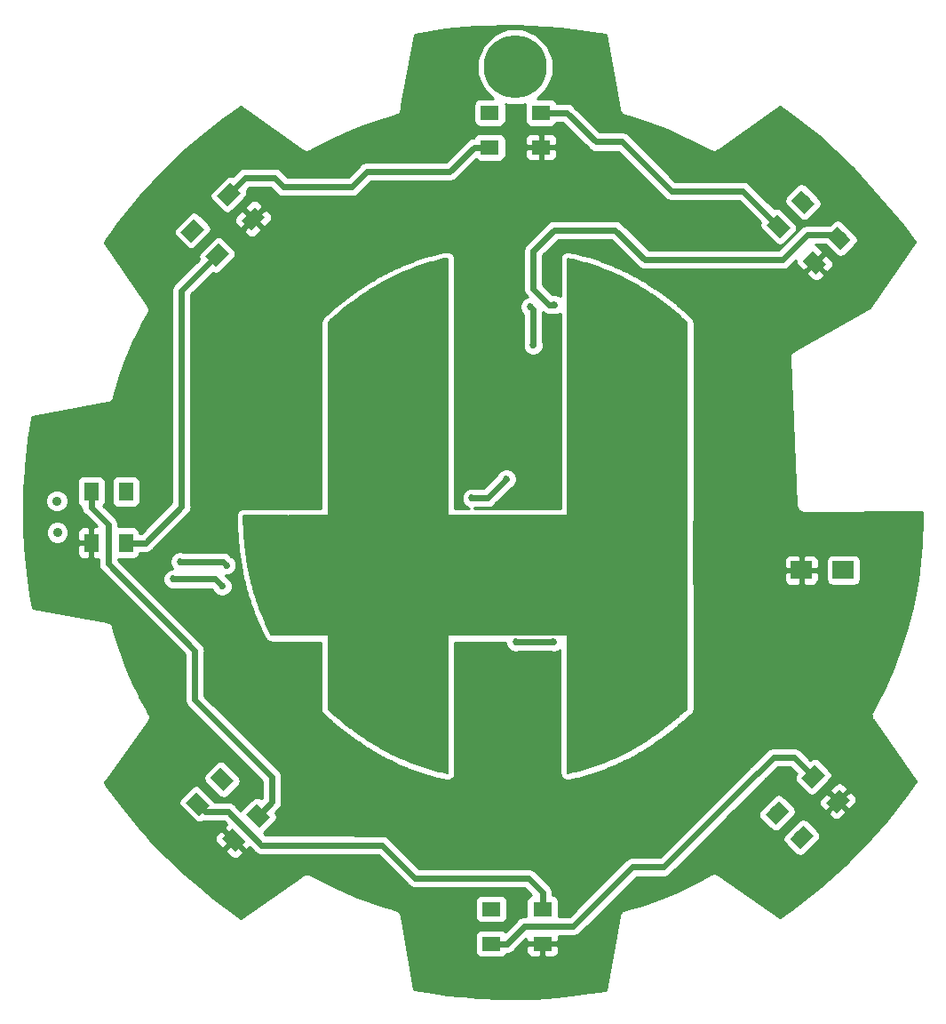
<source format=gbr>
G04 #@! TF.GenerationSoftware,KiCad,Pcbnew,6.0.0-rc1-unknown-7b10490~66~ubuntu16.04.1*
G04 #@! TF.CreationDate,2018-10-31T12:07:25-07:00*
G04 #@! TF.ProjectId,HG_002,48475f30-3032-42e6-9b69-6361645f7063,rev?*
G04 #@! TF.SameCoordinates,Original*
G04 #@! TF.FileFunction,Copper,L1,Top*
G04 #@! TF.FilePolarity,Positive*
%FSLAX46Y46*%
G04 Gerber Fmt 4.6, Leading zero omitted, Abs format (unit mm)*
G04 Created by KiCad (PCBNEW 6.0.0-rc1-unknown-7b10490~66~ubuntu16.04.1) date Wed 31 Oct 2018 12:07:25 PM MST*
%MOMM*%
%LPD*%
G01*
G04 APERTURE LIST*
G04 #@! TA.AperFunction,EtchedComponent*
%ADD10C,0.148617*%
G04 #@! TD*
G04 #@! TA.AperFunction,ComponentPad*
%ADD11C,6.000000*%
G04 #@! TD*
G04 #@! TA.AperFunction,SMDPad,CuDef*
%ADD12R,2.000000X1.700000*%
G04 #@! TD*
G04 #@! TA.AperFunction,SMDPad,CuDef*
%ADD13C,1.400000*%
G04 #@! TD*
G04 #@! TA.AperFunction,Conductor*
%ADD14C,0.100000*%
G04 #@! TD*
G04 #@! TA.AperFunction,SMDPad,CuDef*
%ADD15R,1.800000X1.400000*%
G04 #@! TD*
G04 #@! TA.AperFunction,SMDPad,CuDef*
%ADD16R,1.400000X1.800000*%
G04 #@! TD*
G04 #@! TA.AperFunction,WasherPad*
%ADD17C,0.900000*%
G04 #@! TD*
G04 #@! TA.AperFunction,ViaPad*
%ADD18C,0.685800*%
G04 #@! TD*
G04 #@! TA.AperFunction,Conductor*
%ADD19C,0.609600*%
G04 #@! TD*
G04 #@! TA.AperFunction,Conductor*
%ADD20C,0.254000*%
G04 #@! TD*
G04 APERTURE END LIST*
D10*
G04 #@! TO.C,CAP1*
G36*
X165511819Y-109060545D02*
X165511819Y-109280835D01*
X165511819Y-109501135D01*
X165511819Y-109721425D01*
X165511819Y-109941715D01*
X165511819Y-110162005D01*
X165511819Y-110382305D01*
X165511819Y-110602595D01*
X165511819Y-110822885D01*
X165511819Y-111043185D01*
X165511819Y-111263475D01*
X165511819Y-111483765D01*
X165511819Y-111704055D01*
X165511819Y-111924355D01*
X165511819Y-112144645D01*
X165511819Y-112364935D01*
X165511819Y-112585235D01*
X165511819Y-112805525D01*
X165511819Y-113025815D01*
X165511819Y-113246105D01*
X165511819Y-113466405D01*
X165511819Y-113686695D01*
X165511819Y-113906985D01*
X165511819Y-114127275D01*
X165511819Y-114347575D01*
X165511819Y-114567865D01*
X165511819Y-114788155D01*
X165511819Y-115008455D01*
X165511819Y-115228745D01*
X165511819Y-115449035D01*
X165511819Y-115669325D01*
X165511819Y-115889625D01*
X165511819Y-116109915D01*
X165399605Y-116209515D01*
X165287608Y-116308215D01*
X165175828Y-116406115D01*
X165064266Y-116503115D01*
X164952922Y-116599215D01*
X164841795Y-116694415D01*
X164730886Y-116788715D01*
X164620195Y-116882215D01*
X164509723Y-116974815D01*
X164399468Y-117066515D01*
X164289431Y-117157315D01*
X164179613Y-117247315D01*
X164070014Y-117336415D01*
X163960632Y-117424615D01*
X163851470Y-117511915D01*
X163742526Y-117598415D01*
X163633802Y-117684015D01*
X163525296Y-117768715D01*
X163417009Y-117852515D01*
X163308941Y-117935415D01*
X163201093Y-118017515D01*
X163093464Y-118098715D01*
X162986055Y-118179015D01*
X162878865Y-118258415D01*
X162771895Y-118336915D01*
X162665144Y-118414615D01*
X162558614Y-118491415D01*
X162452304Y-118567315D01*
X162346213Y-118642315D01*
X162240343Y-118716415D01*
X162134693Y-118789715D01*
X162029264Y-118862115D01*
X161808982Y-119009925D01*
X161587002Y-119155005D01*
X161363323Y-119297335D01*
X161137946Y-119436925D01*
X160910870Y-119573765D01*
X160682095Y-119707875D01*
X160451622Y-119839235D01*
X160219449Y-119967865D01*
X159985577Y-120093745D01*
X159750007Y-120216885D01*
X159512736Y-120337275D01*
X159273767Y-120454935D01*
X159033098Y-120569855D01*
X158790729Y-120682025D01*
X158546660Y-120791455D01*
X158300892Y-120898145D01*
X158053424Y-121002095D01*
X157804256Y-121103305D01*
X157553388Y-121201805D01*
X157300819Y-121297505D01*
X157046550Y-121390505D01*
X156790581Y-121480705D01*
X156532911Y-121568205D01*
X156273541Y-121653005D01*
X156012470Y-121735005D01*
X155749697Y-121814305D01*
X155485225Y-121890805D01*
X155219051Y-121964605D01*
X154951175Y-122035705D01*
X154681599Y-122104005D01*
X154410321Y-122169605D01*
X154137342Y-122232405D01*
X154137342Y-121820765D01*
X154137342Y-121409125D01*
X154137342Y-120997485D01*
X154137342Y-120585845D01*
X154137342Y-120174205D01*
X154137342Y-119762565D01*
X154137342Y-119350925D01*
X154137342Y-118939285D01*
X154137342Y-118527635D01*
X154137342Y-118115995D01*
X154137342Y-117704355D01*
X154137342Y-117292715D01*
X154137342Y-116881075D01*
X154137342Y-116469435D01*
X154137342Y-116057795D01*
X154137342Y-115646155D01*
X154137342Y-115234515D01*
X154137342Y-114822875D01*
X154137342Y-114411235D01*
X154137342Y-113999595D01*
X154137342Y-113587955D01*
X154137342Y-113176315D01*
X154137342Y-112764675D01*
X154137342Y-112353035D01*
X154137342Y-111941385D01*
X154137342Y-111529745D01*
X154137342Y-111118105D01*
X154137342Y-110706465D01*
X154137342Y-110294825D01*
X154137342Y-109883185D01*
X154137342Y-109471545D01*
X154137342Y-109059905D01*
X153780134Y-109059905D01*
X153422926Y-109059905D01*
X153065718Y-109059905D01*
X152708511Y-109059905D01*
X152351303Y-109059905D01*
X151994095Y-109059905D01*
X151636887Y-109059905D01*
X151279679Y-109059905D01*
X150922471Y-109059905D01*
X150565264Y-109059905D01*
X150208056Y-109059905D01*
X149850848Y-109059905D01*
X149493640Y-109059905D01*
X149136432Y-109059905D01*
X148779224Y-109059905D01*
X148422016Y-109059905D01*
X148064809Y-109059905D01*
X147707601Y-109059905D01*
X147350393Y-109059905D01*
X146993185Y-109059905D01*
X146635977Y-109059905D01*
X146278769Y-109059905D01*
X145921562Y-109059905D01*
X145564354Y-109059905D01*
X145207146Y-109059905D01*
X144849938Y-109059905D01*
X144492730Y-109059905D01*
X144135522Y-109059905D01*
X143778315Y-109059905D01*
X143421107Y-109059905D01*
X143063899Y-109059905D01*
X142706691Y-109059905D01*
X142706691Y-109471525D01*
X142706691Y-109883155D01*
X142706691Y-110294775D01*
X142706691Y-110706395D01*
X142706691Y-111118015D01*
X142706691Y-111529645D01*
X142706691Y-111941265D01*
X142706691Y-112352885D01*
X142706691Y-112764515D01*
X142706691Y-113176135D01*
X142706691Y-113587755D01*
X142706691Y-113999375D01*
X142706691Y-114411005D01*
X142706691Y-114822625D01*
X142706691Y-115234245D01*
X142706691Y-115645875D01*
X142706691Y-116057495D01*
X142706691Y-116469115D01*
X142706691Y-116880735D01*
X142706691Y-117292365D01*
X142706691Y-117703985D01*
X142706691Y-118115605D01*
X142706691Y-118527225D01*
X142706691Y-118938855D01*
X142706691Y-119350475D01*
X142706691Y-119762095D01*
X142706691Y-120173725D01*
X142706691Y-120585345D01*
X142706691Y-120996965D01*
X142706691Y-121408585D01*
X142706691Y-121820215D01*
X142706691Y-122231835D01*
X142433712Y-122169035D01*
X142162434Y-122103435D01*
X141892858Y-122035135D01*
X141624983Y-121964035D01*
X141358809Y-121890235D01*
X141094336Y-121813735D01*
X140831564Y-121734435D01*
X140570492Y-121652435D01*
X140311122Y-121567635D01*
X140053452Y-121480135D01*
X139797483Y-121389935D01*
X139543214Y-121296935D01*
X139290646Y-121201235D01*
X139039777Y-121102735D01*
X138790609Y-121001525D01*
X138543141Y-120897585D01*
X138297373Y-120790885D01*
X138053304Y-120681455D01*
X137810936Y-120569285D01*
X137570267Y-120454375D01*
X137331297Y-120336715D01*
X137094027Y-120216315D01*
X136858456Y-120093175D01*
X136624584Y-119967295D01*
X136392412Y-119838675D01*
X136161938Y-119707305D01*
X135933163Y-119573205D01*
X135706087Y-119436355D01*
X135480710Y-119296765D01*
X135257031Y-119154435D01*
X135035051Y-119009355D01*
X134814769Y-118861545D01*
X134707656Y-118792545D01*
X134600431Y-118722545D01*
X134493095Y-118651445D01*
X134385647Y-118579345D01*
X134278087Y-118506245D01*
X134170417Y-118432045D01*
X134062634Y-118356845D01*
X133954741Y-118280545D01*
X133846737Y-118203245D01*
X133738621Y-118124845D01*
X133630395Y-118045445D01*
X133522058Y-117965045D01*
X133413610Y-117883545D01*
X133305052Y-117801045D01*
X133196383Y-117717445D01*
X133087604Y-117632845D01*
X132978714Y-117547145D01*
X132869715Y-117460445D01*
X132760605Y-117372745D01*
X132651385Y-117283945D01*
X132542056Y-117194145D01*
X132432617Y-117103245D01*
X132323068Y-117011345D01*
X132213410Y-116918445D01*
X132103642Y-116824445D01*
X131993765Y-116729445D01*
X131883778Y-116633345D01*
X131773683Y-116536245D01*
X131663479Y-116438045D01*
X131553165Y-116338845D01*
X131442743Y-116238615D01*
X131332212Y-116137345D01*
X131332212Y-115916175D01*
X131332212Y-115695005D01*
X131332212Y-115473835D01*
X131332212Y-115252665D01*
X131332212Y-115031495D01*
X131332212Y-114810325D01*
X131332212Y-114589155D01*
X131332212Y-114367985D01*
X131332212Y-114146815D01*
X131332212Y-113925645D01*
X131332212Y-113704475D01*
X131332212Y-113483305D01*
X131332212Y-113262135D01*
X131332212Y-113040965D01*
X131332212Y-112819795D01*
X131332212Y-112598615D01*
X131332212Y-112377445D01*
X131332212Y-112156275D01*
X131332212Y-111935105D01*
X131332212Y-111713935D01*
X131332212Y-111492765D01*
X131332212Y-111271595D01*
X131332212Y-111050425D01*
X131332212Y-110829255D01*
X131332212Y-110608085D01*
X131332212Y-110386915D01*
X131332212Y-110165745D01*
X131332212Y-109944575D01*
X131332212Y-109723405D01*
X131332212Y-109502235D01*
X131332212Y-109281065D01*
X131332212Y-109059895D01*
X131162824Y-109059895D01*
X130993435Y-109059895D01*
X130824047Y-109059895D01*
X130654658Y-109059895D01*
X130485270Y-109059895D01*
X130315881Y-109059895D01*
X130146493Y-109059895D01*
X129977104Y-109059895D01*
X129807716Y-109059895D01*
X129638328Y-109059895D01*
X129468939Y-109059895D01*
X129299551Y-109059895D01*
X129130162Y-109059895D01*
X128960774Y-109059895D01*
X128791385Y-109059895D01*
X128621997Y-109059895D01*
X128452609Y-109059895D01*
X128283220Y-109059895D01*
X128113832Y-109059895D01*
X127944443Y-109059895D01*
X127775055Y-109059895D01*
X127605666Y-109059895D01*
X127436278Y-109059895D01*
X127266889Y-109059895D01*
X127097501Y-109059895D01*
X126928113Y-109059895D01*
X126758724Y-109059895D01*
X126589336Y-109059895D01*
X126419947Y-109059895D01*
X126250559Y-109059895D01*
X126081170Y-109059895D01*
X125911782Y-109059895D01*
X125823002Y-108885735D01*
X125735702Y-108710805D01*
X125649882Y-108535115D01*
X125565542Y-108358655D01*
X125482682Y-108181425D01*
X125401302Y-108003435D01*
X125321412Y-107824665D01*
X125243002Y-107645135D01*
X125166072Y-107464845D01*
X125090622Y-107283775D01*
X125016652Y-107101945D01*
X124944162Y-106919335D01*
X124873152Y-106735965D01*
X124803622Y-106551835D01*
X124735572Y-106366925D01*
X124669002Y-106181245D01*
X124603922Y-105994805D01*
X124540322Y-105807595D01*
X124478202Y-105619615D01*
X124417562Y-105430865D01*
X124358402Y-105241345D01*
X124300722Y-105051055D01*
X124244522Y-104859995D01*
X124189802Y-104668175D01*
X124136572Y-104475575D01*
X124084822Y-104282215D01*
X124034552Y-104088075D01*
X123985762Y-103893175D01*
X123938452Y-103697495D01*
X123892622Y-103501055D01*
X123848272Y-103303835D01*
X123805402Y-103105855D01*
X123772592Y-102933905D01*
X123740822Y-102762115D01*
X123710092Y-102590495D01*
X123680402Y-102419045D01*
X123651752Y-102247755D01*
X123624142Y-102076635D01*
X123597572Y-101905685D01*
X123572042Y-101734895D01*
X123547552Y-101564275D01*
X123524102Y-101393825D01*
X123501692Y-101223535D01*
X123480322Y-101053415D01*
X123460002Y-100883455D01*
X123440722Y-100713665D01*
X123422482Y-100544045D01*
X123405282Y-100374575D01*
X123389122Y-100205285D01*
X123374002Y-100036145D01*
X123359922Y-99867175D01*
X123346892Y-99698375D01*
X123334902Y-99529735D01*
X123323952Y-99361255D01*
X123314052Y-99192935D01*
X123305152Y-99024785D01*
X123297352Y-98856795D01*
X123290552Y-98688975D01*
X123284852Y-98521305D01*
X123280152Y-98353805D01*
X123276452Y-98186465D01*
X123273852Y-98019285D01*
X123272252Y-97852275D01*
X123271730Y-97685415D01*
X123403379Y-97685415D01*
X123535028Y-97685415D01*
X123666677Y-97685415D01*
X123798326Y-97685415D01*
X123929975Y-97685415D01*
X124061624Y-97685415D01*
X124193273Y-97685415D01*
X124324922Y-97685415D01*
X124456571Y-97685415D01*
X124588220Y-97685415D01*
X124719869Y-97685415D01*
X124851518Y-97685415D01*
X124983167Y-97685415D01*
X125114816Y-97685415D01*
X125246465Y-97685415D01*
X125378114Y-97685415D01*
X125509764Y-97685415D01*
X125641413Y-97685415D01*
X125773062Y-97685415D01*
X125904711Y-97685415D01*
X126036360Y-97685415D01*
X126168009Y-97685415D01*
X126299658Y-97685415D01*
X126431307Y-97685415D01*
X126562956Y-97685415D01*
X126694605Y-97685415D01*
X126826254Y-97685415D01*
X126957903Y-97685415D01*
X127089552Y-97685415D01*
X127221201Y-97685415D01*
X127352850Y-97685415D01*
X127484499Y-97685415D01*
X127486299Y-97688415D01*
X127488099Y-97691415D01*
X127489899Y-97694415D01*
X127491699Y-97697415D01*
X127493499Y-97700415D01*
X127495299Y-97703415D01*
X127497099Y-97706415D01*
X127498899Y-97709415D01*
X127500699Y-97712415D01*
X127502499Y-97715415D01*
X127504299Y-97718415D01*
X127506099Y-97721415D01*
X127507899Y-97724415D01*
X127509699Y-97727415D01*
X127511499Y-97730415D01*
X127513299Y-97733415D01*
X127515099Y-97736415D01*
X127516899Y-97739415D01*
X127518699Y-97742415D01*
X127520499Y-97745415D01*
X127522299Y-97748415D01*
X127524099Y-97751415D01*
X127525899Y-97754415D01*
X127527699Y-97757415D01*
X127529499Y-97760415D01*
X127531299Y-97763415D01*
X127533099Y-97766415D01*
X127534899Y-97769415D01*
X127536699Y-97772415D01*
X127538499Y-97775415D01*
X127540299Y-97778415D01*
X127542099Y-97781415D01*
X127543899Y-97778415D01*
X127545699Y-97775415D01*
X127547499Y-97772415D01*
X127549299Y-97769415D01*
X127551099Y-97766415D01*
X127552899Y-97763415D01*
X127554699Y-97760415D01*
X127556499Y-97757415D01*
X127558299Y-97754415D01*
X127560099Y-97751415D01*
X127561899Y-97748415D01*
X127563699Y-97745415D01*
X127565499Y-97742415D01*
X127567299Y-97739415D01*
X127569099Y-97736415D01*
X127570899Y-97733415D01*
X127572699Y-97730415D01*
X127574499Y-97727415D01*
X127576299Y-97724415D01*
X127578099Y-97721415D01*
X127579899Y-97718415D01*
X127581699Y-97715415D01*
X127583499Y-97712415D01*
X127585299Y-97709415D01*
X127587099Y-97706415D01*
X127588899Y-97703415D01*
X127590699Y-97700415D01*
X127592499Y-97697415D01*
X127594299Y-97694415D01*
X127596099Y-97691415D01*
X127597899Y-97688415D01*
X127599699Y-97685415D01*
X127716428Y-97685415D01*
X127833157Y-97685415D01*
X127949885Y-97685415D01*
X128066614Y-97685415D01*
X128183343Y-97685415D01*
X128300072Y-97685415D01*
X128416801Y-97685415D01*
X128533529Y-97685415D01*
X128650258Y-97685415D01*
X128766987Y-97685415D01*
X128883716Y-97685415D01*
X129000445Y-97685415D01*
X129117174Y-97685415D01*
X129233902Y-97685415D01*
X129350631Y-97685415D01*
X129467360Y-97685415D01*
X129584089Y-97685415D01*
X129700818Y-97685415D01*
X129817546Y-97685415D01*
X129934275Y-97685415D01*
X130051004Y-97685415D01*
X130167733Y-97685415D01*
X130284462Y-97685415D01*
X130401190Y-97685415D01*
X130517919Y-97685415D01*
X130634648Y-97685415D01*
X130751377Y-97685415D01*
X130868106Y-97685415D01*
X130984835Y-97685415D01*
X131101563Y-97685415D01*
X131218292Y-97685415D01*
X131335021Y-97685415D01*
X131335021Y-97110545D01*
X131335021Y-96535685D01*
X131335021Y-95960815D01*
X131335021Y-95385945D01*
X131335021Y-94811075D01*
X131335021Y-94236215D01*
X131335021Y-93661345D01*
X131335021Y-93086475D01*
X131335021Y-92511615D01*
X131335021Y-91936745D01*
X131335021Y-91361875D01*
X131335021Y-90787005D01*
X131335021Y-90212145D01*
X131335021Y-89637275D01*
X131335021Y-89062405D01*
X131335021Y-88487535D01*
X131335021Y-87912675D01*
X131335021Y-87337805D01*
X131335021Y-86762935D01*
X131335021Y-86188075D01*
X131335021Y-85613205D01*
X131335021Y-85038335D01*
X131335021Y-84463465D01*
X131335021Y-83888605D01*
X131335021Y-83313735D01*
X131335021Y-82738865D01*
X131335021Y-82164005D01*
X131335021Y-81589135D01*
X131335021Y-81014265D01*
X131335021Y-80439395D01*
X131335021Y-79864535D01*
X131335021Y-79289665D01*
X131438711Y-79191765D01*
X131542619Y-79094665D01*
X131646744Y-78998465D01*
X131751086Y-78903065D01*
X131855646Y-78808465D01*
X131960424Y-78714665D01*
X132065420Y-78621665D01*
X132170633Y-78529565D01*
X132276065Y-78438265D01*
X132381715Y-78347765D01*
X132487583Y-78258065D01*
X132593669Y-78169265D01*
X132699974Y-78081265D01*
X132806497Y-77994065D01*
X132913239Y-77907665D01*
X133020200Y-77822165D01*
X133127380Y-77737465D01*
X133234778Y-77653565D01*
X133342396Y-77570465D01*
X133450233Y-77488165D01*
X133558289Y-77406765D01*
X133666565Y-77326165D01*
X133775060Y-77246365D01*
X133883774Y-77167365D01*
X133992708Y-77089265D01*
X134101862Y-77011965D01*
X134211236Y-76935465D01*
X134320830Y-76859765D01*
X134430644Y-76784865D01*
X134540679Y-76710865D01*
X134650933Y-76637665D01*
X134761408Y-76565265D01*
X134991921Y-76414035D01*
X135223529Y-76265765D01*
X135456234Y-76120455D01*
X135690034Y-75978115D01*
X135924930Y-75838725D01*
X136160923Y-75702305D01*
X136398011Y-75568845D01*
X136636196Y-75438355D01*
X136875476Y-75310815D01*
X137115852Y-75186245D01*
X137357325Y-75064635D01*
X137599893Y-74945985D01*
X137843557Y-74830295D01*
X138088318Y-74717575D01*
X138334174Y-74607815D01*
X138581126Y-74501015D01*
X138829174Y-74397175D01*
X139078319Y-74296295D01*
X139328559Y-74198395D01*
X139579895Y-74103495D01*
X139832327Y-74011495D01*
X140085855Y-73922495D01*
X140340479Y-73836395D01*
X140596199Y-73753295D01*
X140853015Y-73673195D01*
X141110927Y-73595995D01*
X141369935Y-73521795D01*
X141630039Y-73450595D01*
X141891239Y-73382295D01*
X142153535Y-73316995D01*
X142416927Y-73254595D01*
X142681415Y-73195195D01*
X142682293Y-73960515D01*
X142683171Y-74725835D01*
X142684048Y-75491155D01*
X142684926Y-76256475D01*
X142685804Y-77021795D01*
X142686682Y-77787115D01*
X142687560Y-78552435D01*
X142688437Y-79317755D01*
X142689315Y-80083065D01*
X142690193Y-80848385D01*
X142691071Y-81613705D01*
X142691949Y-82379025D01*
X142692827Y-83144345D01*
X142693704Y-83909665D01*
X142694582Y-84674985D01*
X142695460Y-85440305D01*
X142696338Y-86205625D01*
X142697216Y-86970945D01*
X142698093Y-87736265D01*
X142698971Y-88501585D01*
X142699849Y-89266905D01*
X142700727Y-90032225D01*
X142701605Y-90797545D01*
X142702482Y-91562865D01*
X142703360Y-92328175D01*
X142704238Y-93093495D01*
X142705116Y-93858815D01*
X142705994Y-94624135D01*
X142706872Y-95389455D01*
X142707749Y-96154775D01*
X142708627Y-96920095D01*
X142709505Y-97685415D01*
X143066713Y-97685415D01*
X143423921Y-97685415D01*
X143781128Y-97685415D01*
X144138336Y-97685415D01*
X144495544Y-97685415D01*
X144852752Y-97685415D01*
X145209959Y-97685415D01*
X145567167Y-97685415D01*
X145924375Y-97685415D01*
X146281583Y-97685415D01*
X146638791Y-97685415D01*
X146995998Y-97685415D01*
X147353206Y-97685415D01*
X147710414Y-97685415D01*
X148067622Y-97685415D01*
X148424829Y-97685415D01*
X148782037Y-97685415D01*
X149139245Y-97685415D01*
X149496453Y-97685415D01*
X149853661Y-97685415D01*
X150210868Y-97685415D01*
X150568076Y-97685415D01*
X150925284Y-97685415D01*
X151282492Y-97685415D01*
X151639700Y-97685415D01*
X151996907Y-97685415D01*
X152354115Y-97685415D01*
X152711323Y-97685415D01*
X153068531Y-97685415D01*
X153425738Y-97685415D01*
X153782946Y-97685415D01*
X154140154Y-97685415D01*
X154140154Y-96920975D01*
X154140154Y-96156535D01*
X154140154Y-95392085D01*
X154140154Y-94627645D01*
X154140154Y-93863205D01*
X154140154Y-93098765D01*
X154140154Y-92334325D01*
X154140154Y-91569885D01*
X154140154Y-90805435D01*
X154140154Y-90040995D01*
X154140154Y-89276555D01*
X154140154Y-88512115D01*
X154140154Y-87747675D01*
X154140154Y-86983225D01*
X154140154Y-86218785D01*
X154140154Y-85454345D01*
X154140154Y-84689905D01*
X154140154Y-83925465D01*
X154140154Y-83161015D01*
X154140154Y-82396575D01*
X154140154Y-81632135D01*
X154140154Y-80867695D01*
X154140154Y-80103255D01*
X154140154Y-79338805D01*
X154140154Y-78574365D01*
X154140154Y-77809925D01*
X154140154Y-77045485D01*
X154140154Y-76281045D01*
X154140154Y-75516605D01*
X154140154Y-74752155D01*
X154140154Y-73987715D01*
X154140154Y-73223275D01*
X154402958Y-73279275D01*
X154664775Y-73338375D01*
X154925605Y-73400575D01*
X155185447Y-73465875D01*
X155444302Y-73534375D01*
X155702169Y-73605975D01*
X155959049Y-73680675D01*
X156214942Y-73758575D01*
X156469847Y-73839575D01*
X156723765Y-73923675D01*
X156976696Y-74010875D01*
X157228639Y-74101275D01*
X157479595Y-74194775D01*
X157729564Y-74291375D01*
X157978545Y-74391175D01*
X158226539Y-74494055D01*
X158473546Y-74600075D01*
X158719565Y-74709215D01*
X158964597Y-74821475D01*
X159208641Y-74936865D01*
X159451698Y-75055385D01*
X159693768Y-75177035D01*
X159934851Y-75301805D01*
X160174946Y-75429695D01*
X160414053Y-75560715D01*
X160652174Y-75694865D01*
X160889307Y-75832135D01*
X161125452Y-75972525D01*
X161360610Y-76116045D01*
X161594781Y-76262685D01*
X161827965Y-76412455D01*
X162060161Y-76565345D01*
X162179183Y-76642845D01*
X162297491Y-76720845D01*
X162415085Y-76799445D01*
X162531964Y-76878545D01*
X162648130Y-76958245D01*
X162763581Y-77038445D01*
X162878318Y-77119245D01*
X162992341Y-77200545D01*
X163105649Y-77282445D01*
X163218244Y-77364845D01*
X163330124Y-77447845D01*
X163441290Y-77531345D01*
X163551742Y-77615445D01*
X163661480Y-77700045D01*
X163770503Y-77785245D01*
X163878812Y-77870945D01*
X163986407Y-77957245D01*
X164093288Y-78044045D01*
X164199455Y-78131445D01*
X164304908Y-78219345D01*
X164409646Y-78307845D01*
X164513670Y-78396845D01*
X164616980Y-78486445D01*
X164719576Y-78576545D01*
X164821457Y-78667245D01*
X164922625Y-78758445D01*
X165023078Y-78850245D01*
X165122818Y-78942545D01*
X165221838Y-79035445D01*
X165320148Y-79128845D01*
X165417748Y-79222845D01*
X165514628Y-79317345D01*
X165514628Y-79891335D01*
X165514628Y-80465325D01*
X165514628Y-81039315D01*
X165514628Y-81613305D01*
X165514628Y-82187295D01*
X165514628Y-82761285D01*
X165514628Y-83335275D01*
X165514628Y-83909265D01*
X165514628Y-84483245D01*
X165514628Y-85057235D01*
X165514628Y-85631225D01*
X165514628Y-86205215D01*
X165514628Y-86779205D01*
X165514628Y-87353195D01*
X165514628Y-87927185D01*
X165514628Y-88501175D01*
X165514628Y-89075165D01*
X165514628Y-89649155D01*
X165514628Y-90223145D01*
X165514628Y-90797135D01*
X165514628Y-91371125D01*
X165514628Y-91945115D01*
X165514628Y-92519105D01*
X165514628Y-93093095D01*
X165514628Y-93667075D01*
X165514628Y-94241065D01*
X165514628Y-94815055D01*
X165514628Y-95389045D01*
X165514628Y-95963035D01*
X165514628Y-96537025D01*
X165514628Y-97111015D01*
X165514628Y-97685005D01*
X165507628Y-98021835D01*
X165501828Y-98372905D01*
X165497128Y-98736905D01*
X165493428Y-99112535D01*
X165490728Y-99498495D01*
X165488928Y-99893475D01*
X165487928Y-100296175D01*
X165487626Y-100705295D01*
X165487990Y-101119525D01*
X165488945Y-101537565D01*
X165490445Y-101958115D01*
X165492345Y-102379865D01*
X165494645Y-102801505D01*
X165497245Y-103221755D01*
X165500045Y-103639285D01*
X165503045Y-104052815D01*
X165506145Y-104461025D01*
X165509245Y-104862615D01*
X165512345Y-105256285D01*
X165515245Y-105640735D01*
X165517945Y-106014645D01*
X165520445Y-106376735D01*
X165522545Y-106725685D01*
X165524245Y-107060195D01*
X165525445Y-107378955D01*
X165526123Y-107680685D01*
X165526174Y-107964055D01*
X165525526Y-108227775D01*
X165524126Y-108470535D01*
X165521826Y-108691045D01*
X165518626Y-108887985D01*
X165514426Y-109060055D01*
X165511819Y-109060545D01*
X165511819Y-109060545D01*
G37*
X165511819Y-109060545D02*
X165511819Y-109280835D01*
X165511819Y-109501135D01*
X165511819Y-109721425D01*
X165511819Y-109941715D01*
X165511819Y-110162005D01*
X165511819Y-110382305D01*
X165511819Y-110602595D01*
X165511819Y-110822885D01*
X165511819Y-111043185D01*
X165511819Y-111263475D01*
X165511819Y-111483765D01*
X165511819Y-111704055D01*
X165511819Y-111924355D01*
X165511819Y-112144645D01*
X165511819Y-112364935D01*
X165511819Y-112585235D01*
X165511819Y-112805525D01*
X165511819Y-113025815D01*
X165511819Y-113246105D01*
X165511819Y-113466405D01*
X165511819Y-113686695D01*
X165511819Y-113906985D01*
X165511819Y-114127275D01*
X165511819Y-114347575D01*
X165511819Y-114567865D01*
X165511819Y-114788155D01*
X165511819Y-115008455D01*
X165511819Y-115228745D01*
X165511819Y-115449035D01*
X165511819Y-115669325D01*
X165511819Y-115889625D01*
X165511819Y-116109915D01*
X165399605Y-116209515D01*
X165287608Y-116308215D01*
X165175828Y-116406115D01*
X165064266Y-116503115D01*
X164952922Y-116599215D01*
X164841795Y-116694415D01*
X164730886Y-116788715D01*
X164620195Y-116882215D01*
X164509723Y-116974815D01*
X164399468Y-117066515D01*
X164289431Y-117157315D01*
X164179613Y-117247315D01*
X164070014Y-117336415D01*
X163960632Y-117424615D01*
X163851470Y-117511915D01*
X163742526Y-117598415D01*
X163633802Y-117684015D01*
X163525296Y-117768715D01*
X163417009Y-117852515D01*
X163308941Y-117935415D01*
X163201093Y-118017515D01*
X163093464Y-118098715D01*
X162986055Y-118179015D01*
X162878865Y-118258415D01*
X162771895Y-118336915D01*
X162665144Y-118414615D01*
X162558614Y-118491415D01*
X162452304Y-118567315D01*
X162346213Y-118642315D01*
X162240343Y-118716415D01*
X162134693Y-118789715D01*
X162029264Y-118862115D01*
X161808982Y-119009925D01*
X161587002Y-119155005D01*
X161363323Y-119297335D01*
X161137946Y-119436925D01*
X160910870Y-119573765D01*
X160682095Y-119707875D01*
X160451622Y-119839235D01*
X160219449Y-119967865D01*
X159985577Y-120093745D01*
X159750007Y-120216885D01*
X159512736Y-120337275D01*
X159273767Y-120454935D01*
X159033098Y-120569855D01*
X158790729Y-120682025D01*
X158546660Y-120791455D01*
X158300892Y-120898145D01*
X158053424Y-121002095D01*
X157804256Y-121103305D01*
X157553388Y-121201805D01*
X157300819Y-121297505D01*
X157046550Y-121390505D01*
X156790581Y-121480705D01*
X156532911Y-121568205D01*
X156273541Y-121653005D01*
X156012470Y-121735005D01*
X155749697Y-121814305D01*
X155485225Y-121890805D01*
X155219051Y-121964605D01*
X154951175Y-122035705D01*
X154681599Y-122104005D01*
X154410321Y-122169605D01*
X154137342Y-122232405D01*
X154137342Y-121820765D01*
X154137342Y-121409125D01*
X154137342Y-120997485D01*
X154137342Y-120585845D01*
X154137342Y-120174205D01*
X154137342Y-119762565D01*
X154137342Y-119350925D01*
X154137342Y-118939285D01*
X154137342Y-118527635D01*
X154137342Y-118115995D01*
X154137342Y-117704355D01*
X154137342Y-117292715D01*
X154137342Y-116881075D01*
X154137342Y-116469435D01*
X154137342Y-116057795D01*
X154137342Y-115646155D01*
X154137342Y-115234515D01*
X154137342Y-114822875D01*
X154137342Y-114411235D01*
X154137342Y-113999595D01*
X154137342Y-113587955D01*
X154137342Y-113176315D01*
X154137342Y-112764675D01*
X154137342Y-112353035D01*
X154137342Y-111941385D01*
X154137342Y-111529745D01*
X154137342Y-111118105D01*
X154137342Y-110706465D01*
X154137342Y-110294825D01*
X154137342Y-109883185D01*
X154137342Y-109471545D01*
X154137342Y-109059905D01*
X153780134Y-109059905D01*
X153422926Y-109059905D01*
X153065718Y-109059905D01*
X152708511Y-109059905D01*
X152351303Y-109059905D01*
X151994095Y-109059905D01*
X151636887Y-109059905D01*
X151279679Y-109059905D01*
X150922471Y-109059905D01*
X150565264Y-109059905D01*
X150208056Y-109059905D01*
X149850848Y-109059905D01*
X149493640Y-109059905D01*
X149136432Y-109059905D01*
X148779224Y-109059905D01*
X148422016Y-109059905D01*
X148064809Y-109059905D01*
X147707601Y-109059905D01*
X147350393Y-109059905D01*
X146993185Y-109059905D01*
X146635977Y-109059905D01*
X146278769Y-109059905D01*
X145921562Y-109059905D01*
X145564354Y-109059905D01*
X145207146Y-109059905D01*
X144849938Y-109059905D01*
X144492730Y-109059905D01*
X144135522Y-109059905D01*
X143778315Y-109059905D01*
X143421107Y-109059905D01*
X143063899Y-109059905D01*
X142706691Y-109059905D01*
X142706691Y-109471525D01*
X142706691Y-109883155D01*
X142706691Y-110294775D01*
X142706691Y-110706395D01*
X142706691Y-111118015D01*
X142706691Y-111529645D01*
X142706691Y-111941265D01*
X142706691Y-112352885D01*
X142706691Y-112764515D01*
X142706691Y-113176135D01*
X142706691Y-113587755D01*
X142706691Y-113999375D01*
X142706691Y-114411005D01*
X142706691Y-114822625D01*
X142706691Y-115234245D01*
X142706691Y-115645875D01*
X142706691Y-116057495D01*
X142706691Y-116469115D01*
X142706691Y-116880735D01*
X142706691Y-117292365D01*
X142706691Y-117703985D01*
X142706691Y-118115605D01*
X142706691Y-118527225D01*
X142706691Y-118938855D01*
X142706691Y-119350475D01*
X142706691Y-119762095D01*
X142706691Y-120173725D01*
X142706691Y-120585345D01*
X142706691Y-120996965D01*
X142706691Y-121408585D01*
X142706691Y-121820215D01*
X142706691Y-122231835D01*
X142433712Y-122169035D01*
X142162434Y-122103435D01*
X141892858Y-122035135D01*
X141624983Y-121964035D01*
X141358809Y-121890235D01*
X141094336Y-121813735D01*
X140831564Y-121734435D01*
X140570492Y-121652435D01*
X140311122Y-121567635D01*
X140053452Y-121480135D01*
X139797483Y-121389935D01*
X139543214Y-121296935D01*
X139290646Y-121201235D01*
X139039777Y-121102735D01*
X138790609Y-121001525D01*
X138543141Y-120897585D01*
X138297373Y-120790885D01*
X138053304Y-120681455D01*
X137810936Y-120569285D01*
X137570267Y-120454375D01*
X137331297Y-120336715D01*
X137094027Y-120216315D01*
X136858456Y-120093175D01*
X136624584Y-119967295D01*
X136392412Y-119838675D01*
X136161938Y-119707305D01*
X135933163Y-119573205D01*
X135706087Y-119436355D01*
X135480710Y-119296765D01*
X135257031Y-119154435D01*
X135035051Y-119009355D01*
X134814769Y-118861545D01*
X134707656Y-118792545D01*
X134600431Y-118722545D01*
X134493095Y-118651445D01*
X134385647Y-118579345D01*
X134278087Y-118506245D01*
X134170417Y-118432045D01*
X134062634Y-118356845D01*
X133954741Y-118280545D01*
X133846737Y-118203245D01*
X133738621Y-118124845D01*
X133630395Y-118045445D01*
X133522058Y-117965045D01*
X133413610Y-117883545D01*
X133305052Y-117801045D01*
X133196383Y-117717445D01*
X133087604Y-117632845D01*
X132978714Y-117547145D01*
X132869715Y-117460445D01*
X132760605Y-117372745D01*
X132651385Y-117283945D01*
X132542056Y-117194145D01*
X132432617Y-117103245D01*
X132323068Y-117011345D01*
X132213410Y-116918445D01*
X132103642Y-116824445D01*
X131993765Y-116729445D01*
X131883778Y-116633345D01*
X131773683Y-116536245D01*
X131663479Y-116438045D01*
X131553165Y-116338845D01*
X131442743Y-116238615D01*
X131332212Y-116137345D01*
X131332212Y-115916175D01*
X131332212Y-115695005D01*
X131332212Y-115473835D01*
X131332212Y-115252665D01*
X131332212Y-115031495D01*
X131332212Y-114810325D01*
X131332212Y-114589155D01*
X131332212Y-114367985D01*
X131332212Y-114146815D01*
X131332212Y-113925645D01*
X131332212Y-113704475D01*
X131332212Y-113483305D01*
X131332212Y-113262135D01*
X131332212Y-113040965D01*
X131332212Y-112819795D01*
X131332212Y-112598615D01*
X131332212Y-112377445D01*
X131332212Y-112156275D01*
X131332212Y-111935105D01*
X131332212Y-111713935D01*
X131332212Y-111492765D01*
X131332212Y-111271595D01*
X131332212Y-111050425D01*
X131332212Y-110829255D01*
X131332212Y-110608085D01*
X131332212Y-110386915D01*
X131332212Y-110165745D01*
X131332212Y-109944575D01*
X131332212Y-109723405D01*
X131332212Y-109502235D01*
X131332212Y-109281065D01*
X131332212Y-109059895D01*
X131162824Y-109059895D01*
X130993435Y-109059895D01*
X130824047Y-109059895D01*
X130654658Y-109059895D01*
X130485270Y-109059895D01*
X130315881Y-109059895D01*
X130146493Y-109059895D01*
X129977104Y-109059895D01*
X129807716Y-109059895D01*
X129638328Y-109059895D01*
X129468939Y-109059895D01*
X129299551Y-109059895D01*
X129130162Y-109059895D01*
X128960774Y-109059895D01*
X128791385Y-109059895D01*
X128621997Y-109059895D01*
X128452609Y-109059895D01*
X128283220Y-109059895D01*
X128113832Y-109059895D01*
X127944443Y-109059895D01*
X127775055Y-109059895D01*
X127605666Y-109059895D01*
X127436278Y-109059895D01*
X127266889Y-109059895D01*
X127097501Y-109059895D01*
X126928113Y-109059895D01*
X126758724Y-109059895D01*
X126589336Y-109059895D01*
X126419947Y-109059895D01*
X126250559Y-109059895D01*
X126081170Y-109059895D01*
X125911782Y-109059895D01*
X125823002Y-108885735D01*
X125735702Y-108710805D01*
X125649882Y-108535115D01*
X125565542Y-108358655D01*
X125482682Y-108181425D01*
X125401302Y-108003435D01*
X125321412Y-107824665D01*
X125243002Y-107645135D01*
X125166072Y-107464845D01*
X125090622Y-107283775D01*
X125016652Y-107101945D01*
X124944162Y-106919335D01*
X124873152Y-106735965D01*
X124803622Y-106551835D01*
X124735572Y-106366925D01*
X124669002Y-106181245D01*
X124603922Y-105994805D01*
X124540322Y-105807595D01*
X124478202Y-105619615D01*
X124417562Y-105430865D01*
X124358402Y-105241345D01*
X124300722Y-105051055D01*
X124244522Y-104859995D01*
X124189802Y-104668175D01*
X124136572Y-104475575D01*
X124084822Y-104282215D01*
X124034552Y-104088075D01*
X123985762Y-103893175D01*
X123938452Y-103697495D01*
X123892622Y-103501055D01*
X123848272Y-103303835D01*
X123805402Y-103105855D01*
X123772592Y-102933905D01*
X123740822Y-102762115D01*
X123710092Y-102590495D01*
X123680402Y-102419045D01*
X123651752Y-102247755D01*
X123624142Y-102076635D01*
X123597572Y-101905685D01*
X123572042Y-101734895D01*
X123547552Y-101564275D01*
X123524102Y-101393825D01*
X123501692Y-101223535D01*
X123480322Y-101053415D01*
X123460002Y-100883455D01*
X123440722Y-100713665D01*
X123422482Y-100544045D01*
X123405282Y-100374575D01*
X123389122Y-100205285D01*
X123374002Y-100036145D01*
X123359922Y-99867175D01*
X123346892Y-99698375D01*
X123334902Y-99529735D01*
X123323952Y-99361255D01*
X123314052Y-99192935D01*
X123305152Y-99024785D01*
X123297352Y-98856795D01*
X123290552Y-98688975D01*
X123284852Y-98521305D01*
X123280152Y-98353805D01*
X123276452Y-98186465D01*
X123273852Y-98019285D01*
X123272252Y-97852275D01*
X123271730Y-97685415D01*
X123403379Y-97685415D01*
X123535028Y-97685415D01*
X123666677Y-97685415D01*
X123798326Y-97685415D01*
X123929975Y-97685415D01*
X124061624Y-97685415D01*
X124193273Y-97685415D01*
X124324922Y-97685415D01*
X124456571Y-97685415D01*
X124588220Y-97685415D01*
X124719869Y-97685415D01*
X124851518Y-97685415D01*
X124983167Y-97685415D01*
X125114816Y-97685415D01*
X125246465Y-97685415D01*
X125378114Y-97685415D01*
X125509764Y-97685415D01*
X125641413Y-97685415D01*
X125773062Y-97685415D01*
X125904711Y-97685415D01*
X126036360Y-97685415D01*
X126168009Y-97685415D01*
X126299658Y-97685415D01*
X126431307Y-97685415D01*
X126562956Y-97685415D01*
X126694605Y-97685415D01*
X126826254Y-97685415D01*
X126957903Y-97685415D01*
X127089552Y-97685415D01*
X127221201Y-97685415D01*
X127352850Y-97685415D01*
X127484499Y-97685415D01*
X127486299Y-97688415D01*
X127488099Y-97691415D01*
X127489899Y-97694415D01*
X127491699Y-97697415D01*
X127493499Y-97700415D01*
X127495299Y-97703415D01*
X127497099Y-97706415D01*
X127498899Y-97709415D01*
X127500699Y-97712415D01*
X127502499Y-97715415D01*
X127504299Y-97718415D01*
X127506099Y-97721415D01*
X127507899Y-97724415D01*
X127509699Y-97727415D01*
X127511499Y-97730415D01*
X127513299Y-97733415D01*
X127515099Y-97736415D01*
X127516899Y-97739415D01*
X127518699Y-97742415D01*
X127520499Y-97745415D01*
X127522299Y-97748415D01*
X127524099Y-97751415D01*
X127525899Y-97754415D01*
X127527699Y-97757415D01*
X127529499Y-97760415D01*
X127531299Y-97763415D01*
X127533099Y-97766415D01*
X127534899Y-97769415D01*
X127536699Y-97772415D01*
X127538499Y-97775415D01*
X127540299Y-97778415D01*
X127542099Y-97781415D01*
X127543899Y-97778415D01*
X127545699Y-97775415D01*
X127547499Y-97772415D01*
X127549299Y-97769415D01*
X127551099Y-97766415D01*
X127552899Y-97763415D01*
X127554699Y-97760415D01*
X127556499Y-97757415D01*
X127558299Y-97754415D01*
X127560099Y-97751415D01*
X127561899Y-97748415D01*
X127563699Y-97745415D01*
X127565499Y-97742415D01*
X127567299Y-97739415D01*
X127569099Y-97736415D01*
X127570899Y-97733415D01*
X127572699Y-97730415D01*
X127574499Y-97727415D01*
X127576299Y-97724415D01*
X127578099Y-97721415D01*
X127579899Y-97718415D01*
X127581699Y-97715415D01*
X127583499Y-97712415D01*
X127585299Y-97709415D01*
X127587099Y-97706415D01*
X127588899Y-97703415D01*
X127590699Y-97700415D01*
X127592499Y-97697415D01*
X127594299Y-97694415D01*
X127596099Y-97691415D01*
X127597899Y-97688415D01*
X127599699Y-97685415D01*
X127716428Y-97685415D01*
X127833157Y-97685415D01*
X127949885Y-97685415D01*
X128066614Y-97685415D01*
X128183343Y-97685415D01*
X128300072Y-97685415D01*
X128416801Y-97685415D01*
X128533529Y-97685415D01*
X128650258Y-97685415D01*
X128766987Y-97685415D01*
X128883716Y-97685415D01*
X129000445Y-97685415D01*
X129117174Y-97685415D01*
X129233902Y-97685415D01*
X129350631Y-97685415D01*
X129467360Y-97685415D01*
X129584089Y-97685415D01*
X129700818Y-97685415D01*
X129817546Y-97685415D01*
X129934275Y-97685415D01*
X130051004Y-97685415D01*
X130167733Y-97685415D01*
X130284462Y-97685415D01*
X130401190Y-97685415D01*
X130517919Y-97685415D01*
X130634648Y-97685415D01*
X130751377Y-97685415D01*
X130868106Y-97685415D01*
X130984835Y-97685415D01*
X131101563Y-97685415D01*
X131218292Y-97685415D01*
X131335021Y-97685415D01*
X131335021Y-97110545D01*
X131335021Y-96535685D01*
X131335021Y-95960815D01*
X131335021Y-95385945D01*
X131335021Y-94811075D01*
X131335021Y-94236215D01*
X131335021Y-93661345D01*
X131335021Y-93086475D01*
X131335021Y-92511615D01*
X131335021Y-91936745D01*
X131335021Y-91361875D01*
X131335021Y-90787005D01*
X131335021Y-90212145D01*
X131335021Y-89637275D01*
X131335021Y-89062405D01*
X131335021Y-88487535D01*
X131335021Y-87912675D01*
X131335021Y-87337805D01*
X131335021Y-86762935D01*
X131335021Y-86188075D01*
X131335021Y-85613205D01*
X131335021Y-85038335D01*
X131335021Y-84463465D01*
X131335021Y-83888605D01*
X131335021Y-83313735D01*
X131335021Y-82738865D01*
X131335021Y-82164005D01*
X131335021Y-81589135D01*
X131335021Y-81014265D01*
X131335021Y-80439395D01*
X131335021Y-79864535D01*
X131335021Y-79289665D01*
X131438711Y-79191765D01*
X131542619Y-79094665D01*
X131646744Y-78998465D01*
X131751086Y-78903065D01*
X131855646Y-78808465D01*
X131960424Y-78714665D01*
X132065420Y-78621665D01*
X132170633Y-78529565D01*
X132276065Y-78438265D01*
X132381715Y-78347765D01*
X132487583Y-78258065D01*
X132593669Y-78169265D01*
X132699974Y-78081265D01*
X132806497Y-77994065D01*
X132913239Y-77907665D01*
X133020200Y-77822165D01*
X133127380Y-77737465D01*
X133234778Y-77653565D01*
X133342396Y-77570465D01*
X133450233Y-77488165D01*
X133558289Y-77406765D01*
X133666565Y-77326165D01*
X133775060Y-77246365D01*
X133883774Y-77167365D01*
X133992708Y-77089265D01*
X134101862Y-77011965D01*
X134211236Y-76935465D01*
X134320830Y-76859765D01*
X134430644Y-76784865D01*
X134540679Y-76710865D01*
X134650933Y-76637665D01*
X134761408Y-76565265D01*
X134991921Y-76414035D01*
X135223529Y-76265765D01*
X135456234Y-76120455D01*
X135690034Y-75978115D01*
X135924930Y-75838725D01*
X136160923Y-75702305D01*
X136398011Y-75568845D01*
X136636196Y-75438355D01*
X136875476Y-75310815D01*
X137115852Y-75186245D01*
X137357325Y-75064635D01*
X137599893Y-74945985D01*
X137843557Y-74830295D01*
X138088318Y-74717575D01*
X138334174Y-74607815D01*
X138581126Y-74501015D01*
X138829174Y-74397175D01*
X139078319Y-74296295D01*
X139328559Y-74198395D01*
X139579895Y-74103495D01*
X139832327Y-74011495D01*
X140085855Y-73922495D01*
X140340479Y-73836395D01*
X140596199Y-73753295D01*
X140853015Y-73673195D01*
X141110927Y-73595995D01*
X141369935Y-73521795D01*
X141630039Y-73450595D01*
X141891239Y-73382295D01*
X142153535Y-73316995D01*
X142416927Y-73254595D01*
X142681415Y-73195195D01*
X142682293Y-73960515D01*
X142683171Y-74725835D01*
X142684048Y-75491155D01*
X142684926Y-76256475D01*
X142685804Y-77021795D01*
X142686682Y-77787115D01*
X142687560Y-78552435D01*
X142688437Y-79317755D01*
X142689315Y-80083065D01*
X142690193Y-80848385D01*
X142691071Y-81613705D01*
X142691949Y-82379025D01*
X142692827Y-83144345D01*
X142693704Y-83909665D01*
X142694582Y-84674985D01*
X142695460Y-85440305D01*
X142696338Y-86205625D01*
X142697216Y-86970945D01*
X142698093Y-87736265D01*
X142698971Y-88501585D01*
X142699849Y-89266905D01*
X142700727Y-90032225D01*
X142701605Y-90797545D01*
X142702482Y-91562865D01*
X142703360Y-92328175D01*
X142704238Y-93093495D01*
X142705116Y-93858815D01*
X142705994Y-94624135D01*
X142706872Y-95389455D01*
X142707749Y-96154775D01*
X142708627Y-96920095D01*
X142709505Y-97685415D01*
X143066713Y-97685415D01*
X143423921Y-97685415D01*
X143781128Y-97685415D01*
X144138336Y-97685415D01*
X144495544Y-97685415D01*
X144852752Y-97685415D01*
X145209959Y-97685415D01*
X145567167Y-97685415D01*
X145924375Y-97685415D01*
X146281583Y-97685415D01*
X146638791Y-97685415D01*
X146995998Y-97685415D01*
X147353206Y-97685415D01*
X147710414Y-97685415D01*
X148067622Y-97685415D01*
X148424829Y-97685415D01*
X148782037Y-97685415D01*
X149139245Y-97685415D01*
X149496453Y-97685415D01*
X149853661Y-97685415D01*
X150210868Y-97685415D01*
X150568076Y-97685415D01*
X150925284Y-97685415D01*
X151282492Y-97685415D01*
X151639700Y-97685415D01*
X151996907Y-97685415D01*
X152354115Y-97685415D01*
X152711323Y-97685415D01*
X153068531Y-97685415D01*
X153425738Y-97685415D01*
X153782946Y-97685415D01*
X154140154Y-97685415D01*
X154140154Y-96920975D01*
X154140154Y-96156535D01*
X154140154Y-95392085D01*
X154140154Y-94627645D01*
X154140154Y-93863205D01*
X154140154Y-93098765D01*
X154140154Y-92334325D01*
X154140154Y-91569885D01*
X154140154Y-90805435D01*
X154140154Y-90040995D01*
X154140154Y-89276555D01*
X154140154Y-88512115D01*
X154140154Y-87747675D01*
X154140154Y-86983225D01*
X154140154Y-86218785D01*
X154140154Y-85454345D01*
X154140154Y-84689905D01*
X154140154Y-83925465D01*
X154140154Y-83161015D01*
X154140154Y-82396575D01*
X154140154Y-81632135D01*
X154140154Y-80867695D01*
X154140154Y-80103255D01*
X154140154Y-79338805D01*
X154140154Y-78574365D01*
X154140154Y-77809925D01*
X154140154Y-77045485D01*
X154140154Y-76281045D01*
X154140154Y-75516605D01*
X154140154Y-74752155D01*
X154140154Y-73987715D01*
X154140154Y-73223275D01*
X154402958Y-73279275D01*
X154664775Y-73338375D01*
X154925605Y-73400575D01*
X155185447Y-73465875D01*
X155444302Y-73534375D01*
X155702169Y-73605975D01*
X155959049Y-73680675D01*
X156214942Y-73758575D01*
X156469847Y-73839575D01*
X156723765Y-73923675D01*
X156976696Y-74010875D01*
X157228639Y-74101275D01*
X157479595Y-74194775D01*
X157729564Y-74291375D01*
X157978545Y-74391175D01*
X158226539Y-74494055D01*
X158473546Y-74600075D01*
X158719565Y-74709215D01*
X158964597Y-74821475D01*
X159208641Y-74936865D01*
X159451698Y-75055385D01*
X159693768Y-75177035D01*
X159934851Y-75301805D01*
X160174946Y-75429695D01*
X160414053Y-75560715D01*
X160652174Y-75694865D01*
X160889307Y-75832135D01*
X161125452Y-75972525D01*
X161360610Y-76116045D01*
X161594781Y-76262685D01*
X161827965Y-76412455D01*
X162060161Y-76565345D01*
X162179183Y-76642845D01*
X162297491Y-76720845D01*
X162415085Y-76799445D01*
X162531964Y-76878545D01*
X162648130Y-76958245D01*
X162763581Y-77038445D01*
X162878318Y-77119245D01*
X162992341Y-77200545D01*
X163105649Y-77282445D01*
X163218244Y-77364845D01*
X163330124Y-77447845D01*
X163441290Y-77531345D01*
X163551742Y-77615445D01*
X163661480Y-77700045D01*
X163770503Y-77785245D01*
X163878812Y-77870945D01*
X163986407Y-77957245D01*
X164093288Y-78044045D01*
X164199455Y-78131445D01*
X164304908Y-78219345D01*
X164409646Y-78307845D01*
X164513670Y-78396845D01*
X164616980Y-78486445D01*
X164719576Y-78576545D01*
X164821457Y-78667245D01*
X164922625Y-78758445D01*
X165023078Y-78850245D01*
X165122818Y-78942545D01*
X165221838Y-79035445D01*
X165320148Y-79128845D01*
X165417748Y-79222845D01*
X165514628Y-79317345D01*
X165514628Y-79891335D01*
X165514628Y-80465325D01*
X165514628Y-81039315D01*
X165514628Y-81613305D01*
X165514628Y-82187295D01*
X165514628Y-82761285D01*
X165514628Y-83335275D01*
X165514628Y-83909265D01*
X165514628Y-84483245D01*
X165514628Y-85057235D01*
X165514628Y-85631225D01*
X165514628Y-86205215D01*
X165514628Y-86779205D01*
X165514628Y-87353195D01*
X165514628Y-87927185D01*
X165514628Y-88501175D01*
X165514628Y-89075165D01*
X165514628Y-89649155D01*
X165514628Y-90223145D01*
X165514628Y-90797135D01*
X165514628Y-91371125D01*
X165514628Y-91945115D01*
X165514628Y-92519105D01*
X165514628Y-93093095D01*
X165514628Y-93667075D01*
X165514628Y-94241065D01*
X165514628Y-94815055D01*
X165514628Y-95389045D01*
X165514628Y-95963035D01*
X165514628Y-96537025D01*
X165514628Y-97111015D01*
X165514628Y-97685005D01*
X165507628Y-98021835D01*
X165501828Y-98372905D01*
X165497128Y-98736905D01*
X165493428Y-99112535D01*
X165490728Y-99498495D01*
X165488928Y-99893475D01*
X165487928Y-100296175D01*
X165487626Y-100705295D01*
X165487990Y-101119525D01*
X165488945Y-101537565D01*
X165490445Y-101958115D01*
X165492345Y-102379865D01*
X165494645Y-102801505D01*
X165497245Y-103221755D01*
X165500045Y-103639285D01*
X165503045Y-104052815D01*
X165506145Y-104461025D01*
X165509245Y-104862615D01*
X165512345Y-105256285D01*
X165515245Y-105640735D01*
X165517945Y-106014645D01*
X165520445Y-106376735D01*
X165522545Y-106725685D01*
X165524245Y-107060195D01*
X165525445Y-107378955D01*
X165526123Y-107680685D01*
X165526174Y-107964055D01*
X165525526Y-108227775D01*
X165524126Y-108470535D01*
X165521826Y-108691045D01*
X165518626Y-108887985D01*
X165514426Y-109060055D01*
X165511819Y-109060545D01*
G04 #@! TD*
D11*
G04 #@! TO.P,MountinHoleBagde,1*
G04 #@! TO.N,N/C*
X149148800Y-54940200D03*
G04 #@! TD*
D12*
G04 #@! TO.P,On,1*
G04 #@! TO.N,GND*
X176435000Y-102870000D03*
G04 #@! TO.P,On,2*
G04 #@! TO.N,Net-(D1-Pad2)*
X180435000Y-102870000D03*
G04 #@! TD*
D13*
G04 #@! TO.P,LED1,1*
G04 #@! TO.N,GND*
X177696376Y-73605242D03*
D14*
G04 #@! TD*
G04 #@! TO.N,GND*
G04 #@! TO.C,LED1*
G36*
X176565005Y-73463821D02*
X177554955Y-72473871D01*
X178827747Y-73746663D01*
X177837797Y-74736613D01*
X176565005Y-73463821D01*
X176565005Y-73463821D01*
G37*
D13*
G04 #@! TO.P,LED1,2*
G04 #@! TO.N,4-A2*
X180031242Y-71270376D03*
D14*
G04 #@! TD*
G04 #@! TO.N,4-A2*
G04 #@! TO.C,LED1*
G36*
X178899871Y-71128955D02*
X179889821Y-70139005D01*
X181162613Y-71411797D01*
X180172663Y-72401747D01*
X178899871Y-71128955D01*
X178899871Y-71128955D01*
G37*
D13*
G04 #@! TO.P,LED1,3*
G04 #@! TO.N,+5V*
X176582824Y-67821958D03*
D14*
G04 #@! TD*
G04 #@! TO.N,+5V*
G04 #@! TO.C,LED1*
G36*
X175451453Y-67680537D02*
X176441403Y-66690587D01*
X177714195Y-67963379D01*
X176724245Y-68953329D01*
X175451453Y-67680537D01*
X175451453Y-67680537D01*
G37*
D13*
G04 #@! TO.P,LED1,4*
G04 #@! TO.N,Net-(LED1-Pad4)*
X174247958Y-70156824D03*
D14*
G04 #@! TD*
G04 #@! TO.N,Net-(LED1-Pad4)*
G04 #@! TO.C,LED1*
G36*
X173116587Y-70015403D02*
X174106537Y-69025453D01*
X175379329Y-70298245D01*
X174389379Y-71288195D01*
X173116587Y-70015403D01*
X173116587Y-70015403D01*
G37*
D15*
G04 #@! TO.P,LED2,4*
G04 #@! TO.N,Net-(LED2-Pad4)*
X146735800Y-62611000D03*
G04 #@! TO.P,LED2,3*
G04 #@! TO.N,+5V*
X146735800Y-59309000D03*
G04 #@! TO.P,LED2,2*
G04 #@! TO.N,Net-(LED1-Pad4)*
X151612600Y-59309000D03*
G04 #@! TO.P,LED2,1*
G04 #@! TO.N,GND*
X151612600Y-62611000D03*
G04 #@! TD*
D13*
G04 #@! TO.P,LED3,4*
G04 #@! TO.N,Net-(LED3-Pad4)*
X120728224Y-72868642D03*
D14*
G04 #@! TD*
G04 #@! TO.N,Net-(LED3-Pad4)*
G04 #@! TO.C,LED3*
G36*
X120586803Y-74000013D02*
X119596853Y-73010063D01*
X120869645Y-71737271D01*
X121859595Y-72727221D01*
X120586803Y-74000013D01*
X120586803Y-74000013D01*
G37*
D13*
G04 #@! TO.P,LED3,3*
G04 #@! TO.N,+5V*
X118393358Y-70533776D03*
D14*
G04 #@! TD*
G04 #@! TO.N,+5V*
G04 #@! TO.C,LED3*
G36*
X118251937Y-71665147D02*
X117261987Y-70675197D01*
X118534779Y-69402405D01*
X119524729Y-70392355D01*
X118251937Y-71665147D01*
X118251937Y-71665147D01*
G37*
D13*
G04 #@! TO.P,LED3,2*
G04 #@! TO.N,Net-(LED2-Pad4)*
X121841776Y-67085358D03*
D14*
G04 #@! TD*
G04 #@! TO.N,Net-(LED2-Pad4)*
G04 #@! TO.C,LED3*
G36*
X121700355Y-68216729D02*
X120710405Y-67226779D01*
X121983197Y-65953987D01*
X122973147Y-66943937D01*
X121700355Y-68216729D01*
X121700355Y-68216729D01*
G37*
D13*
G04 #@! TO.P,LED3,1*
G04 #@! TO.N,GND*
X124176642Y-69420224D03*
D14*
G04 #@! TD*
G04 #@! TO.N,GND*
G04 #@! TO.C,LED3*
G36*
X124035221Y-70551595D02*
X123045271Y-69561645D01*
X124318063Y-68288853D01*
X125308013Y-69278803D01*
X124035221Y-70551595D01*
X124035221Y-70551595D01*
G37*
D16*
G04 #@! TO.P,LED4,4*
G04 #@! TO.N,Net-(LED4-Pad4)*
X108737400Y-95402400D03*
G04 #@! TO.P,LED4,3*
G04 #@! TO.N,+5V*
X112039400Y-95402400D03*
G04 #@! TO.P,LED4,2*
G04 #@! TO.N,Net-(LED3-Pad4)*
X112039400Y-100279200D03*
G04 #@! TO.P,LED4,1*
G04 #@! TO.N,GND*
X108737400Y-100279200D03*
G04 #@! TD*
D13*
G04 #@! TO.P,LED5,1*
G04 #@! TO.N,GND*
X122326400Y-128600200D03*
D14*
G04 #@! TD*
G04 #@! TO.N,GND*
G04 #@! TO.C,LED5*
G36*
X121195029Y-128458779D02*
X122184979Y-127468829D01*
X123457771Y-128741621D01*
X122467821Y-129731571D01*
X121195029Y-128458779D01*
X121195029Y-128458779D01*
G37*
D13*
G04 #@! TO.P,LED5,2*
G04 #@! TO.N,Net-(LED4-Pad4)*
X124661266Y-126265334D03*
D14*
G04 #@! TD*
G04 #@! TO.N,Net-(LED4-Pad4)*
G04 #@! TO.C,LED5*
G36*
X123529895Y-126123913D02*
X124519845Y-125133963D01*
X125792637Y-126406755D01*
X124802687Y-127396705D01*
X123529895Y-126123913D01*
X123529895Y-126123913D01*
G37*
D13*
G04 #@! TO.P,LED5,3*
G04 #@! TO.N,+5V*
X121212848Y-122816916D03*
D14*
G04 #@! TD*
G04 #@! TO.N,+5V*
G04 #@! TO.C,LED5*
G36*
X120081477Y-122675495D02*
X121071427Y-121685545D01*
X122344219Y-122958337D01*
X121354269Y-123948287D01*
X120081477Y-122675495D01*
X120081477Y-122675495D01*
G37*
D13*
G04 #@! TO.P,LED5,4*
G04 #@! TO.N,Net-(LED5-Pad4)*
X118877982Y-125151782D03*
D14*
G04 #@! TD*
G04 #@! TO.N,Net-(LED5-Pad4)*
G04 #@! TO.C,LED5*
G36*
X117746611Y-125010361D02*
X118736561Y-124020411D01*
X120009353Y-125293203D01*
X119019403Y-126283153D01*
X117746611Y-125010361D01*
X117746611Y-125010361D01*
G37*
D15*
G04 #@! TO.P,LED6,4*
G04 #@! TO.N,Net-(LED6-Pad4)*
X146862800Y-138455400D03*
G04 #@! TO.P,LED6,3*
G04 #@! TO.N,+5V*
X146862800Y-135153400D03*
G04 #@! TO.P,LED6,2*
G04 #@! TO.N,Net-(LED5-Pad4)*
X151739600Y-135153400D03*
G04 #@! TO.P,LED6,1*
G04 #@! TO.N,GND*
X151739600Y-138455400D03*
G04 #@! TD*
D13*
G04 #@! TO.P,LED7,1*
G04 #@! TO.N,GND*
X179904242Y-124893824D03*
D14*
G04 #@! TD*
G04 #@! TO.N,GND*
G04 #@! TO.C,LED7*
G36*
X179762821Y-126025195D02*
X178772871Y-125035245D01*
X180045663Y-123762453D01*
X181035613Y-124752403D01*
X179762821Y-126025195D01*
X179762821Y-126025195D01*
G37*
D13*
G04 #@! TO.P,LED7,2*
G04 #@! TO.N,Net-(LED6-Pad4)*
X177569376Y-122558958D03*
D14*
G04 #@! TD*
G04 #@! TO.N,Net-(LED6-Pad4)*
G04 #@! TO.C,LED7*
G36*
X177427955Y-123690329D02*
X176438005Y-122700379D01*
X177710797Y-121427587D01*
X178700747Y-122417537D01*
X177427955Y-123690329D01*
X177427955Y-123690329D01*
G37*
D13*
G04 #@! TO.P,LED7,3*
G04 #@! TO.N,+5V*
X174120958Y-126007376D03*
D14*
G04 #@! TD*
G04 #@! TO.N,+5V*
G04 #@! TO.C,LED7*
G36*
X173979537Y-127138747D02*
X172989587Y-126148797D01*
X174262379Y-124876005D01*
X175252329Y-125865955D01*
X173979537Y-127138747D01*
X173979537Y-127138747D01*
G37*
D13*
G04 #@! TO.P,LED7,4*
G04 #@! TO.N,N/C*
X176455824Y-128342242D03*
D14*
G04 #@! TD*
G04 #@! TO.N,N/C*
G04 #@! TO.C,LED7*
G36*
X176314403Y-129473613D02*
X175324453Y-128483663D01*
X176597245Y-127210871D01*
X177587195Y-128200821D01*
X176314403Y-129473613D01*
X176314403Y-129473613D01*
G37*
D17*
G04 #@! TO.P,S2,*
G04 #@! TO.N,*
X105514600Y-99299200D03*
X105464600Y-96299200D03*
G04 #@! TD*
D18*
G04 #@! TO.N,+5V*
X176582824Y-67821958D03*
X146735800Y-59309000D03*
X118393358Y-70533776D03*
X112039400Y-95402400D03*
X121212848Y-122816916D03*
X146862800Y-135153400D03*
X174120958Y-126007376D03*
G04 #@! TO.N,GND*
X151638000Y-62585600D03*
X152882600Y-78943200D03*
X151333200Y-91186000D03*
X143687800Y-93827600D03*
X144653000Y-81762600D03*
G04 #@! TO.N,VCC*
X117221000Y-102082600D03*
X121615200Y-102412800D03*
G04 #@! TO.N,Net-(D1-Pad2)*
X180435000Y-102870000D03*
G04 #@! TO.N,MISO-1-PWM*
X137261600Y-88950800D03*
G04 #@! TO.N,MOSI-0-PWM*
X145008600Y-96012000D03*
X148310600Y-94208600D03*
G04 #@! TO.N,RESET*
X150850600Y-81457800D03*
X150571200Y-77800198D03*
G04 #@! TO.N,4-A2*
X152882600Y-77597000D03*
G04 #@! TO.N,Net-(C2-Pad1)*
X116535200Y-103733600D03*
X121208800Y-104394000D03*
X149225000Y-109728000D03*
X152806400Y-109728000D03*
G04 #@! TD*
D19*
G04 #@! TO.N,VCC*
X121285000Y-102082600D02*
X121615200Y-102412800D01*
X117221000Y-102082600D02*
X121285000Y-102082600D01*
G04 #@! TO.N,MOSI-0-PWM*
X146507200Y-96012000D02*
X148310600Y-94208600D01*
X145008600Y-96012000D02*
X146507200Y-96012000D01*
G04 #@! TO.N,RESET*
X150850600Y-78079598D02*
X150571200Y-77800198D01*
X150850600Y-81457800D02*
X150850600Y-78079598D01*
G04 #@! TO.N,4-A2*
X174625000Y-73329800D02*
X177012600Y-70942200D01*
X161518600Y-73329800D02*
X174625000Y-73329800D01*
X158673800Y-70485000D02*
X161518600Y-73329800D01*
X152882600Y-77597000D02*
X152397667Y-77597000D01*
X179703066Y-70942200D02*
X180031242Y-71270376D01*
X177012600Y-70942200D02*
X179703066Y-70942200D01*
X152397667Y-77597000D02*
X150876000Y-76075333D01*
X150876000Y-72491600D02*
X152882600Y-70485000D01*
X152882600Y-70485000D02*
X158673800Y-70485000D01*
X150876000Y-76075333D02*
X150876000Y-72491600D01*
G04 #@! TO.N,Net-(LED1-Pad4)*
X156819600Y-62077600D02*
X154051000Y-59309000D01*
X170867734Y-66776600D02*
X164027908Y-66776600D01*
X154051000Y-59309000D02*
X151612600Y-59309000D01*
X174247958Y-70156824D02*
X170867734Y-66776600D01*
X164027908Y-66776600D02*
X159328908Y-62077600D01*
X159328908Y-62077600D02*
X156819600Y-62077600D01*
G04 #@! TO.N,Net-(LED2-Pad4)*
X145226200Y-62611000D02*
X142914800Y-64922400D01*
X146735800Y-62611000D02*
X145226200Y-62611000D01*
X142914800Y-64922400D02*
X135051800Y-64922400D01*
X135051800Y-64922400D02*
X133604000Y-66370200D01*
X133604000Y-66370200D02*
X127050800Y-66370200D01*
X127050800Y-66370200D02*
X126187200Y-65506600D01*
X123420534Y-65506600D02*
X121841776Y-67085358D01*
X126187200Y-65506600D02*
X123420534Y-65506600D01*
G04 #@! TO.N,Net-(LED3-Pad4)*
X113893600Y-100279200D02*
X112039400Y-100279200D01*
X117348000Y-96824800D02*
X113893600Y-100279200D01*
X117348000Y-76248866D02*
X117348000Y-96824800D01*
X120728224Y-72868642D02*
X117348000Y-76248866D01*
G04 #@! TO.N,Net-(LED4-Pad4)*
X125958600Y-124968000D02*
X124661266Y-126265334D01*
X118618000Y-110540800D02*
X118618000Y-115239800D01*
X118618000Y-115239800D02*
X125958600Y-122580400D01*
X108737400Y-95402400D02*
X108737400Y-96912000D01*
X110363000Y-102285800D02*
X118618000Y-110540800D01*
X125958600Y-122580400D02*
X125958600Y-124968000D01*
X108737400Y-96912000D02*
X110363000Y-98537600D01*
X110363000Y-98537600D02*
X110363000Y-102285800D01*
G04 #@! TO.N,Net-(LED5-Pad4)*
X119585088Y-125858888D02*
X121769488Y-125858888D01*
X118877982Y-125151782D02*
X119585088Y-125858888D01*
X121769488Y-125858888D02*
X124968000Y-129057400D01*
X124968000Y-129057400D02*
X133680200Y-129057400D01*
X133680200Y-129057400D02*
X133705600Y-129082800D01*
X133705600Y-129082800D02*
X136474200Y-129082800D01*
X136474200Y-129082800D02*
X139598400Y-132207000D01*
X139598400Y-132207000D02*
X148005800Y-132207000D01*
X148005800Y-132207000D02*
X148031200Y-132232400D01*
X148031200Y-132232400D02*
X150418800Y-132232400D01*
X151739600Y-133553200D02*
X151739600Y-135153400D01*
X150418800Y-132232400D02*
X151739600Y-133553200D01*
G04 #@! TO.N,Net-(LED6-Pad4)*
X148372400Y-138455400D02*
X150023400Y-136804400D01*
X146862800Y-138455400D02*
X148372400Y-138455400D01*
X150023400Y-136804400D02*
X154686000Y-136804400D01*
X154686000Y-136804400D02*
X160324800Y-131165600D01*
X160324800Y-131165600D02*
X163322000Y-131165600D01*
X163322000Y-131165600D02*
X172212000Y-122275600D01*
X172212000Y-122275600D02*
X172237400Y-122275600D01*
X172237400Y-122275600D02*
X173786800Y-120726200D01*
X175736618Y-120726200D02*
X177569376Y-122558958D01*
X173786800Y-120726200D02*
X175736618Y-120726200D01*
G04 #@! TO.N,Net-(C2-Pad1)*
X120548400Y-103733600D02*
X121208800Y-104394000D01*
X116535200Y-103733600D02*
X120548400Y-103733600D01*
X149225000Y-109728000D02*
X152806400Y-109728000D01*
G04 #@! TD*
D20*
G04 #@! TO.N,GND*
G36*
X153513146Y-51293394D02*
X156484955Y-51675737D01*
X157763631Y-51918686D01*
X159025393Y-58943134D01*
X159021776Y-58993695D01*
X159049364Y-59076585D01*
X159052599Y-59094597D01*
X159070731Y-59140785D01*
X159108199Y-59253362D01*
X159120496Y-59267554D01*
X159127359Y-59285036D01*
X159209711Y-59370515D01*
X159287414Y-59460189D01*
X159304203Y-59468593D01*
X159317236Y-59482121D01*
X159426038Y-59529580D01*
X159470361Y-59551767D01*
X159487989Y-59556603D01*
X159568081Y-59591539D01*
X159618773Y-59592483D01*
X160228311Y-59759706D01*
X161278586Y-60089445D01*
X162700647Y-60585941D01*
X163613388Y-60951029D01*
X164678205Y-61410012D01*
X166117443Y-62095943D01*
X167644464Y-62913676D01*
X167675030Y-62942997D01*
X167764095Y-62977739D01*
X167787478Y-62990261D01*
X167827075Y-63002306D01*
X167929990Y-63042451D01*
X167957186Y-63041886D01*
X167983210Y-63049802D01*
X168093154Y-63039060D01*
X168203601Y-63036764D01*
X168228511Y-63025834D01*
X168255584Y-63023189D01*
X168353045Y-62971192D01*
X168390948Y-62954561D01*
X168412693Y-62939369D01*
X168497040Y-62894368D01*
X168523935Y-62861648D01*
X174362969Y-58782124D01*
X175294671Y-59404532D01*
X178091338Y-61558486D01*
X181410609Y-64634457D01*
X186072556Y-69977366D01*
X187238573Y-71635077D01*
X182893619Y-77859588D01*
X175747334Y-81933397D01*
X175707542Y-81943186D01*
X175629415Y-82000618D01*
X175605195Y-82014425D01*
X175574956Y-82040652D01*
X175487040Y-82105280D01*
X175472238Y-82129741D01*
X175450640Y-82148473D01*
X175401844Y-82246068D01*
X175345354Y-82339418D01*
X175341040Y-82367679D01*
X175328253Y-82393253D01*
X175320519Y-82502095D01*
X175314479Y-82541663D01*
X175315729Y-82569514D01*
X175308857Y-82666234D01*
X175321816Y-82705108D01*
X175948814Y-96673225D01*
X175938350Y-96726448D01*
X175954893Y-96808663D01*
X175955556Y-96823424D01*
X175968235Y-96874963D01*
X175992336Y-96994739D01*
X176000800Y-97007346D01*
X176004427Y-97022089D01*
X176076785Y-97120521D01*
X176144884Y-97221950D01*
X176157527Y-97230357D01*
X176166520Y-97242591D01*
X176271052Y-97305847D01*
X176372771Y-97373487D01*
X176387667Y-97376416D01*
X176400658Y-97384277D01*
X176521438Y-97402715D01*
X176573516Y-97412954D01*
X176588291Y-97412921D01*
X176671193Y-97425577D01*
X176723865Y-97412620D01*
X187946711Y-97387691D01*
X187941376Y-97914715D01*
X187830474Y-100490196D01*
X187498649Y-103759285D01*
X186996950Y-106439065D01*
X186423390Y-108647888D01*
X185230946Y-112114589D01*
X184391587Y-114048760D01*
X183188782Y-116323372D01*
X183160116Y-116353428D01*
X183125339Y-116443348D01*
X183112562Y-116467511D01*
X183100955Y-116506396D01*
X183061399Y-116608674D01*
X183062062Y-116636695D01*
X183054046Y-116663552D01*
X183065281Y-116772639D01*
X183067877Y-116882267D01*
X183079212Y-116907899D01*
X183082084Y-116935782D01*
X183134210Y-117032265D01*
X183150621Y-117069376D01*
X183166339Y-117091735D01*
X183212166Y-117176560D01*
X183244391Y-117202767D01*
X187337675Y-123025602D01*
X186493108Y-124213560D01*
X184544766Y-126716827D01*
X182962252Y-128507876D01*
X180631639Y-130875485D01*
X178258289Y-133027494D01*
X175503786Y-135167152D01*
X174355419Y-135938859D01*
X168581826Y-131908883D01*
X168553901Y-131875213D01*
X168470556Y-131831217D01*
X168449929Y-131816819D01*
X168410782Y-131799663D01*
X168311881Y-131747455D01*
X168286182Y-131745058D01*
X168262545Y-131734699D01*
X168150743Y-131732425D01*
X168039393Y-131722039D01*
X168014734Y-131729659D01*
X167988932Y-131729134D01*
X167884769Y-131769819D01*
X167843925Y-131782440D01*
X167821798Y-131794415D01*
X167734017Y-131828701D01*
X167702465Y-131858995D01*
X166728885Y-132385875D01*
X165573587Y-132988105D01*
X164540114Y-133474447D01*
X163520229Y-133899398D01*
X161250415Y-134733712D01*
X159613805Y-135201312D01*
X159565473Y-135202396D01*
X159483391Y-135238573D01*
X159463570Y-135244236D01*
X159421527Y-135265839D01*
X159315047Y-135312769D01*
X159300420Y-135328067D01*
X159281599Y-135337738D01*
X159206345Y-135426460D01*
X159125921Y-135510574D01*
X159118262Y-135530306D01*
X159104574Y-135546443D01*
X159069002Y-135657207D01*
X159051887Y-135701297D01*
X159048318Y-135721612D01*
X159020893Y-135807006D01*
X159024850Y-135855182D01*
X157790372Y-142881359D01*
X156358391Y-143079271D01*
X156356309Y-143079161D01*
X156291285Y-143088546D01*
X156226225Y-143097538D01*
X156224255Y-143098221D01*
X155092013Y-143261641D01*
X153825789Y-143396861D01*
X152168723Y-143545264D01*
X150844071Y-143631113D01*
X149324236Y-143667866D01*
X147437213Y-143643244D01*
X146134153Y-143594063D01*
X145300706Y-143536943D01*
X145299663Y-143536664D01*
X145233020Y-143532305D01*
X145166592Y-143527752D01*
X145165524Y-143527889D01*
X143913831Y-143446011D01*
X142731921Y-143311979D01*
X140789650Y-143024236D01*
X140789301Y-143024112D01*
X140722647Y-143014310D01*
X140655970Y-143004432D01*
X140655600Y-143004450D01*
X139517875Y-142837139D01*
X138301516Y-135883218D01*
X138304806Y-135863120D01*
X138278053Y-135749081D01*
X138269774Y-135701751D01*
X138262610Y-135683254D01*
X138242301Y-135596684D01*
X138213629Y-135556787D01*
X138195885Y-135510972D01*
X138134483Y-135446654D01*
X138082592Y-135374448D01*
X138040836Y-135348561D01*
X138006909Y-135313023D01*
X137925565Y-135277098D01*
X137908709Y-135266648D01*
X137863724Y-135249786D01*
X137756566Y-135202461D01*
X137736204Y-135201989D01*
X137681780Y-135181589D01*
X137655728Y-135168339D01*
X137618486Y-135157865D01*
X137582261Y-135144287D01*
X137553417Y-135139565D01*
X136805076Y-134929101D01*
X135559059Y-134525972D01*
X135362783Y-134453400D01*
X145315360Y-134453400D01*
X145315360Y-135853400D01*
X145364643Y-136101165D01*
X145504991Y-136311209D01*
X145715035Y-136451557D01*
X145962800Y-136500840D01*
X147762800Y-136500840D01*
X148010565Y-136451557D01*
X148220609Y-136311209D01*
X148360957Y-136101165D01*
X148410240Y-135853400D01*
X148410240Y-134453400D01*
X148360957Y-134205635D01*
X148220609Y-133995591D01*
X148010565Y-133855243D01*
X147762800Y-133805960D01*
X145962800Y-133805960D01*
X145715035Y-133855243D01*
X145504991Y-133995591D01*
X145364643Y-134205635D01*
X145315360Y-134453400D01*
X135362783Y-134453400D01*
X134105016Y-133988348D01*
X132083806Y-133118607D01*
X130660313Y-132394593D01*
X129702154Y-131892704D01*
X129673311Y-131865152D01*
X129581906Y-131829718D01*
X129556257Y-131816283D01*
X129518878Y-131805285D01*
X129418143Y-131766234D01*
X129388467Y-131766913D01*
X129359989Y-131758534D01*
X129252555Y-131770023D01*
X129144544Y-131772495D01*
X129117388Y-131784478D01*
X129087871Y-131787635D01*
X128993012Y-131839363D01*
X128957370Y-131855091D01*
X128933673Y-131871721D01*
X128847602Y-131918657D01*
X128822555Y-131949703D01*
X123011869Y-136027585D01*
X122637843Y-135780248D01*
X121980986Y-135318014D01*
X121391972Y-134876252D01*
X120383002Y-134113372D01*
X118978129Y-132942646D01*
X117635190Y-131784518D01*
X115763971Y-130011795D01*
X115297630Y-129521737D01*
X121584468Y-129521737D01*
X121584468Y-129746243D01*
X122108123Y-130269898D01*
X122341512Y-130366570D01*
X122594130Y-130366571D01*
X122827520Y-130269898D01*
X123209753Y-129887665D01*
X123209753Y-129663158D01*
X122326400Y-128779805D01*
X121584468Y-129521737D01*
X115297630Y-129521737D01*
X114311085Y-128485020D01*
X114173790Y-128332470D01*
X120560029Y-128332470D01*
X120560030Y-128585088D01*
X120656702Y-128818477D01*
X121180357Y-129342132D01*
X121404863Y-129342132D01*
X122146795Y-128600200D01*
X121263442Y-127716847D01*
X121038935Y-127716847D01*
X120656702Y-128099080D01*
X120560029Y-128332470D01*
X114173790Y-128332470D01*
X113318308Y-127381938D01*
X111954772Y-125711308D01*
X110236440Y-123387232D01*
X110056584Y-123129600D01*
X110376809Y-122675495D01*
X119434037Y-122675495D01*
X119483320Y-122923260D01*
X119623668Y-123133304D01*
X120896460Y-124406096D01*
X121106504Y-124546444D01*
X121354269Y-124595727D01*
X121602034Y-124546444D01*
X121812078Y-124406096D01*
X122802028Y-123416146D01*
X122942376Y-123206102D01*
X122991659Y-122958337D01*
X122942376Y-122710572D01*
X122802028Y-122500528D01*
X121529236Y-121227736D01*
X121319192Y-121087388D01*
X121071427Y-121038105D01*
X120823662Y-121087388D01*
X120613618Y-121227736D01*
X119623668Y-122217686D01*
X119483320Y-122427730D01*
X119434037Y-122675495D01*
X110376809Y-122675495D01*
X114143260Y-117334372D01*
X114180840Y-117302498D01*
X114221408Y-117223552D01*
X114232759Y-117207455D01*
X114252325Y-117163386D01*
X114305922Y-117059085D01*
X114307577Y-117038942D01*
X114315779Y-117020468D01*
X114318728Y-116903216D01*
X114328331Y-116786333D01*
X114322152Y-116767091D01*
X114322660Y-116746884D01*
X114280516Y-116637435D01*
X114265779Y-116591543D01*
X114256218Y-116574332D01*
X114224320Y-116491492D01*
X114190359Y-116455779D01*
X114140684Y-116366359D01*
X114140445Y-116365620D01*
X114107640Y-116306876D01*
X114075253Y-116248576D01*
X114074755Y-116247989D01*
X113581976Y-115365568D01*
X113369012Y-114918341D01*
X113367656Y-114913306D01*
X113339893Y-114857190D01*
X113312994Y-114800702D01*
X113309879Y-114796525D01*
X112761351Y-113687819D01*
X112187187Y-112307382D01*
X111647664Y-110909512D01*
X111156222Y-109422894D01*
X110824962Y-108349165D01*
X110824119Y-108308724D01*
X110784943Y-108219451D01*
X110776572Y-108192318D01*
X110757787Y-108157570D01*
X110714146Y-108058122D01*
X110693127Y-108037961D01*
X110679279Y-108012345D01*
X110595017Y-107943856D01*
X110516642Y-107868681D01*
X110489509Y-107858099D01*
X110466911Y-107839731D01*
X110362856Y-107808703D01*
X110326037Y-107794343D01*
X110298062Y-107789382D01*
X110204652Y-107761528D01*
X110164423Y-107765682D01*
X103139811Y-106519938D01*
X102912097Y-105190088D01*
X102640822Y-103069223D01*
X102493305Y-101569475D01*
X102429671Y-100564950D01*
X107402400Y-100564950D01*
X107402400Y-101305509D01*
X107499073Y-101538898D01*
X107677701Y-101717527D01*
X107911090Y-101814200D01*
X108451650Y-101814200D01*
X108610400Y-101655450D01*
X108610400Y-100406200D01*
X107561150Y-100406200D01*
X107402400Y-100564950D01*
X102429671Y-100564950D01*
X102335816Y-99083380D01*
X104429600Y-99083380D01*
X104429600Y-99515020D01*
X104594782Y-99913803D01*
X104899997Y-100219018D01*
X105298780Y-100384200D01*
X105730420Y-100384200D01*
X106129203Y-100219018D01*
X106434418Y-99913803D01*
X106599600Y-99515020D01*
X106599600Y-99252891D01*
X107402400Y-99252891D01*
X107402400Y-99993450D01*
X107561150Y-100152200D01*
X108610400Y-100152200D01*
X108610400Y-98902950D01*
X108451650Y-98744200D01*
X107911090Y-98744200D01*
X107677701Y-98840873D01*
X107499073Y-99019502D01*
X107402400Y-99252891D01*
X106599600Y-99252891D01*
X106599600Y-99083380D01*
X106434418Y-98684597D01*
X106129203Y-98379382D01*
X105730420Y-98214200D01*
X105298780Y-98214200D01*
X104899997Y-98379382D01*
X104594782Y-98684597D01*
X104429600Y-99083380D01*
X102335816Y-99083380D01*
X102320821Y-98846678D01*
X102320821Y-96083380D01*
X104379600Y-96083380D01*
X104379600Y-96515020D01*
X104544782Y-96913803D01*
X104849997Y-97219018D01*
X105248780Y-97384200D01*
X105680420Y-97384200D01*
X106079203Y-97219018D01*
X106384418Y-96913803D01*
X106549600Y-96515020D01*
X106549600Y-96083380D01*
X106384418Y-95684597D01*
X106079203Y-95379382D01*
X105680420Y-95214200D01*
X105248780Y-95214200D01*
X104849997Y-95379382D01*
X104544782Y-95684597D01*
X104379600Y-96083380D01*
X102320821Y-96083380D01*
X102320821Y-95916325D01*
X102369629Y-94891355D01*
X102395387Y-94502400D01*
X107389960Y-94502400D01*
X107389960Y-96302400D01*
X107439243Y-96550165D01*
X107579591Y-96760209D01*
X107782424Y-96895739D01*
X107779190Y-96912000D01*
X107852129Y-97278692D01*
X108007412Y-97511089D01*
X108007415Y-97511092D01*
X108059844Y-97589557D01*
X108138308Y-97641986D01*
X109240522Y-98744200D01*
X109023150Y-98744200D01*
X108864400Y-98902950D01*
X108864400Y-100152200D01*
X108884400Y-100152200D01*
X108884400Y-100406200D01*
X108864400Y-100406200D01*
X108864400Y-101655450D01*
X109023150Y-101814200D01*
X109423201Y-101814200D01*
X109423201Y-102193241D01*
X109404790Y-102285800D01*
X109477729Y-102652492D01*
X109633012Y-102884889D01*
X109633015Y-102884892D01*
X109685444Y-102963357D01*
X109763909Y-103015786D01*
X117678200Y-110930078D01*
X117678201Y-115147241D01*
X117659790Y-115239800D01*
X117732729Y-115606492D01*
X117888012Y-115838889D01*
X117888015Y-115838892D01*
X117940444Y-115917357D01*
X118018909Y-115969786D01*
X125018800Y-122969677D01*
X125018801Y-124578721D01*
X124943913Y-124653609D01*
X124767610Y-124535806D01*
X124519845Y-124486523D01*
X124272080Y-124535806D01*
X124062036Y-124676154D01*
X123072086Y-125666104D01*
X123005473Y-125765796D01*
X122499475Y-125259798D01*
X122447045Y-125181331D01*
X122343436Y-125112101D01*
X122219779Y-125029476D01*
X122136179Y-124973616D01*
X121862047Y-124919088D01*
X121862042Y-124919088D01*
X121769488Y-124900678D01*
X121676934Y-124919088D01*
X120523085Y-124919088D01*
X120467162Y-124835394D01*
X119194370Y-123562602D01*
X118984326Y-123422254D01*
X118736561Y-123372971D01*
X118488796Y-123422254D01*
X118278752Y-123562602D01*
X117288802Y-124552552D01*
X117148454Y-124762596D01*
X117099171Y-125010361D01*
X117148454Y-125258126D01*
X117288802Y-125468170D01*
X118561594Y-126740962D01*
X118771638Y-126881310D01*
X119019403Y-126930593D01*
X119267168Y-126881310D01*
X119414152Y-126783098D01*
X119492529Y-126798688D01*
X119492534Y-126798688D01*
X119585088Y-126817098D01*
X119677642Y-126798688D01*
X121380211Y-126798688D01*
X121668652Y-127087130D01*
X121443047Y-127312735D01*
X121443047Y-127537242D01*
X122326400Y-128420595D01*
X122340543Y-128406453D01*
X122520148Y-128586058D01*
X122506005Y-128600200D01*
X123389358Y-129483553D01*
X123613865Y-129483553D01*
X123839470Y-129257948D01*
X124238014Y-129656492D01*
X124290443Y-129734957D01*
X124368908Y-129787386D01*
X124368910Y-129787388D01*
X124601307Y-129942671D01*
X124601308Y-129942671D01*
X124601309Y-129942672D01*
X124875441Y-129997200D01*
X124875445Y-129997200D01*
X124967999Y-130015610D01*
X125060553Y-129997200D01*
X133485346Y-129997200D01*
X133613041Y-130022600D01*
X133613045Y-130022600D01*
X133705599Y-130041010D01*
X133798153Y-130022600D01*
X136084923Y-130022600D01*
X138868414Y-132806092D01*
X138920843Y-132884557D01*
X138999308Y-132936986D01*
X138999310Y-132936988D01*
X139231707Y-133092271D01*
X139231708Y-133092271D01*
X139231709Y-133092272D01*
X139505841Y-133146800D01*
X139505845Y-133146800D01*
X139598399Y-133165210D01*
X139690953Y-133146800D01*
X147810946Y-133146800D01*
X147938641Y-133172200D01*
X147938645Y-133172200D01*
X148031199Y-133190610D01*
X148123753Y-133172200D01*
X150029523Y-133172200D01*
X150692535Y-133835213D01*
X150591835Y-133855243D01*
X150381791Y-133995591D01*
X150241443Y-134205635D01*
X150192160Y-134453400D01*
X150192160Y-135853400D01*
X150194388Y-135864600D01*
X150115954Y-135864600D01*
X150023400Y-135846190D01*
X149930846Y-135864600D01*
X149930841Y-135864600D01*
X149656709Y-135919128D01*
X149626400Y-135939380D01*
X149424310Y-136074412D01*
X149424308Y-136074414D01*
X149345843Y-136126843D01*
X149293414Y-136205308D01*
X148208933Y-137289789D01*
X148010565Y-137157243D01*
X147762800Y-137107960D01*
X145962800Y-137107960D01*
X145715035Y-137157243D01*
X145504991Y-137297591D01*
X145364643Y-137507635D01*
X145315360Y-137755400D01*
X145315360Y-139155400D01*
X145364643Y-139403165D01*
X145504991Y-139613209D01*
X145715035Y-139753557D01*
X145962800Y-139802840D01*
X147762800Y-139802840D01*
X148010565Y-139753557D01*
X148220609Y-139613209D01*
X148356139Y-139410376D01*
X148372400Y-139413610D01*
X148464954Y-139395200D01*
X148464959Y-139395200D01*
X148739091Y-139340672D01*
X149049957Y-139132957D01*
X149102388Y-139054490D01*
X149415728Y-138741150D01*
X150204600Y-138741150D01*
X150204600Y-139281710D01*
X150301273Y-139515099D01*
X150479902Y-139693727D01*
X150713291Y-139790400D01*
X151453850Y-139790400D01*
X151612600Y-139631650D01*
X151612600Y-138582400D01*
X151866600Y-138582400D01*
X151866600Y-139631650D01*
X152025350Y-139790400D01*
X152765909Y-139790400D01*
X152999298Y-139693727D01*
X153177927Y-139515099D01*
X153274600Y-139281710D01*
X153274600Y-138741150D01*
X153115850Y-138582400D01*
X151866600Y-138582400D01*
X151612600Y-138582400D01*
X150363350Y-138582400D01*
X150204600Y-138741150D01*
X149415728Y-138741150D01*
X150204600Y-137952278D01*
X150204600Y-138169650D01*
X150363350Y-138328400D01*
X151612600Y-138328400D01*
X151612600Y-138308400D01*
X151866600Y-138308400D01*
X151866600Y-138328400D01*
X153115850Y-138328400D01*
X153274600Y-138169650D01*
X153274600Y-137744200D01*
X154593446Y-137744200D01*
X154686000Y-137762610D01*
X154778554Y-137744200D01*
X154778559Y-137744200D01*
X155052691Y-137689672D01*
X155363557Y-137481957D01*
X155415988Y-137403489D01*
X160714078Y-132105400D01*
X163229446Y-132105400D01*
X163322000Y-132123810D01*
X163414554Y-132105400D01*
X163414559Y-132105400D01*
X163688691Y-132050872D01*
X163999557Y-131843157D01*
X164051988Y-131764689D01*
X167333014Y-128483663D01*
X174677013Y-128483663D01*
X174726296Y-128731428D01*
X174866644Y-128941472D01*
X175856594Y-129931422D01*
X176066638Y-130071770D01*
X176314403Y-130121053D01*
X176562168Y-130071770D01*
X176772212Y-129931422D01*
X178045004Y-128658630D01*
X178185352Y-128448586D01*
X178234635Y-128200821D01*
X178185352Y-127953056D01*
X178045004Y-127743012D01*
X177055054Y-126753062D01*
X176845010Y-126612714D01*
X176597245Y-126563431D01*
X176349480Y-126612714D01*
X176139436Y-126753062D01*
X174866644Y-128025854D01*
X174726296Y-128235898D01*
X174677013Y-128483663D01*
X167333014Y-128483663D01*
X169667880Y-126148797D01*
X172342147Y-126148797D01*
X172391430Y-126396562D01*
X172531778Y-126606606D01*
X173521728Y-127596556D01*
X173731772Y-127736904D01*
X173979537Y-127786187D01*
X174227302Y-127736904D01*
X174437346Y-127596556D01*
X175710138Y-126323764D01*
X175850486Y-126113720D01*
X175881702Y-125956782D01*
X179020889Y-125956782D01*
X179020889Y-126181289D01*
X179403122Y-126563522D01*
X179636512Y-126660195D01*
X179889130Y-126660194D01*
X180122519Y-126563522D01*
X180646174Y-126039867D01*
X180646174Y-125815361D01*
X179904242Y-125073429D01*
X179020889Y-125956782D01*
X175881702Y-125956782D01*
X175899769Y-125865955D01*
X175850486Y-125618190D01*
X175710138Y-125408146D01*
X175463546Y-125161554D01*
X178137871Y-125161554D01*
X178234544Y-125394944D01*
X178616777Y-125777177D01*
X178841284Y-125777177D01*
X179724637Y-124893824D01*
X180083847Y-124893824D01*
X180825779Y-125635756D01*
X181050285Y-125635756D01*
X181573940Y-125112101D01*
X181670612Y-124878712D01*
X181670613Y-124626094D01*
X181573940Y-124392704D01*
X181191707Y-124010471D01*
X180967200Y-124010471D01*
X180083847Y-124893824D01*
X179724637Y-124893824D01*
X178982705Y-124151892D01*
X178758199Y-124151892D01*
X178234544Y-124675547D01*
X178137872Y-124908936D01*
X178137871Y-125161554D01*
X175463546Y-125161554D01*
X174720188Y-124418196D01*
X174510144Y-124277848D01*
X174262379Y-124228565D01*
X174014614Y-124277848D01*
X173804570Y-124418196D01*
X172531778Y-125690988D01*
X172391430Y-125901032D01*
X172342147Y-126148797D01*
X169667880Y-126148797D01*
X172759944Y-123056734D01*
X172914957Y-122953157D01*
X172967388Y-122874690D01*
X174176078Y-121666000D01*
X175347341Y-121666000D01*
X175957651Y-122276311D01*
X175839848Y-122452614D01*
X175790565Y-122700379D01*
X175839848Y-122948144D01*
X175980196Y-123158188D01*
X176970146Y-124148138D01*
X177180190Y-124288486D01*
X177427955Y-124337769D01*
X177675720Y-124288486D01*
X177885764Y-124148138D01*
X178286121Y-123747781D01*
X179162310Y-123747781D01*
X179162310Y-123972287D01*
X179904242Y-124714219D01*
X180787595Y-123830866D01*
X180787595Y-123606359D01*
X180405362Y-123224126D01*
X180171972Y-123127453D01*
X179919354Y-123127454D01*
X179685965Y-123224126D01*
X179162310Y-123747781D01*
X178286121Y-123747781D01*
X179158556Y-122875346D01*
X179298904Y-122665302D01*
X179348187Y-122417537D01*
X179298904Y-122169772D01*
X179158556Y-121959728D01*
X178168606Y-120969778D01*
X177958562Y-120829430D01*
X177710797Y-120780147D01*
X177463032Y-120829430D01*
X177286729Y-120947233D01*
X176466606Y-120127110D01*
X176414175Y-120048643D01*
X176103309Y-119840928D01*
X175829177Y-119786400D01*
X175829172Y-119786400D01*
X175736618Y-119767990D01*
X175644064Y-119786400D01*
X173879349Y-119786400D01*
X173786799Y-119767991D01*
X173694249Y-119786400D01*
X173694241Y-119786400D01*
X173420109Y-119840928D01*
X173420108Y-119840929D01*
X173420107Y-119840929D01*
X173187709Y-119996213D01*
X173187708Y-119996214D01*
X173109243Y-120048643D01*
X173056814Y-120127108D01*
X171689460Y-121494463D01*
X171612910Y-121545612D01*
X171612908Y-121545614D01*
X171534443Y-121598043D01*
X171482014Y-121676508D01*
X162932723Y-130225800D01*
X160417349Y-130225800D01*
X160324799Y-130207391D01*
X160232249Y-130225800D01*
X160232241Y-130225800D01*
X159958109Y-130280328D01*
X159958108Y-130280329D01*
X159958107Y-130280329D01*
X159725709Y-130435613D01*
X159725708Y-130435614D01*
X159647243Y-130488043D01*
X159594814Y-130566508D01*
X154296723Y-135864600D01*
X153284812Y-135864600D01*
X153287040Y-135853400D01*
X153287040Y-134453400D01*
X153237757Y-134205635D01*
X153097409Y-133995591D01*
X152887365Y-133855243D01*
X152679400Y-133813877D01*
X152679400Y-133645753D01*
X152697810Y-133553199D01*
X152679400Y-133460645D01*
X152679400Y-133460641D01*
X152624872Y-133186509D01*
X152615311Y-133172200D01*
X152469587Y-132954109D01*
X152469586Y-132954108D01*
X152417157Y-132875643D01*
X152338693Y-132823215D01*
X151148787Y-131633310D01*
X151096357Y-131554843D01*
X150785491Y-131347128D01*
X150511359Y-131292600D01*
X150511354Y-131292600D01*
X150418800Y-131274190D01*
X150326246Y-131292600D01*
X148226054Y-131292600D01*
X148098359Y-131267200D01*
X148098354Y-131267200D01*
X148005800Y-131248790D01*
X147913246Y-131267200D01*
X139987678Y-131267200D01*
X137204188Y-128483711D01*
X137151757Y-128405243D01*
X136840891Y-128197528D01*
X136566759Y-128143000D01*
X136566754Y-128143000D01*
X136474200Y-128124590D01*
X136381646Y-128143000D01*
X133900454Y-128143000D01*
X133772759Y-128117600D01*
X133772754Y-128117600D01*
X133680200Y-128099190D01*
X133587646Y-128117600D01*
X125357278Y-128117600D01*
X125160804Y-127921126D01*
X125260496Y-127854514D01*
X126250446Y-126864564D01*
X126390794Y-126654520D01*
X126440077Y-126406755D01*
X126390794Y-126158990D01*
X126272991Y-125982687D01*
X126557692Y-125697986D01*
X126636157Y-125645557D01*
X126706042Y-125540968D01*
X126843871Y-125334693D01*
X126843871Y-125334692D01*
X126843872Y-125334691D01*
X126898400Y-125060559D01*
X126898400Y-125060555D01*
X126916810Y-124968001D01*
X126898400Y-124875447D01*
X126898400Y-122672953D01*
X126916810Y-122580399D01*
X126898400Y-122487845D01*
X126898400Y-122487841D01*
X126843872Y-122213709D01*
X126837652Y-122204399D01*
X126688587Y-121981310D01*
X126636157Y-121902843D01*
X126557690Y-121850413D01*
X119557800Y-114850523D01*
X119557800Y-110633354D01*
X119576210Y-110540800D01*
X119557800Y-110448246D01*
X119557800Y-110448241D01*
X119503272Y-110174109D01*
X119498903Y-110167570D01*
X119347988Y-109941710D01*
X119347986Y-109941708D01*
X119295557Y-109863243D01*
X119217093Y-109810815D01*
X112945362Y-103539084D01*
X115557300Y-103539084D01*
X115557300Y-103928116D01*
X115706177Y-104287536D01*
X115981264Y-104562623D01*
X116340684Y-104711500D01*
X116729716Y-104711500D01*
X116821697Y-104673400D01*
X120159123Y-104673400D01*
X120341677Y-104855955D01*
X120379777Y-104947936D01*
X120654864Y-105223023D01*
X121014284Y-105371900D01*
X121403316Y-105371900D01*
X121762736Y-105223023D01*
X122037823Y-104947936D01*
X122186700Y-104588516D01*
X122186700Y-104199484D01*
X122037823Y-103840064D01*
X121762736Y-103564977D01*
X121670755Y-103526877D01*
X121534577Y-103390700D01*
X121809716Y-103390700D01*
X122169136Y-103241823D01*
X122444223Y-102966736D01*
X122593100Y-102607316D01*
X122593100Y-102218284D01*
X122444223Y-101858864D01*
X122169136Y-101583777D01*
X122077154Y-101545677D01*
X122014988Y-101483511D01*
X121962557Y-101405043D01*
X121651691Y-101197328D01*
X121377559Y-101142800D01*
X121377554Y-101142800D01*
X121285000Y-101124390D01*
X121192446Y-101142800D01*
X117507497Y-101142800D01*
X117415516Y-101104700D01*
X117026484Y-101104700D01*
X116667064Y-101253577D01*
X116391977Y-101528664D01*
X116243100Y-101888084D01*
X116243100Y-102277116D01*
X116391977Y-102636536D01*
X116511141Y-102755700D01*
X116340684Y-102755700D01*
X115981264Y-102904577D01*
X115706177Y-103179664D01*
X115557300Y-103539084D01*
X112945362Y-103539084D01*
X111302800Y-101896523D01*
X111302800Y-101819360D01*
X111339400Y-101826640D01*
X112739400Y-101826640D01*
X112987165Y-101777357D01*
X113197209Y-101637009D01*
X113337557Y-101426965D01*
X113378923Y-101219000D01*
X113801046Y-101219000D01*
X113893600Y-101237410D01*
X113986154Y-101219000D01*
X113986159Y-101219000D01*
X114260291Y-101164472D01*
X114453156Y-101035603D01*
X114492689Y-101009188D01*
X114571157Y-100956757D01*
X114623588Y-100878289D01*
X117816462Y-97685415D01*
X122562422Y-97685415D01*
X122562642Y-97686523D01*
X122562425Y-97687634D01*
X122562947Y-97854494D01*
X122563409Y-97856782D01*
X122562977Y-97859070D01*
X122564577Y-98026080D01*
X122565018Y-98028192D01*
X122564630Y-98030315D01*
X122567230Y-98197495D01*
X122567728Y-98199810D01*
X122567317Y-98202144D01*
X122571017Y-98369485D01*
X122571483Y-98371583D01*
X122571123Y-98373700D01*
X122575823Y-98541200D01*
X122576300Y-98543291D01*
X122575954Y-98545404D01*
X122581654Y-98713074D01*
X122582191Y-98715366D01*
X122581826Y-98717692D01*
X122588626Y-98885513D01*
X122589126Y-98887584D01*
X122588807Y-98889694D01*
X122596607Y-99057684D01*
X122597170Y-99059957D01*
X122596835Y-99062275D01*
X122605735Y-99230425D01*
X122606259Y-99232483D01*
X122605968Y-99234582D01*
X122615868Y-99402902D01*
X122616429Y-99405052D01*
X122616137Y-99407258D01*
X122627087Y-99575737D01*
X122627655Y-99577860D01*
X122627380Y-99580039D01*
X122639370Y-99748679D01*
X122639949Y-99750791D01*
X122639688Y-99752965D01*
X122652718Y-99921765D01*
X122653313Y-99923887D01*
X122653064Y-99926076D01*
X122667144Y-100095047D01*
X122667744Y-100097137D01*
X122667511Y-100099301D01*
X122682631Y-100268440D01*
X122683243Y-100270526D01*
X122683024Y-100272687D01*
X122699184Y-100441978D01*
X122699804Y-100444046D01*
X122699599Y-100446197D01*
X122716799Y-100615667D01*
X122717432Y-100617733D01*
X122717240Y-100619883D01*
X122735480Y-100789503D01*
X122736122Y-100791552D01*
X122735943Y-100793694D01*
X122755223Y-100963484D01*
X122755875Y-100965525D01*
X122755710Y-100967658D01*
X122776030Y-101137618D01*
X122776699Y-101139669D01*
X122776545Y-101141822D01*
X122797915Y-101311942D01*
X122798586Y-101313959D01*
X122798447Y-101316081D01*
X122820857Y-101486371D01*
X122821539Y-101488382D01*
X122821413Y-101490499D01*
X122844863Y-101660949D01*
X122845553Y-101662945D01*
X122845440Y-101665053D01*
X122869930Y-101835673D01*
X122870629Y-101837656D01*
X122870528Y-101839759D01*
X122896058Y-102010549D01*
X122896767Y-102012525D01*
X122896679Y-102014622D01*
X122923249Y-102185572D01*
X122923966Y-102187533D01*
X122923890Y-102189620D01*
X122951500Y-102360740D01*
X122952226Y-102362690D01*
X122952162Y-102364769D01*
X122980812Y-102536058D01*
X122981548Y-102538000D01*
X122981496Y-102540075D01*
X123011186Y-102711525D01*
X123011929Y-102713452D01*
X123011889Y-102715514D01*
X123042619Y-102887135D01*
X123043369Y-102889048D01*
X123043341Y-102891104D01*
X123075111Y-103062894D01*
X123075870Y-103064799D01*
X123075854Y-103066850D01*
X123108664Y-103238800D01*
X123112009Y-103247058D01*
X123112160Y-103255967D01*
X123155030Y-103453947D01*
X123156175Y-103456583D01*
X123156246Y-103459455D01*
X123200596Y-103656675D01*
X123201769Y-103659319D01*
X123201864Y-103662211D01*
X123247694Y-103858650D01*
X123248890Y-103861288D01*
X123249008Y-103864183D01*
X123296318Y-104059864D01*
X123297543Y-104062511D01*
X123297686Y-104065423D01*
X123346476Y-104260323D01*
X123347724Y-104262962D01*
X123347890Y-104265877D01*
X123398160Y-104460017D01*
X123399438Y-104462664D01*
X123399629Y-104465597D01*
X123451379Y-104658957D01*
X123452679Y-104661594D01*
X123452894Y-104664527D01*
X123506124Y-104857127D01*
X123507463Y-104859789D01*
X123507705Y-104862755D01*
X123562425Y-105054575D01*
X123563777Y-105057208D01*
X123564042Y-105060157D01*
X123620242Y-105251217D01*
X123621622Y-105253852D01*
X123621913Y-105256813D01*
X123679593Y-105447103D01*
X123681000Y-105449736D01*
X123681316Y-105452702D01*
X123740476Y-105642222D01*
X123741908Y-105644850D01*
X123742250Y-105647824D01*
X123802890Y-105836574D01*
X123804347Y-105839196D01*
X123804715Y-105842176D01*
X123866835Y-106030156D01*
X123868318Y-106032774D01*
X123868712Y-106035758D01*
X123932312Y-106222968D01*
X123933822Y-106225581D01*
X123934241Y-106228568D01*
X123999321Y-106415008D01*
X124000862Y-106417625D01*
X124001309Y-106420626D01*
X124067879Y-106606307D01*
X124069438Y-106608904D01*
X124069910Y-106611900D01*
X124137960Y-106796809D01*
X124139549Y-106799406D01*
X124140048Y-106802410D01*
X124209578Y-106986539D01*
X124211185Y-106989117D01*
X124211708Y-106992109D01*
X124282718Y-107175479D01*
X124284350Y-107178049D01*
X124284899Y-107181040D01*
X124357389Y-107363650D01*
X124359052Y-107366220D01*
X124359630Y-107369227D01*
X124433600Y-107551057D01*
X124435280Y-107553606D01*
X124435882Y-107556599D01*
X124511332Y-107737669D01*
X124513043Y-107740218D01*
X124513674Y-107743224D01*
X124590604Y-107923514D01*
X124592332Y-107926041D01*
X124592986Y-107929031D01*
X124671396Y-108108561D01*
X124673147Y-108111076D01*
X124673827Y-108114063D01*
X124753717Y-108292833D01*
X124755508Y-108295359D01*
X124756222Y-108298376D01*
X124837603Y-108476366D01*
X124839398Y-108478853D01*
X124840131Y-108481835D01*
X124922991Y-108659065D01*
X124924815Y-108661547D01*
X124925575Y-108664531D01*
X125009915Y-108840991D01*
X125011760Y-108843457D01*
X125012546Y-108846437D01*
X125098366Y-109022127D01*
X125100229Y-109024573D01*
X125101038Y-109027538D01*
X125188338Y-109202468D01*
X125190227Y-109204905D01*
X125191064Y-109207872D01*
X125279844Y-109382032D01*
X125348572Y-109469180D01*
X125410226Y-109561451D01*
X125433722Y-109577151D01*
X125451224Y-109599343D01*
X125548066Y-109653553D01*
X125640342Y-109715210D01*
X125668062Y-109720724D01*
X125692720Y-109734527D01*
X125802927Y-109747550D01*
X125911782Y-109769203D01*
X130622904Y-109769203D01*
X130622904Y-116137345D01*
X130625974Y-116152780D01*
X130623582Y-116168330D01*
X130652865Y-116287966D01*
X130676897Y-116408785D01*
X130685639Y-116421868D01*
X130689380Y-116437153D01*
X130762228Y-116536492D01*
X130830656Y-116638901D01*
X130843738Y-116647642D01*
X130853044Y-116660332D01*
X130963575Y-116761602D01*
X130965011Y-116762473D01*
X130966011Y-116763824D01*
X131076433Y-116864054D01*
X131077874Y-116864919D01*
X131078881Y-116866266D01*
X131189195Y-116965466D01*
X131190606Y-116966304D01*
X131191594Y-116967613D01*
X131301798Y-117065813D01*
X131303387Y-117066747D01*
X131304505Y-117068213D01*
X131414600Y-117165313D01*
X131416053Y-117166157D01*
X131417077Y-117167487D01*
X131527064Y-117263587D01*
X131528694Y-117264524D01*
X131529850Y-117266009D01*
X131639727Y-117361009D01*
X131641217Y-117361856D01*
X131642276Y-117363202D01*
X131752044Y-117457202D01*
X131753720Y-117458143D01*
X131754915Y-117459647D01*
X131864572Y-117552547D01*
X131866104Y-117553397D01*
X131867199Y-117554761D01*
X131976748Y-117646662D01*
X131978299Y-117647513D01*
X131979410Y-117648883D01*
X132088849Y-117739783D01*
X132090590Y-117740727D01*
X132091848Y-117742261D01*
X132201177Y-117832061D01*
X132202770Y-117832913D01*
X132203922Y-117834304D01*
X132313142Y-117923104D01*
X132314932Y-117924050D01*
X132316232Y-117925602D01*
X132425342Y-118013302D01*
X132426977Y-118014155D01*
X132428166Y-118015559D01*
X132537165Y-118102260D01*
X132538822Y-118103114D01*
X132540034Y-118104530D01*
X132648924Y-118190230D01*
X132650784Y-118191176D01*
X132652150Y-118192754D01*
X132760929Y-118277353D01*
X132762630Y-118278206D01*
X132763883Y-118279638D01*
X132872551Y-118363238D01*
X132874463Y-118364184D01*
X132875875Y-118365779D01*
X132984433Y-118448279D01*
X132986180Y-118449130D01*
X132987477Y-118450580D01*
X133095924Y-118532079D01*
X133097886Y-118533022D01*
X133099348Y-118534636D01*
X133207685Y-118615036D01*
X133209478Y-118615885D01*
X133210818Y-118617348D01*
X133319044Y-118696748D01*
X133320862Y-118697596D01*
X133322225Y-118699068D01*
X133430341Y-118777468D01*
X133432380Y-118778406D01*
X133433915Y-118780043D01*
X133541918Y-118857343D01*
X133543785Y-118858188D01*
X133545193Y-118859672D01*
X133653086Y-118935972D01*
X133655182Y-118936906D01*
X133656772Y-118938561D01*
X133764555Y-119013761D01*
X133766467Y-119014598D01*
X133767922Y-119016096D01*
X133875592Y-119090296D01*
X133877744Y-119091224D01*
X133879388Y-119092894D01*
X133986948Y-119165994D01*
X133988913Y-119166826D01*
X133990419Y-119168338D01*
X134097868Y-119240438D01*
X134099857Y-119241267D01*
X134101388Y-119242785D01*
X134208724Y-119313885D01*
X134210957Y-119314799D01*
X134212684Y-119316490D01*
X134319910Y-119386490D01*
X134321952Y-119387310D01*
X134323535Y-119388841D01*
X134425063Y-119454243D01*
X134639831Y-119598353D01*
X134643871Y-119600035D01*
X134646997Y-119603099D01*
X134868976Y-119748178D01*
X134873060Y-119749821D01*
X134876242Y-119752864D01*
X135099921Y-119895194D01*
X135104014Y-119896783D01*
X135107225Y-119899780D01*
X135332602Y-120039370D01*
X135336716Y-120040910D01*
X135339963Y-120043867D01*
X135567039Y-120180717D01*
X135571179Y-120182210D01*
X135574471Y-120185135D01*
X135803246Y-120319235D01*
X135807381Y-120320669D01*
X135810687Y-120323536D01*
X136041161Y-120454906D01*
X136045330Y-120456296D01*
X136048686Y-120459135D01*
X136280858Y-120587755D01*
X136285030Y-120589089D01*
X136288407Y-120591877D01*
X136522279Y-120717757D01*
X136526460Y-120719038D01*
X136529865Y-120721781D01*
X136765436Y-120844921D01*
X136769624Y-120846149D01*
X136773056Y-120848846D01*
X137010326Y-120969246D01*
X137014522Y-120970422D01*
X137017979Y-120973071D01*
X137256948Y-121090731D01*
X137261158Y-121091856D01*
X137264649Y-121094465D01*
X137505318Y-121209375D01*
X137509519Y-121210444D01*
X137513021Y-121212996D01*
X137755389Y-121325166D01*
X137759589Y-121326181D01*
X137763114Y-121328686D01*
X138007183Y-121438116D01*
X138011370Y-121439075D01*
X138014900Y-121441521D01*
X138260668Y-121548221D01*
X138264888Y-121549135D01*
X138268466Y-121551551D01*
X138515934Y-121655491D01*
X138520114Y-121656344D01*
X138523675Y-121658688D01*
X138772843Y-121759899D01*
X138776992Y-121760695D01*
X138780544Y-121762974D01*
X139031412Y-121861474D01*
X139035659Y-121862237D01*
X139039320Y-121864525D01*
X139291888Y-121960225D01*
X139296003Y-121960914D01*
X139299567Y-121963084D01*
X139553836Y-122056084D01*
X139558063Y-122056741D01*
X139561741Y-122058922D01*
X139817710Y-122149122D01*
X139821799Y-122149709D01*
X139825376Y-122151774D01*
X140083045Y-122239274D01*
X140087119Y-122239811D01*
X140090698Y-122241824D01*
X140350069Y-122326624D01*
X140354249Y-122327126D01*
X140357943Y-122329148D01*
X140619016Y-122411148D01*
X140623051Y-122411585D01*
X140626636Y-122413495D01*
X140889408Y-122492795D01*
X140893550Y-122493197D01*
X140897245Y-122495111D01*
X141161718Y-122571611D01*
X141165713Y-122571952D01*
X141169294Y-122573757D01*
X141435469Y-122647557D01*
X141439441Y-122647852D01*
X141443017Y-122649605D01*
X141710892Y-122720705D01*
X141714965Y-122720962D01*
X141718651Y-122722718D01*
X141988228Y-122791018D01*
X141992151Y-122791221D01*
X141995716Y-122792872D01*
X142266994Y-122858472D01*
X142271016Y-122858637D01*
X142274687Y-122860287D01*
X142547666Y-122923087D01*
X142627933Y-122925477D01*
X142706691Y-122941143D01*
X142764940Y-122929556D01*
X142824301Y-122931324D01*
X142899370Y-122902817D01*
X142978131Y-122887150D01*
X143027512Y-122854155D01*
X143083032Y-122833071D01*
X143141481Y-122778003D01*
X143208247Y-122733391D01*
X143241240Y-122684014D01*
X143284468Y-122643286D01*
X143317395Y-122570040D01*
X143362006Y-122503275D01*
X143373592Y-122445031D01*
X143397943Y-122390861D01*
X143400333Y-122310591D01*
X143415999Y-122231835D01*
X143415999Y-109769213D01*
X148247100Y-109769213D01*
X148247100Y-109922516D01*
X148395977Y-110281936D01*
X148671064Y-110557023D01*
X149030484Y-110705900D01*
X149419516Y-110705900D01*
X149511497Y-110667800D01*
X152519903Y-110667800D01*
X152611884Y-110705900D01*
X153000916Y-110705900D01*
X153360336Y-110557023D01*
X153428034Y-110489325D01*
X153428034Y-122232405D01*
X153443700Y-122311163D01*
X153446090Y-122391430D01*
X153470441Y-122445599D01*
X153482027Y-122503845D01*
X153526639Y-122570612D01*
X153559565Y-122643855D01*
X153602791Y-122684581D01*
X153635786Y-122733961D01*
X153702556Y-122778575D01*
X153761002Y-122833641D01*
X153816520Y-122854724D01*
X153865902Y-122887720D01*
X153944664Y-122903387D01*
X154019732Y-122931894D01*
X154079093Y-122930126D01*
X154137342Y-122941713D01*
X154216100Y-122926047D01*
X154296367Y-122923657D01*
X154569347Y-122860856D01*
X154573016Y-122859207D01*
X154577039Y-122859042D01*
X154848317Y-122793442D01*
X154851882Y-122791791D01*
X154855806Y-122791588D01*
X155125382Y-122723288D01*
X155129068Y-122721532D01*
X155133140Y-122721275D01*
X155401016Y-122650175D01*
X155404592Y-122648422D01*
X155408566Y-122648127D01*
X155674740Y-122574327D01*
X155678321Y-122572522D01*
X155682317Y-122572181D01*
X155946789Y-122495681D01*
X155950485Y-122493767D01*
X155954625Y-122493365D01*
X156217398Y-122414065D01*
X156220983Y-122412156D01*
X156225019Y-122411718D01*
X156486090Y-122329718D01*
X156489784Y-122327697D01*
X156493965Y-122327194D01*
X156753335Y-122242394D01*
X156756915Y-122240381D01*
X156760987Y-122239844D01*
X157018657Y-122152344D01*
X157022234Y-122150279D01*
X157026323Y-122149692D01*
X157282292Y-122059492D01*
X157285970Y-122057311D01*
X157290197Y-122056654D01*
X157544466Y-121963654D01*
X157548030Y-121961484D01*
X157552144Y-121960795D01*
X157804713Y-121865095D01*
X157808374Y-121862807D01*
X157812622Y-121862044D01*
X158063491Y-121763544D01*
X158067046Y-121761263D01*
X158071190Y-121760468D01*
X158320358Y-121659258D01*
X158323928Y-121656908D01*
X158328121Y-121656052D01*
X158575589Y-121552102D01*
X158579148Y-121549698D01*
X158583343Y-121548790D01*
X158829111Y-121442100D01*
X158832650Y-121439648D01*
X158836850Y-121438686D01*
X159080919Y-121329256D01*
X159084442Y-121326752D01*
X159088643Y-121325737D01*
X159331012Y-121213567D01*
X159334525Y-121211007D01*
X159338738Y-121209935D01*
X159579407Y-121095015D01*
X159582889Y-121092413D01*
X159587086Y-121091291D01*
X159826056Y-120973631D01*
X159829504Y-120970988D01*
X159833685Y-120969817D01*
X160070955Y-120849428D01*
X160074398Y-120846723D01*
X160078599Y-120845491D01*
X160314169Y-120722351D01*
X160317575Y-120719608D01*
X160321754Y-120718327D01*
X160555626Y-120592447D01*
X160559012Y-120589652D01*
X160563194Y-120588314D01*
X160795367Y-120459684D01*
X160798704Y-120456860D01*
X160802854Y-120455477D01*
X161033327Y-120324117D01*
X161036651Y-120321235D01*
X161040807Y-120319793D01*
X161269582Y-120185683D01*
X161272855Y-120182774D01*
X161276975Y-120181289D01*
X161504050Y-120044449D01*
X161507305Y-120041484D01*
X161511431Y-120039940D01*
X161736808Y-119900350D01*
X161740019Y-119897353D01*
X161744112Y-119895764D01*
X161967791Y-119753434D01*
X161970972Y-119750392D01*
X161975056Y-119748749D01*
X162197036Y-119603669D01*
X162200162Y-119600605D01*
X162204202Y-119598923D01*
X162424484Y-119451113D01*
X162427225Y-119448361D01*
X162430797Y-119446828D01*
X162536226Y-119374428D01*
X162537437Y-119373186D01*
X162539026Y-119372495D01*
X162644676Y-119299195D01*
X162645709Y-119298125D01*
X162647071Y-119297526D01*
X162752942Y-119223426D01*
X162754117Y-119222199D01*
X162755668Y-119221508D01*
X162861759Y-119146508D01*
X162862919Y-119145285D01*
X162864452Y-119144594D01*
X162970762Y-119068694D01*
X162971900Y-119067483D01*
X162973416Y-119066791D01*
X163079946Y-118989991D01*
X163081068Y-118988787D01*
X163082560Y-118988097D01*
X163189311Y-118910397D01*
X163190269Y-118909359D01*
X163191546Y-118908763D01*
X163298516Y-118830264D01*
X163299605Y-118829074D01*
X163301065Y-118828385D01*
X163408254Y-118748985D01*
X163409327Y-118747802D01*
X163410770Y-118747113D01*
X163518179Y-118666813D01*
X163519237Y-118665637D01*
X163520657Y-118664951D01*
X163628287Y-118583751D01*
X163629328Y-118582583D01*
X163630733Y-118581897D01*
X163738581Y-118499797D01*
X163739465Y-118498796D01*
X163740663Y-118498206D01*
X163848731Y-118415306D01*
X163849741Y-118414155D01*
X163851115Y-118413470D01*
X163959401Y-118329670D01*
X163960396Y-118328526D01*
X163961752Y-118327843D01*
X164070258Y-118243143D01*
X164071240Y-118242004D01*
X164072579Y-118241323D01*
X164181303Y-118155723D01*
X164182268Y-118154595D01*
X164183587Y-118153917D01*
X164292531Y-118067417D01*
X164293351Y-118066450D01*
X164294480Y-118065865D01*
X164403642Y-117978565D01*
X164404581Y-117977450D01*
X164405867Y-117976777D01*
X164515249Y-117888578D01*
X164516175Y-117887469D01*
X164517452Y-117886794D01*
X164627051Y-117797694D01*
X164627961Y-117796595D01*
X164629219Y-117795924D01*
X164739037Y-117705924D01*
X164739808Y-117704986D01*
X164740880Y-117704409D01*
X164850917Y-117613609D01*
X164851802Y-117612524D01*
X164853033Y-117611856D01*
X164963288Y-117520156D01*
X164964162Y-117519077D01*
X164965377Y-117518411D01*
X165075849Y-117425811D01*
X165076706Y-117424745D01*
X165077906Y-117424081D01*
X165188597Y-117330581D01*
X165189325Y-117329668D01*
X165190346Y-117329099D01*
X165301254Y-117234799D01*
X165302088Y-117233746D01*
X165303262Y-117233086D01*
X165414389Y-117137886D01*
X165415214Y-117136837D01*
X165416372Y-117136180D01*
X165527716Y-117040080D01*
X165528525Y-117039042D01*
X165529670Y-117038388D01*
X165641233Y-116941387D01*
X165642031Y-116940357D01*
X165643161Y-116939705D01*
X165754941Y-116841805D01*
X165755619Y-116840923D01*
X165756578Y-116840366D01*
X165868576Y-116741666D01*
X165869355Y-116740646D01*
X165870458Y-116740000D01*
X165982672Y-116640401D01*
X165995592Y-116623353D01*
X166013375Y-116611471D01*
X166078755Y-116513624D01*
X166149838Y-116419832D01*
X166155250Y-116399140D01*
X166167134Y-116381355D01*
X166190095Y-116265924D01*
X166219872Y-116152081D01*
X166216954Y-116130894D01*
X166221127Y-116109915D01*
X166221127Y-109088040D01*
X166223523Y-109077363D01*
X166227723Y-108905293D01*
X166227219Y-108902388D01*
X166227840Y-108899509D01*
X166231040Y-108702569D01*
X166230663Y-108700501D01*
X166231095Y-108698443D01*
X166233395Y-108477933D01*
X166233084Y-108476277D01*
X166233422Y-108474626D01*
X166234822Y-108231866D01*
X166234595Y-108230692D01*
X166234832Y-108229518D01*
X166235480Y-107965798D01*
X166235296Y-107964862D01*
X166235482Y-107963927D01*
X166235431Y-107680557D01*
X166235285Y-107679824D01*
X166235429Y-107679091D01*
X166234751Y-107377361D01*
X166234643Y-107376824D01*
X166234748Y-107376285D01*
X166233548Y-107057525D01*
X166233453Y-107057058D01*
X166233544Y-107056590D01*
X166231844Y-106722080D01*
X166231776Y-106721748D01*
X166231840Y-106721416D01*
X166229740Y-106372466D01*
X166229676Y-106372153D01*
X166229736Y-106371838D01*
X166227236Y-106009748D01*
X166227213Y-106009637D01*
X166227235Y-106009523D01*
X166224535Y-105635613D01*
X166224511Y-105635498D01*
X166224533Y-105635385D01*
X166221633Y-105250935D01*
X166221609Y-105250817D01*
X166221631Y-105250699D01*
X166218531Y-104857030D01*
X166215432Y-104455550D01*
X166212333Y-104047429D01*
X166212332Y-104047425D01*
X166209334Y-103634139D01*
X166206537Y-103216998D01*
X166206537Y-103216997D01*
X166206159Y-103155750D01*
X174800000Y-103155750D01*
X174800000Y-103846310D01*
X174896673Y-104079699D01*
X175075302Y-104258327D01*
X175308691Y-104355000D01*
X176149250Y-104355000D01*
X176308000Y-104196250D01*
X176308000Y-102997000D01*
X176562000Y-102997000D01*
X176562000Y-104196250D01*
X176720750Y-104355000D01*
X177561309Y-104355000D01*
X177794698Y-104258327D01*
X177973327Y-104079699D01*
X178070000Y-103846310D01*
X178070000Y-103155750D01*
X177911250Y-102997000D01*
X176562000Y-102997000D01*
X176308000Y-102997000D01*
X174958750Y-102997000D01*
X174800000Y-103155750D01*
X166206159Y-103155750D01*
X166203939Y-102797117D01*
X166201646Y-102376669D01*
X166199746Y-101954920D01*
X166199746Y-101954918D01*
X166199528Y-101893690D01*
X174800000Y-101893690D01*
X174800000Y-102584250D01*
X174958750Y-102743000D01*
X176308000Y-102743000D01*
X176308000Y-101543750D01*
X176562000Y-101543750D01*
X176562000Y-102743000D01*
X177911250Y-102743000D01*
X178070000Y-102584250D01*
X178070000Y-102020000D01*
X178787560Y-102020000D01*
X178787560Y-103720000D01*
X178836843Y-103967765D01*
X178977191Y-104177809D01*
X179187235Y-104318157D01*
X179435000Y-104367440D01*
X181435000Y-104367440D01*
X181682765Y-104318157D01*
X181892809Y-104177809D01*
X182033157Y-103967765D01*
X182082440Y-103720000D01*
X182082440Y-102020000D01*
X182033157Y-101772235D01*
X181892809Y-101562191D01*
X181682765Y-101421843D01*
X181435000Y-101372560D01*
X179435000Y-101372560D01*
X179187235Y-101421843D01*
X178977191Y-101562191D01*
X178836843Y-101772235D01*
X178787560Y-102020000D01*
X178070000Y-102020000D01*
X178070000Y-101893690D01*
X177973327Y-101660301D01*
X177794698Y-101481673D01*
X177561309Y-101385000D01*
X176720750Y-101385000D01*
X176562000Y-101543750D01*
X176308000Y-101543750D01*
X176149250Y-101385000D01*
X175308691Y-101385000D01*
X175075302Y-101481673D01*
X174896673Y-101660301D01*
X174800000Y-101893690D01*
X166199528Y-101893690D01*
X166198251Y-101535753D01*
X166197298Y-101118705D01*
X166196934Y-100705196D01*
X166197236Y-100297313D01*
X166198232Y-99896056D01*
X166200025Y-99502538D01*
X166202712Y-99118526D01*
X166206392Y-98744882D01*
X166211062Y-98383248D01*
X166216813Y-98035144D01*
X166223783Y-97699742D01*
X166222473Y-97692359D01*
X166223936Y-97685005D01*
X166223936Y-79317345D01*
X166223060Y-79312940D01*
X166223881Y-79308525D01*
X166196097Y-79177388D01*
X166169943Y-79045905D01*
X166167448Y-79042171D01*
X166166517Y-79037777D01*
X166090647Y-78927231D01*
X166016184Y-78815789D01*
X166012451Y-78813295D01*
X166009909Y-78809591D01*
X165913029Y-78715090D01*
X165911104Y-78713838D01*
X165909794Y-78711955D01*
X165812194Y-78617955D01*
X165810120Y-78616625D01*
X165808699Y-78614612D01*
X165710389Y-78521211D01*
X165708471Y-78519999D01*
X165707154Y-78518158D01*
X165608134Y-78425258D01*
X165606035Y-78423950D01*
X165604582Y-78421948D01*
X165504842Y-78329648D01*
X165502916Y-78328466D01*
X165501576Y-78326644D01*
X165401123Y-78234844D01*
X165399022Y-78233573D01*
X165397555Y-78231606D01*
X165296387Y-78140406D01*
X165294456Y-78139256D01*
X165293100Y-78137461D01*
X165191219Y-78046761D01*
X165189110Y-78045522D01*
X165187624Y-78043583D01*
X165085028Y-77953483D01*
X165083091Y-77952363D01*
X165081719Y-77950595D01*
X164978409Y-77860995D01*
X164976297Y-77859791D01*
X164974793Y-77857880D01*
X164870769Y-77768880D01*
X164868829Y-77767791D01*
X164867442Y-77766051D01*
X164762705Y-77677552D01*
X164760586Y-77676380D01*
X164759064Y-77674496D01*
X164653612Y-77586597D01*
X164651671Y-77585540D01*
X164650270Y-77583828D01*
X164544103Y-77496429D01*
X164541983Y-77495292D01*
X164540446Y-77493438D01*
X164433565Y-77406638D01*
X164431621Y-77405612D01*
X164430210Y-77403931D01*
X164322615Y-77317631D01*
X164320492Y-77316527D01*
X164318940Y-77314703D01*
X164210632Y-77229004D01*
X164208692Y-77228011D01*
X164207267Y-77226357D01*
X164098243Y-77141157D01*
X164096116Y-77140084D01*
X164094551Y-77138292D01*
X163984813Y-77053691D01*
X163982873Y-77052729D01*
X163981439Y-77051106D01*
X163870987Y-76967006D01*
X163868863Y-76965968D01*
X163867285Y-76964206D01*
X163756118Y-76880706D01*
X163754182Y-76879776D01*
X163752738Y-76878182D01*
X163640858Y-76795182D01*
X163638731Y-76794175D01*
X163637142Y-76792445D01*
X163524547Y-76710044D01*
X163522614Y-76709145D01*
X163521164Y-76707584D01*
X163407856Y-76625684D01*
X163405732Y-76624711D01*
X163404131Y-76623010D01*
X163290108Y-76541710D01*
X163288179Y-76540842D01*
X163286720Y-76539309D01*
X163171983Y-76458509D01*
X163169863Y-76457569D01*
X163168255Y-76455902D01*
X163052804Y-76375701D01*
X163050877Y-76374862D01*
X163049412Y-76373360D01*
X162933246Y-76293660D01*
X162931133Y-76292754D01*
X162929516Y-76291118D01*
X162812637Y-76212018D01*
X162810719Y-76211210D01*
X162809247Y-76209738D01*
X162691652Y-76131138D01*
X162689545Y-76130265D01*
X162687918Y-76128658D01*
X162569609Y-76050658D01*
X162567699Y-76049881D01*
X162566224Y-76048440D01*
X162448804Y-75971983D01*
X162218043Y-75820039D01*
X162214240Y-75818494D01*
X162211286Y-75815645D01*
X161978102Y-75665874D01*
X161974248Y-75664359D01*
X161971236Y-75661520D01*
X161737065Y-75514880D01*
X161733182Y-75513404D01*
X161730127Y-75510591D01*
X161494969Y-75367070D01*
X161491036Y-75365627D01*
X161487923Y-75362826D01*
X161251778Y-75222436D01*
X161247818Y-75221035D01*
X161244662Y-75218261D01*
X161007529Y-75080992D01*
X161003533Y-75079630D01*
X161000328Y-75076879D01*
X160762207Y-74942729D01*
X160758164Y-74941404D01*
X160754905Y-74938672D01*
X160515798Y-74807652D01*
X160511721Y-74806369D01*
X160508412Y-74803661D01*
X160268317Y-74675771D01*
X160264216Y-74674533D01*
X160260871Y-74671862D01*
X160019789Y-74547092D01*
X160015659Y-74545899D01*
X160012268Y-74543256D01*
X159979481Y-74526779D01*
X176954444Y-74526779D01*
X176954444Y-74751285D01*
X177478099Y-75274940D01*
X177711488Y-75371612D01*
X177964106Y-75371613D01*
X178197496Y-75274940D01*
X178579729Y-74892707D01*
X178579729Y-74668200D01*
X177696376Y-73784847D01*
X176954444Y-74526779D01*
X159979481Y-74526779D01*
X159770198Y-74421606D01*
X159766024Y-74420454D01*
X159762581Y-74417836D01*
X159519524Y-74299315D01*
X159515323Y-74298209D01*
X159511836Y-74295624D01*
X159267792Y-74180233D01*
X159263564Y-74179174D01*
X159260033Y-74176622D01*
X159015001Y-74064362D01*
X159010760Y-74063355D01*
X159007198Y-74060844D01*
X158761179Y-73951704D01*
X158756916Y-73950745D01*
X158753313Y-73948271D01*
X158506305Y-73842251D01*
X158501997Y-73841337D01*
X158498335Y-73838887D01*
X158250341Y-73736007D01*
X158246084Y-73735158D01*
X158242449Y-73732789D01*
X157993468Y-73632989D01*
X157989045Y-73632162D01*
X157985246Y-73629753D01*
X157735278Y-73533153D01*
X157730963Y-73532402D01*
X157727236Y-73530101D01*
X157476280Y-73436601D01*
X157471952Y-73435901D01*
X157468192Y-73433643D01*
X157216250Y-73343243D01*
X157211783Y-73342576D01*
X157207883Y-73340300D01*
X156954951Y-73253100D01*
X156950598Y-73252506D01*
X156946780Y-73250339D01*
X156692862Y-73166239D01*
X156688503Y-73165698D01*
X156684656Y-73163576D01*
X156429751Y-73082576D01*
X156425386Y-73082088D01*
X156421513Y-73080013D01*
X156165620Y-73002113D01*
X156161122Y-73001666D01*
X156157110Y-72999580D01*
X155900229Y-72924880D01*
X155895855Y-72924500D01*
X155891938Y-72922524D01*
X155634071Y-72850924D01*
X155629698Y-72850598D01*
X155625758Y-72848670D01*
X155366903Y-72780170D01*
X155362403Y-72779889D01*
X155358326Y-72777957D01*
X155098483Y-72712657D01*
X155094115Y-72712439D01*
X155090140Y-72710614D01*
X154829310Y-72648414D01*
X154824948Y-72648249D01*
X154820957Y-72646475D01*
X154559141Y-72587376D01*
X154554786Y-72587264D01*
X154550783Y-72585542D01*
X154287979Y-72529542D01*
X154213353Y-72528527D01*
X154140154Y-72513967D01*
X154076323Y-72526664D01*
X154011247Y-72525779D01*
X153941913Y-72553400D01*
X153868714Y-72567960D01*
X153814600Y-72604118D01*
X153754139Y-72628204D01*
X153700653Y-72680255D01*
X153638598Y-72721719D01*
X153602440Y-72775834D01*
X153555799Y-72821223D01*
X153526304Y-72889779D01*
X153484839Y-72951835D01*
X153472142Y-73015667D01*
X153446421Y-73075450D01*
X153445406Y-73150076D01*
X153430846Y-73223275D01*
X153430846Y-76765620D01*
X153077116Y-76619100D01*
X152748844Y-76619100D01*
X151815800Y-75686056D01*
X151815800Y-72880877D01*
X153271878Y-71424800D01*
X158284523Y-71424800D01*
X160788614Y-73928892D01*
X160841043Y-74007357D01*
X160919508Y-74059786D01*
X160919510Y-74059788D01*
X161054082Y-74149706D01*
X161151909Y-74215072D01*
X161426041Y-74269600D01*
X161426046Y-74269600D01*
X161518600Y-74288010D01*
X161611154Y-74269600D01*
X174532446Y-74269600D01*
X174625000Y-74288010D01*
X174717554Y-74269600D01*
X174717559Y-74269600D01*
X174991691Y-74215072D01*
X175188190Y-74083775D01*
X175224089Y-74059788D01*
X175302557Y-74007357D01*
X175354988Y-73928889D01*
X175930005Y-73353872D01*
X175930006Y-73590130D01*
X176026678Y-73823519D01*
X176550333Y-74347174D01*
X176774839Y-74347174D01*
X177516771Y-73605242D01*
X177875981Y-73605242D01*
X178759334Y-74488595D01*
X178983841Y-74488595D01*
X179366074Y-74106362D01*
X179462747Y-73872972D01*
X179462746Y-73620354D01*
X179366074Y-73386965D01*
X178842419Y-72863310D01*
X178617913Y-72863310D01*
X177875981Y-73605242D01*
X177516771Y-73605242D01*
X177502629Y-73591100D01*
X177682234Y-73411495D01*
X177696376Y-73425637D01*
X178438308Y-72683705D01*
X178438308Y-72459199D01*
X177914653Y-71935544D01*
X177785385Y-71882000D01*
X178737298Y-71882000D01*
X179714854Y-72859556D01*
X179924898Y-72999904D01*
X180172663Y-73049187D01*
X180420428Y-72999904D01*
X180630472Y-72859556D01*
X181620422Y-71869606D01*
X181760770Y-71659562D01*
X181810053Y-71411797D01*
X181760770Y-71164032D01*
X181620422Y-70953988D01*
X180347630Y-69681196D01*
X180137586Y-69540848D01*
X179889821Y-69491565D01*
X179642056Y-69540848D01*
X179432012Y-69681196D01*
X179110808Y-70002400D01*
X177105153Y-70002400D01*
X177012599Y-69983990D01*
X176920045Y-70002400D01*
X176920041Y-70002400D01*
X176645909Y-70056928D01*
X176645908Y-70056929D01*
X176645907Y-70056929D01*
X176413509Y-70212213D01*
X176413508Y-70212214D01*
X176335043Y-70264643D01*
X176282614Y-70343108D01*
X174235723Y-72390000D01*
X161907878Y-72390000D01*
X159403788Y-69885911D01*
X159351357Y-69807443D01*
X159040491Y-69599728D01*
X158766359Y-69545200D01*
X158766354Y-69545200D01*
X158673800Y-69526790D01*
X158581246Y-69545200D01*
X152975154Y-69545200D01*
X152882600Y-69526790D01*
X152790046Y-69545200D01*
X152790041Y-69545200D01*
X152515909Y-69599728D01*
X152515908Y-69599729D01*
X152515907Y-69599729D01*
X152283510Y-69755012D01*
X152283508Y-69755014D01*
X152205043Y-69807443D01*
X152152614Y-69885908D01*
X150276908Y-71761614D01*
X150198444Y-71814043D01*
X150146015Y-71892508D01*
X150146012Y-71892511D01*
X149990729Y-72124908D01*
X149917790Y-72491600D01*
X149936201Y-72584159D01*
X149936200Y-75982779D01*
X149917790Y-76075333D01*
X149936200Y-76167887D01*
X149936200Y-76167891D01*
X149990728Y-76442023D01*
X149990729Y-76442024D01*
X149990729Y-76442025D01*
X150138514Y-76663200D01*
X150198443Y-76752890D01*
X150276911Y-76805321D01*
X150318138Y-76846548D01*
X150017264Y-76971175D01*
X149742177Y-77246262D01*
X149593300Y-77605682D01*
X149593300Y-77994714D01*
X149742177Y-78354134D01*
X149910801Y-78522758D01*
X149910800Y-81171302D01*
X149872700Y-81263284D01*
X149872700Y-81652316D01*
X150021577Y-82011736D01*
X150296664Y-82286823D01*
X150656084Y-82435700D01*
X151045116Y-82435700D01*
X151404536Y-82286823D01*
X151679623Y-82011736D01*
X151828500Y-81652316D01*
X151828500Y-81263284D01*
X151790400Y-81171303D01*
X151790400Y-78321523D01*
X151829673Y-78347765D01*
X152030974Y-78482271D01*
X152030975Y-78482271D01*
X152030976Y-78482272D01*
X152305108Y-78536800D01*
X152305112Y-78536800D01*
X152397666Y-78555210D01*
X152490220Y-78536800D01*
X152596103Y-78536800D01*
X152688084Y-78574900D01*
X153077116Y-78574900D01*
X153430846Y-78428380D01*
X153430846Y-96976107D01*
X145236415Y-96976107D01*
X145295097Y-96951800D01*
X146414646Y-96951800D01*
X146507200Y-96970210D01*
X146599754Y-96951800D01*
X146599759Y-96951800D01*
X146873891Y-96897272D01*
X147184757Y-96689557D01*
X147237188Y-96611090D01*
X148772555Y-95075723D01*
X148864536Y-95037623D01*
X149139623Y-94762536D01*
X149288500Y-94403116D01*
X149288500Y-94014084D01*
X149139623Y-93654664D01*
X148864536Y-93379577D01*
X148505116Y-93230700D01*
X148116084Y-93230700D01*
X147756664Y-93379577D01*
X147481577Y-93654664D01*
X147443477Y-93746645D01*
X146117923Y-95072200D01*
X145295097Y-95072200D01*
X145203116Y-95034100D01*
X144814084Y-95034100D01*
X144454664Y-95182977D01*
X144179577Y-95458064D01*
X144030700Y-95817484D01*
X144030700Y-96206516D01*
X144179577Y-96565936D01*
X144454664Y-96841023D01*
X144780785Y-96976107D01*
X143418000Y-96976107D01*
X143417935Y-96919281D01*
X143417057Y-96153961D01*
X143416180Y-95388642D01*
X143415302Y-94623321D01*
X143412668Y-92327361D01*
X143411790Y-91562051D01*
X143410913Y-90796732D01*
X143410035Y-90031411D01*
X143407401Y-87735451D01*
X143406524Y-86970132D01*
X143405646Y-86204811D01*
X143403012Y-83908851D01*
X143402135Y-83143532D01*
X143401257Y-82378211D01*
X143398623Y-80082251D01*
X143397745Y-79316941D01*
X143396868Y-78551622D01*
X143395990Y-77786301D01*
X143393356Y-75490341D01*
X143392479Y-74725022D01*
X143391601Y-73959701D01*
X143390723Y-73194381D01*
X143375402Y-73117818D01*
X143373484Y-73039767D01*
X143348510Y-72983430D01*
X143336418Y-72923003D01*
X143292967Y-72858135D01*
X143261324Y-72786755D01*
X143216689Y-72744262D01*
X143182395Y-72693064D01*
X143117428Y-72649762D01*
X143060877Y-72595924D01*
X143003381Y-72573747D01*
X142952103Y-72539569D01*
X142875505Y-72524424D01*
X142802661Y-72496327D01*
X142741059Y-72497841D01*
X142680601Y-72485887D01*
X142604038Y-72501208D01*
X142525987Y-72503126D01*
X142261499Y-72562526D01*
X142257635Y-72564239D01*
X142253412Y-72564392D01*
X141990019Y-72626792D01*
X141986284Y-72628500D01*
X141982179Y-72628696D01*
X141719883Y-72693996D01*
X141716038Y-72695808D01*
X141711798Y-72696060D01*
X141450598Y-72764360D01*
X141446884Y-72766164D01*
X141442765Y-72766456D01*
X141182661Y-72837656D01*
X141178845Y-72839564D01*
X141174592Y-72839916D01*
X140915584Y-72914116D01*
X140911785Y-72916072D01*
X140907528Y-72916475D01*
X140649617Y-72993675D01*
X140645948Y-72995619D01*
X140641819Y-72996058D01*
X140385003Y-73076158D01*
X140381238Y-73078208D01*
X140376983Y-73078712D01*
X140121263Y-73161812D01*
X140117520Y-73163908D01*
X140113268Y-73164463D01*
X139858644Y-73250563D01*
X139855036Y-73252640D01*
X139850911Y-73253227D01*
X139597383Y-73342227D01*
X139593687Y-73344412D01*
X139589444Y-73345067D01*
X139337012Y-73437067D01*
X139333449Y-73439231D01*
X139329339Y-73439914D01*
X139078003Y-73534814D01*
X139074359Y-73537085D01*
X139070134Y-73537839D01*
X138819893Y-73635739D01*
X138816300Y-73638038D01*
X138812111Y-73638837D01*
X138562966Y-73739717D01*
X138559423Y-73742044D01*
X138555270Y-73742886D01*
X138307222Y-73846726D01*
X138303712Y-73849091D01*
X138299572Y-73849981D01*
X138052620Y-73956781D01*
X138049140Y-73959185D01*
X138045018Y-73960122D01*
X137799162Y-74069882D01*
X137795716Y-74072322D01*
X137791612Y-74073306D01*
X137546851Y-74186025D01*
X137543429Y-74188509D01*
X137539332Y-74189542D01*
X137295668Y-74305232D01*
X137292295Y-74307741D01*
X137288228Y-74308817D01*
X137045660Y-74427467D01*
X137042323Y-74430011D01*
X137038281Y-74431130D01*
X136796808Y-74552740D01*
X136793510Y-74555315D01*
X136789489Y-74556479D01*
X136549113Y-74681049D01*
X136545843Y-74683663D01*
X136541839Y-74684873D01*
X136302559Y-74812412D01*
X136299349Y-74815040D01*
X136295393Y-74816285D01*
X136057209Y-74946775D01*
X136054023Y-74949445D01*
X136050070Y-74950739D01*
X135812983Y-75084199D01*
X135809849Y-75086887D01*
X135805939Y-75088217D01*
X135569945Y-75224637D01*
X135566843Y-75227360D01*
X135562953Y-75228733D01*
X135328057Y-75368123D01*
X135325018Y-75370853D01*
X135321181Y-75372256D01*
X135087381Y-75514596D01*
X135084370Y-75517363D01*
X135080545Y-75518811D01*
X134847839Y-75664121D01*
X134844880Y-75666903D01*
X134841099Y-75668383D01*
X134609491Y-75816653D01*
X134606578Y-75819454D01*
X134602834Y-75820968D01*
X134372613Y-75972005D01*
X134372614Y-75972005D01*
X134262139Y-76044405D01*
X134260598Y-76045918D01*
X134258603Y-76046738D01*
X134148349Y-76119937D01*
X134146826Y-76121452D01*
X134144847Y-76122278D01*
X134034812Y-76196278D01*
X134033144Y-76197956D01*
X134030967Y-76198882D01*
X133921153Y-76273782D01*
X133919662Y-76275302D01*
X133917707Y-76276147D01*
X133808113Y-76351847D01*
X133806636Y-76353370D01*
X133804695Y-76354223D01*
X133695321Y-76430723D01*
X133693859Y-76432248D01*
X133691931Y-76433109D01*
X133582777Y-76510409D01*
X133581332Y-76511935D01*
X133579415Y-76512804D01*
X133470482Y-76590904D01*
X133468903Y-76592591D01*
X133466803Y-76593559D01*
X133358089Y-76672560D01*
X133356677Y-76674088D01*
X133354790Y-76674971D01*
X133246295Y-76754771D01*
X133244896Y-76756302D01*
X133243025Y-76757191D01*
X133134748Y-76837791D01*
X133133363Y-76839325D01*
X133131504Y-76840221D01*
X133023448Y-76921621D01*
X133021940Y-76923310D01*
X133019903Y-76924308D01*
X132912067Y-77006608D01*
X132910717Y-77008140D01*
X132908885Y-77009050D01*
X132801267Y-77092150D01*
X132799929Y-77093685D01*
X132798112Y-77094601D01*
X132690714Y-77178501D01*
X132689393Y-77180033D01*
X132687592Y-77180954D01*
X132580412Y-77265654D01*
X132579105Y-77267188D01*
X132577316Y-77268115D01*
X132470355Y-77353615D01*
X132468931Y-77355306D01*
X132466975Y-77356334D01*
X132360233Y-77442733D01*
X132358957Y-77444267D01*
X132357198Y-77445204D01*
X132250675Y-77532404D01*
X132249415Y-77533935D01*
X132247671Y-77534877D01*
X132141366Y-77622877D01*
X132140119Y-77624409D01*
X132138387Y-77625357D01*
X132032301Y-77714157D01*
X132030947Y-77715840D01*
X132029055Y-77716890D01*
X131923187Y-77806590D01*
X131921973Y-77808118D01*
X131920271Y-77809074D01*
X131814621Y-77899574D01*
X131813421Y-77901101D01*
X131811734Y-77902061D01*
X131706302Y-77993361D01*
X131705114Y-77994889D01*
X131703439Y-77995854D01*
X131598226Y-78087953D01*
X131596937Y-78089629D01*
X131595114Y-78090694D01*
X131490118Y-78183694D01*
X131488962Y-78185215D01*
X131487317Y-78186188D01*
X131382539Y-78279988D01*
X131381397Y-78281508D01*
X131379767Y-78282483D01*
X131275207Y-78377083D01*
X131274079Y-78378601D01*
X131272462Y-78379580D01*
X131168120Y-78474979D01*
X131167007Y-78476494D01*
X131165406Y-78477474D01*
X131061281Y-78573674D01*
X131060073Y-78575336D01*
X131058328Y-78576418D01*
X130954420Y-78673518D01*
X130953335Y-78675028D01*
X130951761Y-78676016D01*
X130848071Y-78773916D01*
X130842073Y-78782357D01*
X130833465Y-78788109D01*
X130762145Y-78894846D01*
X130687769Y-78999522D01*
X130685458Y-79009617D01*
X130679706Y-79018225D01*
X130654657Y-79144154D01*
X130626006Y-79269301D01*
X130627733Y-79279508D01*
X130625713Y-79289665D01*
X130625713Y-96976107D01*
X127599699Y-96976107D01*
X127542099Y-96987564D01*
X127484499Y-96976107D01*
X123271730Y-96976107D01*
X123270622Y-96976327D01*
X123269511Y-96976110D01*
X123134804Y-97003343D01*
X123000290Y-97030100D01*
X122999351Y-97030728D01*
X122998241Y-97030952D01*
X122884181Y-97107682D01*
X122770174Y-97183859D01*
X122769547Y-97184798D01*
X122768607Y-97185430D01*
X122692613Y-97299937D01*
X122616415Y-97413975D01*
X122616195Y-97415083D01*
X122615569Y-97416026D01*
X122589188Y-97550851D01*
X122562422Y-97685415D01*
X117816462Y-97685415D01*
X117947092Y-97554786D01*
X118025557Y-97502357D01*
X118078896Y-97422531D01*
X118233271Y-97191493D01*
X118233271Y-97191492D01*
X118233272Y-97191491D01*
X118287800Y-96917359D01*
X118287800Y-96917355D01*
X118306210Y-96824801D01*
X118287800Y-96732247D01*
X118287800Y-76638143D01*
X120332286Y-74593658D01*
X120339038Y-74598170D01*
X120586803Y-74647453D01*
X120834568Y-74598170D01*
X121044612Y-74457822D01*
X122317404Y-73185030D01*
X122457752Y-72974986D01*
X122507035Y-72727221D01*
X122457752Y-72479456D01*
X122317404Y-72269412D01*
X121327454Y-71279462D01*
X121117410Y-71139114D01*
X120869645Y-71089831D01*
X120621880Y-71139114D01*
X120411836Y-71279462D01*
X119139044Y-72552254D01*
X118998696Y-72762298D01*
X118949413Y-73010063D01*
X118998696Y-73257828D01*
X119003208Y-73264580D01*
X116748911Y-75518878D01*
X116670443Y-75571309D01*
X116618013Y-75649776D01*
X116618012Y-75649777D01*
X116469956Y-75871359D01*
X116462728Y-75882176D01*
X116408200Y-76156308D01*
X116408200Y-76156312D01*
X116389790Y-76248866D01*
X116408200Y-76341420D01*
X116408201Y-96435521D01*
X113504323Y-99339400D01*
X113378923Y-99339400D01*
X113337557Y-99131435D01*
X113197209Y-98921391D01*
X112987165Y-98781043D01*
X112739400Y-98731760D01*
X111339400Y-98731760D01*
X111302800Y-98739040D01*
X111302800Y-98630154D01*
X111321210Y-98537600D01*
X111302800Y-98445046D01*
X111302800Y-98445041D01*
X111248272Y-98170909D01*
X111173731Y-98059351D01*
X111092988Y-97938510D01*
X111092986Y-97938508D01*
X111040557Y-97860043D01*
X110962093Y-97807615D01*
X109903011Y-96748533D01*
X110035557Y-96550165D01*
X110084840Y-96302400D01*
X110084840Y-94502400D01*
X110691960Y-94502400D01*
X110691960Y-96302400D01*
X110741243Y-96550165D01*
X110881591Y-96760209D01*
X111091635Y-96900557D01*
X111339400Y-96949840D01*
X112739400Y-96949840D01*
X112987165Y-96900557D01*
X113197209Y-96760209D01*
X113337557Y-96550165D01*
X113386840Y-96302400D01*
X113386840Y-94502400D01*
X113337557Y-94254635D01*
X113197209Y-94044591D01*
X112987165Y-93904243D01*
X112739400Y-93854960D01*
X111339400Y-93854960D01*
X111091635Y-93904243D01*
X110881591Y-94044591D01*
X110741243Y-94254635D01*
X110691960Y-94502400D01*
X110084840Y-94502400D01*
X110035557Y-94254635D01*
X109895209Y-94044591D01*
X109685165Y-93904243D01*
X109437400Y-93854960D01*
X108037400Y-93854960D01*
X107789635Y-93904243D01*
X107579591Y-94044591D01*
X107439243Y-94254635D01*
X107389960Y-94502400D01*
X102395387Y-94502400D01*
X102493025Y-93028082D01*
X102776402Y-90366802D01*
X103083528Y-88487191D01*
X103129304Y-88249990D01*
X110293025Y-86974104D01*
X110366571Y-86974635D01*
X110489211Y-86924870D01*
X110612579Y-86876650D01*
X110615898Y-86873462D01*
X110620159Y-86871733D01*
X110714432Y-86778810D01*
X110809943Y-86687063D01*
X110811789Y-86682848D01*
X110815064Y-86679620D01*
X110866612Y-86557669D01*
X110919731Y-86436379D01*
X110921209Y-86362842D01*
X111103742Y-85478579D01*
X111380422Y-84659623D01*
X111380450Y-84659574D01*
X111401270Y-84597913D01*
X111423774Y-84531303D01*
X111423782Y-84531242D01*
X111722596Y-83646272D01*
X112076068Y-82707756D01*
X112406929Y-81911237D01*
X112771627Y-81060282D01*
X113222503Y-80158523D01*
X113709974Y-79207969D01*
X114120673Y-78517255D01*
X114158979Y-78478048D01*
X114189955Y-78400736D01*
X114197217Y-78388523D01*
X114215117Y-78337936D01*
X114260763Y-78224009D01*
X114260593Y-78209413D01*
X114265462Y-78195653D01*
X114259008Y-78073080D01*
X114257581Y-77950357D01*
X114251840Y-77936939D01*
X114251072Y-77922361D01*
X114198205Y-77811594D01*
X114177097Y-77762265D01*
X114169066Y-77750544D01*
X114133192Y-77675380D01*
X114092448Y-77638712D01*
X109999876Y-71665243D01*
X110238272Y-71316373D01*
X110713429Y-70675197D01*
X116614547Y-70675197D01*
X116663830Y-70922962D01*
X116804178Y-71133006D01*
X117794128Y-72122956D01*
X118004172Y-72263304D01*
X118251937Y-72312587D01*
X118499702Y-72263304D01*
X118709746Y-72122956D01*
X119982538Y-70850164D01*
X120122886Y-70640120D01*
X120154102Y-70483182D01*
X123293289Y-70483182D01*
X123293289Y-70707689D01*
X123675522Y-71089922D01*
X123908912Y-71186595D01*
X124161530Y-71186594D01*
X124394919Y-71089922D01*
X124918574Y-70566267D01*
X124918574Y-70341761D01*
X124176642Y-69599829D01*
X123293289Y-70483182D01*
X120154102Y-70483182D01*
X120172169Y-70392355D01*
X120122886Y-70144590D01*
X119982538Y-69934546D01*
X119735946Y-69687954D01*
X122410271Y-69687954D01*
X122506944Y-69921344D01*
X122889177Y-70303577D01*
X123113684Y-70303577D01*
X123997037Y-69420224D01*
X124356247Y-69420224D01*
X125098179Y-70162156D01*
X125322685Y-70162156D01*
X125846340Y-69638501D01*
X125943012Y-69405112D01*
X125943013Y-69152494D01*
X125846340Y-68919104D01*
X125464107Y-68536871D01*
X125239600Y-68536871D01*
X124356247Y-69420224D01*
X123997037Y-69420224D01*
X123255105Y-68678292D01*
X123030599Y-68678292D01*
X122506944Y-69201947D01*
X122410272Y-69435336D01*
X122410271Y-69687954D01*
X119735946Y-69687954D01*
X118992588Y-68944596D01*
X118782544Y-68804248D01*
X118534779Y-68754965D01*
X118287014Y-68804248D01*
X118076970Y-68944596D01*
X116804178Y-70217388D01*
X116663830Y-70427432D01*
X116614547Y-70675197D01*
X110713429Y-70675197D01*
X111261143Y-69936113D01*
X112751299Y-68014910D01*
X113453764Y-67226779D01*
X120062965Y-67226779D01*
X120112248Y-67474544D01*
X120252596Y-67684588D01*
X121242546Y-68674538D01*
X121452590Y-68814886D01*
X121700355Y-68864169D01*
X121948120Y-68814886D01*
X122158164Y-68674538D01*
X122558521Y-68274181D01*
X123434710Y-68274181D01*
X123434710Y-68498687D01*
X124176642Y-69240619D01*
X125059995Y-68357266D01*
X125059995Y-68132759D01*
X124677762Y-67750526D01*
X124444372Y-67653853D01*
X124191754Y-67653854D01*
X123958365Y-67750526D01*
X123434710Y-68274181D01*
X122558521Y-68274181D01*
X123430956Y-67401746D01*
X123571304Y-67191702D01*
X123620587Y-66943937D01*
X123571304Y-66696172D01*
X123566792Y-66689420D01*
X123809812Y-66446400D01*
X125797923Y-66446400D01*
X126320814Y-66969292D01*
X126373243Y-67047757D01*
X126451708Y-67100186D01*
X126451710Y-67100188D01*
X126684107Y-67255471D01*
X126684108Y-67255471D01*
X126684109Y-67255472D01*
X126958241Y-67310000D01*
X126958246Y-67310000D01*
X127050800Y-67328410D01*
X127143354Y-67310000D01*
X133511446Y-67310000D01*
X133604000Y-67328410D01*
X133696554Y-67310000D01*
X133696559Y-67310000D01*
X133970691Y-67255472D01*
X134281557Y-67047757D01*
X134333987Y-66969290D01*
X135441078Y-65862200D01*
X142822246Y-65862200D01*
X142914800Y-65880610D01*
X143007354Y-65862200D01*
X143007359Y-65862200D01*
X143281491Y-65807672D01*
X143592357Y-65599957D01*
X143644788Y-65521489D01*
X145389667Y-63776611D01*
X145588035Y-63909157D01*
X145835800Y-63958440D01*
X147635800Y-63958440D01*
X147883565Y-63909157D01*
X148093609Y-63768809D01*
X148233957Y-63558765D01*
X148283240Y-63311000D01*
X148283240Y-62896750D01*
X150077600Y-62896750D01*
X150077600Y-63437310D01*
X150174273Y-63670699D01*
X150352902Y-63849327D01*
X150586291Y-63946000D01*
X151326850Y-63946000D01*
X151485600Y-63787250D01*
X151485600Y-62738000D01*
X151739600Y-62738000D01*
X151739600Y-63787250D01*
X151898350Y-63946000D01*
X152638909Y-63946000D01*
X152872298Y-63849327D01*
X153050927Y-63670699D01*
X153147600Y-63437310D01*
X153147600Y-62896750D01*
X152988850Y-62738000D01*
X151739600Y-62738000D01*
X151485600Y-62738000D01*
X150236350Y-62738000D01*
X150077600Y-62896750D01*
X148283240Y-62896750D01*
X148283240Y-61911000D01*
X148258116Y-61784690D01*
X150077600Y-61784690D01*
X150077600Y-62325250D01*
X150236350Y-62484000D01*
X151485600Y-62484000D01*
X151485600Y-61434750D01*
X151739600Y-61434750D01*
X151739600Y-62484000D01*
X152988850Y-62484000D01*
X153147600Y-62325250D01*
X153147600Y-61784690D01*
X153050927Y-61551301D01*
X152872298Y-61372673D01*
X152638909Y-61276000D01*
X151898350Y-61276000D01*
X151739600Y-61434750D01*
X151485600Y-61434750D01*
X151326850Y-61276000D01*
X150586291Y-61276000D01*
X150352902Y-61372673D01*
X150174273Y-61551301D01*
X150077600Y-61784690D01*
X148258116Y-61784690D01*
X148233957Y-61663235D01*
X148093609Y-61453191D01*
X147883565Y-61312843D01*
X147635800Y-61263560D01*
X145835800Y-61263560D01*
X145588035Y-61312843D01*
X145377991Y-61453191D01*
X145242461Y-61656025D01*
X145226199Y-61652790D01*
X145133645Y-61671200D01*
X145133641Y-61671200D01*
X144859509Y-61725728D01*
X144859508Y-61725729D01*
X144859507Y-61725729D01*
X144627109Y-61881013D01*
X144627108Y-61881014D01*
X144548643Y-61933443D01*
X144496214Y-62011908D01*
X142525523Y-63982600D01*
X135144353Y-63982600D01*
X135051799Y-63964190D01*
X134959245Y-63982600D01*
X134959241Y-63982600D01*
X134685109Y-64037128D01*
X134685108Y-64037129D01*
X134685107Y-64037129D01*
X134452709Y-64192413D01*
X134452708Y-64192414D01*
X134374243Y-64244843D01*
X134321814Y-64323308D01*
X133214723Y-65430400D01*
X127440078Y-65430400D01*
X126917187Y-64907510D01*
X126864757Y-64829043D01*
X126553891Y-64621328D01*
X126279759Y-64566800D01*
X126279754Y-64566800D01*
X126187200Y-64548390D01*
X126094646Y-64566800D01*
X123513088Y-64566800D01*
X123420534Y-64548390D01*
X123327980Y-64566800D01*
X123327975Y-64566800D01*
X123053843Y-64621328D01*
X123053842Y-64621329D01*
X123053841Y-64621329D01*
X122821444Y-64776612D01*
X122821442Y-64776614D01*
X122742977Y-64829043D01*
X122690548Y-64907508D01*
X122237714Y-65360342D01*
X122230962Y-65355830D01*
X121983197Y-65306547D01*
X121735432Y-65355830D01*
X121525388Y-65496178D01*
X120252596Y-66768970D01*
X120112248Y-66979014D01*
X120062965Y-67226779D01*
X113453764Y-67226779D01*
X114769959Y-65750074D01*
X116205619Y-64289879D01*
X117781547Y-62837076D01*
X119592181Y-61272786D01*
X121312612Y-59945596D01*
X122889725Y-58824372D01*
X122975488Y-58767196D01*
X128813071Y-62874444D01*
X128845082Y-62912078D01*
X128923985Y-62952482D01*
X128939986Y-62963740D01*
X128984171Y-62983301D01*
X129088673Y-63036814D01*
X129108695Y-63038430D01*
X129127060Y-63046561D01*
X129244424Y-63049388D01*
X129361455Y-63058836D01*
X129380571Y-63052667D01*
X129400652Y-63053151D01*
X129510174Y-63010845D01*
X129556157Y-62996007D01*
X129573244Y-62986483D01*
X129655939Y-62954540D01*
X129691706Y-62920455D01*
X130342512Y-62557710D01*
X132045688Y-61699626D01*
X133745911Y-60957945D01*
X134882878Y-60508343D01*
X135860152Y-60162405D01*
X136952653Y-59804002D01*
X137700561Y-59597545D01*
X137751325Y-59596508D01*
X137831278Y-59561461D01*
X137848832Y-59556615D01*
X137893210Y-59534313D01*
X138001972Y-59486637D01*
X138014923Y-59473145D01*
X138031635Y-59464747D01*
X138109265Y-59374870D01*
X138191494Y-59289211D01*
X138198296Y-59271792D01*
X138210522Y-59257637D01*
X138247848Y-59144892D01*
X138265910Y-59098637D01*
X138269097Y-59080710D01*
X138296534Y-58997835D01*
X138292831Y-58947194D01*
X138352949Y-58609000D01*
X145188360Y-58609000D01*
X145188360Y-60009000D01*
X145237643Y-60256765D01*
X145377991Y-60466809D01*
X145588035Y-60607157D01*
X145835800Y-60656440D01*
X147635800Y-60656440D01*
X147883565Y-60607157D01*
X148093609Y-60466809D01*
X148233957Y-60256765D01*
X148283240Y-60009000D01*
X148283240Y-58609000D01*
X148263117Y-58507834D01*
X148425754Y-58575200D01*
X149871846Y-58575200D01*
X150089844Y-58484902D01*
X150065160Y-58609000D01*
X150065160Y-60009000D01*
X150114443Y-60256765D01*
X150254791Y-60466809D01*
X150464835Y-60607157D01*
X150712600Y-60656440D01*
X152512600Y-60656440D01*
X152760365Y-60607157D01*
X152970409Y-60466809D01*
X153110757Y-60256765D01*
X153112341Y-60248800D01*
X153661723Y-60248800D01*
X156089614Y-62676692D01*
X156142043Y-62755157D01*
X156220508Y-62807586D01*
X156220510Y-62807588D01*
X156341806Y-62888635D01*
X156452909Y-62962872D01*
X156727041Y-63017400D01*
X156727046Y-63017400D01*
X156819600Y-63035810D01*
X156912154Y-63017400D01*
X158939631Y-63017400D01*
X163297922Y-67375692D01*
X163350351Y-67454157D01*
X163428816Y-67506586D01*
X163428818Y-67506588D01*
X163591043Y-67614983D01*
X163661217Y-67661872D01*
X163935349Y-67716400D01*
X163935354Y-67716400D01*
X164027908Y-67734810D01*
X164120462Y-67716400D01*
X170478457Y-67716400D01*
X172522942Y-69760886D01*
X172518430Y-69767638D01*
X172469147Y-70015403D01*
X172518430Y-70263168D01*
X172658778Y-70473212D01*
X173931570Y-71746004D01*
X174141614Y-71886352D01*
X174389379Y-71935635D01*
X174637144Y-71886352D01*
X174847188Y-71746004D01*
X175837138Y-70756054D01*
X175977486Y-70546010D01*
X176026769Y-70298245D01*
X175977486Y-70050480D01*
X175837138Y-69840436D01*
X174564346Y-68567644D01*
X174354302Y-68427296D01*
X174106537Y-68378013D01*
X173858772Y-68427296D01*
X173852020Y-68431808D01*
X173100749Y-67680537D01*
X174804013Y-67680537D01*
X174853296Y-67928302D01*
X174993644Y-68138346D01*
X176266436Y-69411138D01*
X176476480Y-69551486D01*
X176724245Y-69600769D01*
X176972010Y-69551486D01*
X177182054Y-69411138D01*
X178172004Y-68421188D01*
X178312352Y-68211144D01*
X178361635Y-67963379D01*
X178312352Y-67715614D01*
X178172004Y-67505570D01*
X176899212Y-66232778D01*
X176689168Y-66092430D01*
X176441403Y-66043147D01*
X176193638Y-66092430D01*
X175983594Y-66232778D01*
X174993644Y-67222728D01*
X174853296Y-67432772D01*
X174804013Y-67680537D01*
X173100749Y-67680537D01*
X171597721Y-66177510D01*
X171545291Y-66099043D01*
X171234425Y-65891328D01*
X170960293Y-65836800D01*
X170960288Y-65836800D01*
X170867734Y-65818390D01*
X170775180Y-65836800D01*
X164417186Y-65836800D01*
X160058895Y-61478510D01*
X160006465Y-61400043D01*
X159695599Y-61192328D01*
X159421467Y-61137800D01*
X159421462Y-61137800D01*
X159328908Y-61119390D01*
X159236354Y-61137800D01*
X157208878Y-61137800D01*
X154780988Y-58709911D01*
X154728557Y-58631443D01*
X154417691Y-58423728D01*
X154143559Y-58369200D01*
X154143554Y-58369200D01*
X154051000Y-58350790D01*
X153958446Y-58369200D01*
X153112341Y-58369200D01*
X153110757Y-58361235D01*
X152970409Y-58151191D01*
X152760365Y-58010843D01*
X152512600Y-57961560D01*
X151268106Y-57961560D01*
X152230404Y-56999262D01*
X152783800Y-55663246D01*
X152783800Y-54217154D01*
X152230404Y-52881138D01*
X151207862Y-51858596D01*
X149871846Y-51305200D01*
X148425754Y-51305200D01*
X147089738Y-51858596D01*
X146067196Y-52881138D01*
X145513800Y-54217154D01*
X145513800Y-55663246D01*
X146067196Y-56999262D01*
X147029494Y-57961560D01*
X145835800Y-57961560D01*
X145588035Y-58010843D01*
X145377991Y-58151191D01*
X145237643Y-58361235D01*
X145188360Y-58609000D01*
X138352949Y-58609000D01*
X139547292Y-51890319D01*
X140078459Y-51797132D01*
X142464970Y-51379059D01*
X145305794Y-51136544D01*
X149278382Y-51049420D01*
X153513146Y-51293394D01*
X153513146Y-51293394D01*
G37*
X153513146Y-51293394D02*
X156484955Y-51675737D01*
X157763631Y-51918686D01*
X159025393Y-58943134D01*
X159021776Y-58993695D01*
X159049364Y-59076585D01*
X159052599Y-59094597D01*
X159070731Y-59140785D01*
X159108199Y-59253362D01*
X159120496Y-59267554D01*
X159127359Y-59285036D01*
X159209711Y-59370515D01*
X159287414Y-59460189D01*
X159304203Y-59468593D01*
X159317236Y-59482121D01*
X159426038Y-59529580D01*
X159470361Y-59551767D01*
X159487989Y-59556603D01*
X159568081Y-59591539D01*
X159618773Y-59592483D01*
X160228311Y-59759706D01*
X161278586Y-60089445D01*
X162700647Y-60585941D01*
X163613388Y-60951029D01*
X164678205Y-61410012D01*
X166117443Y-62095943D01*
X167644464Y-62913676D01*
X167675030Y-62942997D01*
X167764095Y-62977739D01*
X167787478Y-62990261D01*
X167827075Y-63002306D01*
X167929990Y-63042451D01*
X167957186Y-63041886D01*
X167983210Y-63049802D01*
X168093154Y-63039060D01*
X168203601Y-63036764D01*
X168228511Y-63025834D01*
X168255584Y-63023189D01*
X168353045Y-62971192D01*
X168390948Y-62954561D01*
X168412693Y-62939369D01*
X168497040Y-62894368D01*
X168523935Y-62861648D01*
X174362969Y-58782124D01*
X175294671Y-59404532D01*
X178091338Y-61558486D01*
X181410609Y-64634457D01*
X186072556Y-69977366D01*
X187238573Y-71635077D01*
X182893619Y-77859588D01*
X175747334Y-81933397D01*
X175707542Y-81943186D01*
X175629415Y-82000618D01*
X175605195Y-82014425D01*
X175574956Y-82040652D01*
X175487040Y-82105280D01*
X175472238Y-82129741D01*
X175450640Y-82148473D01*
X175401844Y-82246068D01*
X175345354Y-82339418D01*
X175341040Y-82367679D01*
X175328253Y-82393253D01*
X175320519Y-82502095D01*
X175314479Y-82541663D01*
X175315729Y-82569514D01*
X175308857Y-82666234D01*
X175321816Y-82705108D01*
X175948814Y-96673225D01*
X175938350Y-96726448D01*
X175954893Y-96808663D01*
X175955556Y-96823424D01*
X175968235Y-96874963D01*
X175992336Y-96994739D01*
X176000800Y-97007346D01*
X176004427Y-97022089D01*
X176076785Y-97120521D01*
X176144884Y-97221950D01*
X176157527Y-97230357D01*
X176166520Y-97242591D01*
X176271052Y-97305847D01*
X176372771Y-97373487D01*
X176387667Y-97376416D01*
X176400658Y-97384277D01*
X176521438Y-97402715D01*
X176573516Y-97412954D01*
X176588291Y-97412921D01*
X176671193Y-97425577D01*
X176723865Y-97412620D01*
X187946711Y-97387691D01*
X187941376Y-97914715D01*
X187830474Y-100490196D01*
X187498649Y-103759285D01*
X186996950Y-106439065D01*
X186423390Y-108647888D01*
X185230946Y-112114589D01*
X184391587Y-114048760D01*
X183188782Y-116323372D01*
X183160116Y-116353428D01*
X183125339Y-116443348D01*
X183112562Y-116467511D01*
X183100955Y-116506396D01*
X183061399Y-116608674D01*
X183062062Y-116636695D01*
X183054046Y-116663552D01*
X183065281Y-116772639D01*
X183067877Y-116882267D01*
X183079212Y-116907899D01*
X183082084Y-116935782D01*
X183134210Y-117032265D01*
X183150621Y-117069376D01*
X183166339Y-117091735D01*
X183212166Y-117176560D01*
X183244391Y-117202767D01*
X187337675Y-123025602D01*
X186493108Y-124213560D01*
X184544766Y-126716827D01*
X182962252Y-128507876D01*
X180631639Y-130875485D01*
X178258289Y-133027494D01*
X175503786Y-135167152D01*
X174355419Y-135938859D01*
X168581826Y-131908883D01*
X168553901Y-131875213D01*
X168470556Y-131831217D01*
X168449929Y-131816819D01*
X168410782Y-131799663D01*
X168311881Y-131747455D01*
X168286182Y-131745058D01*
X168262545Y-131734699D01*
X168150743Y-131732425D01*
X168039393Y-131722039D01*
X168014734Y-131729659D01*
X167988932Y-131729134D01*
X167884769Y-131769819D01*
X167843925Y-131782440D01*
X167821798Y-131794415D01*
X167734017Y-131828701D01*
X167702465Y-131858995D01*
X166728885Y-132385875D01*
X165573587Y-132988105D01*
X164540114Y-133474447D01*
X163520229Y-133899398D01*
X161250415Y-134733712D01*
X159613805Y-135201312D01*
X159565473Y-135202396D01*
X159483391Y-135238573D01*
X159463570Y-135244236D01*
X159421527Y-135265839D01*
X159315047Y-135312769D01*
X159300420Y-135328067D01*
X159281599Y-135337738D01*
X159206345Y-135426460D01*
X159125921Y-135510574D01*
X159118262Y-135530306D01*
X159104574Y-135546443D01*
X159069002Y-135657207D01*
X159051887Y-135701297D01*
X159048318Y-135721612D01*
X159020893Y-135807006D01*
X159024850Y-135855182D01*
X157790372Y-142881359D01*
X156358391Y-143079271D01*
X156356309Y-143079161D01*
X156291285Y-143088546D01*
X156226225Y-143097538D01*
X156224255Y-143098221D01*
X155092013Y-143261641D01*
X153825789Y-143396861D01*
X152168723Y-143545264D01*
X150844071Y-143631113D01*
X149324236Y-143667866D01*
X147437213Y-143643244D01*
X146134153Y-143594063D01*
X145300706Y-143536943D01*
X145299663Y-143536664D01*
X145233020Y-143532305D01*
X145166592Y-143527752D01*
X145165524Y-143527889D01*
X143913831Y-143446011D01*
X142731921Y-143311979D01*
X140789650Y-143024236D01*
X140789301Y-143024112D01*
X140722647Y-143014310D01*
X140655970Y-143004432D01*
X140655600Y-143004450D01*
X139517875Y-142837139D01*
X138301516Y-135883218D01*
X138304806Y-135863120D01*
X138278053Y-135749081D01*
X138269774Y-135701751D01*
X138262610Y-135683254D01*
X138242301Y-135596684D01*
X138213629Y-135556787D01*
X138195885Y-135510972D01*
X138134483Y-135446654D01*
X138082592Y-135374448D01*
X138040836Y-135348561D01*
X138006909Y-135313023D01*
X137925565Y-135277098D01*
X137908709Y-135266648D01*
X137863724Y-135249786D01*
X137756566Y-135202461D01*
X137736204Y-135201989D01*
X137681780Y-135181589D01*
X137655728Y-135168339D01*
X137618486Y-135157865D01*
X137582261Y-135144287D01*
X137553417Y-135139565D01*
X136805076Y-134929101D01*
X135559059Y-134525972D01*
X135362783Y-134453400D01*
X145315360Y-134453400D01*
X145315360Y-135853400D01*
X145364643Y-136101165D01*
X145504991Y-136311209D01*
X145715035Y-136451557D01*
X145962800Y-136500840D01*
X147762800Y-136500840D01*
X148010565Y-136451557D01*
X148220609Y-136311209D01*
X148360957Y-136101165D01*
X148410240Y-135853400D01*
X148410240Y-134453400D01*
X148360957Y-134205635D01*
X148220609Y-133995591D01*
X148010565Y-133855243D01*
X147762800Y-133805960D01*
X145962800Y-133805960D01*
X145715035Y-133855243D01*
X145504991Y-133995591D01*
X145364643Y-134205635D01*
X145315360Y-134453400D01*
X135362783Y-134453400D01*
X134105016Y-133988348D01*
X132083806Y-133118607D01*
X130660313Y-132394593D01*
X129702154Y-131892704D01*
X129673311Y-131865152D01*
X129581906Y-131829718D01*
X129556257Y-131816283D01*
X129518878Y-131805285D01*
X129418143Y-131766234D01*
X129388467Y-131766913D01*
X129359989Y-131758534D01*
X129252555Y-131770023D01*
X129144544Y-131772495D01*
X129117388Y-131784478D01*
X129087871Y-131787635D01*
X128993012Y-131839363D01*
X128957370Y-131855091D01*
X128933673Y-131871721D01*
X128847602Y-131918657D01*
X128822555Y-131949703D01*
X123011869Y-136027585D01*
X122637843Y-135780248D01*
X121980986Y-135318014D01*
X121391972Y-134876252D01*
X120383002Y-134113372D01*
X118978129Y-132942646D01*
X117635190Y-131784518D01*
X115763971Y-130011795D01*
X115297630Y-129521737D01*
X121584468Y-129521737D01*
X121584468Y-129746243D01*
X122108123Y-130269898D01*
X122341512Y-130366570D01*
X122594130Y-130366571D01*
X122827520Y-130269898D01*
X123209753Y-129887665D01*
X123209753Y-129663158D01*
X122326400Y-128779805D01*
X121584468Y-129521737D01*
X115297630Y-129521737D01*
X114311085Y-128485020D01*
X114173790Y-128332470D01*
X120560029Y-128332470D01*
X120560030Y-128585088D01*
X120656702Y-128818477D01*
X121180357Y-129342132D01*
X121404863Y-129342132D01*
X122146795Y-128600200D01*
X121263442Y-127716847D01*
X121038935Y-127716847D01*
X120656702Y-128099080D01*
X120560029Y-128332470D01*
X114173790Y-128332470D01*
X113318308Y-127381938D01*
X111954772Y-125711308D01*
X110236440Y-123387232D01*
X110056584Y-123129600D01*
X110376809Y-122675495D01*
X119434037Y-122675495D01*
X119483320Y-122923260D01*
X119623668Y-123133304D01*
X120896460Y-124406096D01*
X121106504Y-124546444D01*
X121354269Y-124595727D01*
X121602034Y-124546444D01*
X121812078Y-124406096D01*
X122802028Y-123416146D01*
X122942376Y-123206102D01*
X122991659Y-122958337D01*
X122942376Y-122710572D01*
X122802028Y-122500528D01*
X121529236Y-121227736D01*
X121319192Y-121087388D01*
X121071427Y-121038105D01*
X120823662Y-121087388D01*
X120613618Y-121227736D01*
X119623668Y-122217686D01*
X119483320Y-122427730D01*
X119434037Y-122675495D01*
X110376809Y-122675495D01*
X114143260Y-117334372D01*
X114180840Y-117302498D01*
X114221408Y-117223552D01*
X114232759Y-117207455D01*
X114252325Y-117163386D01*
X114305922Y-117059085D01*
X114307577Y-117038942D01*
X114315779Y-117020468D01*
X114318728Y-116903216D01*
X114328331Y-116786333D01*
X114322152Y-116767091D01*
X114322660Y-116746884D01*
X114280516Y-116637435D01*
X114265779Y-116591543D01*
X114256218Y-116574332D01*
X114224320Y-116491492D01*
X114190359Y-116455779D01*
X114140684Y-116366359D01*
X114140445Y-116365620D01*
X114107640Y-116306876D01*
X114075253Y-116248576D01*
X114074755Y-116247989D01*
X113581976Y-115365568D01*
X113369012Y-114918341D01*
X113367656Y-114913306D01*
X113339893Y-114857190D01*
X113312994Y-114800702D01*
X113309879Y-114796525D01*
X112761351Y-113687819D01*
X112187187Y-112307382D01*
X111647664Y-110909512D01*
X111156222Y-109422894D01*
X110824962Y-108349165D01*
X110824119Y-108308724D01*
X110784943Y-108219451D01*
X110776572Y-108192318D01*
X110757787Y-108157570D01*
X110714146Y-108058122D01*
X110693127Y-108037961D01*
X110679279Y-108012345D01*
X110595017Y-107943856D01*
X110516642Y-107868681D01*
X110489509Y-107858099D01*
X110466911Y-107839731D01*
X110362856Y-107808703D01*
X110326037Y-107794343D01*
X110298062Y-107789382D01*
X110204652Y-107761528D01*
X110164423Y-107765682D01*
X103139811Y-106519938D01*
X102912097Y-105190088D01*
X102640822Y-103069223D01*
X102493305Y-101569475D01*
X102429671Y-100564950D01*
X107402400Y-100564950D01*
X107402400Y-101305509D01*
X107499073Y-101538898D01*
X107677701Y-101717527D01*
X107911090Y-101814200D01*
X108451650Y-101814200D01*
X108610400Y-101655450D01*
X108610400Y-100406200D01*
X107561150Y-100406200D01*
X107402400Y-100564950D01*
X102429671Y-100564950D01*
X102335816Y-99083380D01*
X104429600Y-99083380D01*
X104429600Y-99515020D01*
X104594782Y-99913803D01*
X104899997Y-100219018D01*
X105298780Y-100384200D01*
X105730420Y-100384200D01*
X106129203Y-100219018D01*
X106434418Y-99913803D01*
X106599600Y-99515020D01*
X106599600Y-99252891D01*
X107402400Y-99252891D01*
X107402400Y-99993450D01*
X107561150Y-100152200D01*
X108610400Y-100152200D01*
X108610400Y-98902950D01*
X108451650Y-98744200D01*
X107911090Y-98744200D01*
X107677701Y-98840873D01*
X107499073Y-99019502D01*
X107402400Y-99252891D01*
X106599600Y-99252891D01*
X106599600Y-99083380D01*
X106434418Y-98684597D01*
X106129203Y-98379382D01*
X105730420Y-98214200D01*
X105298780Y-98214200D01*
X104899997Y-98379382D01*
X104594782Y-98684597D01*
X104429600Y-99083380D01*
X102335816Y-99083380D01*
X102320821Y-98846678D01*
X102320821Y-96083380D01*
X104379600Y-96083380D01*
X104379600Y-96515020D01*
X104544782Y-96913803D01*
X104849997Y-97219018D01*
X105248780Y-97384200D01*
X105680420Y-97384200D01*
X106079203Y-97219018D01*
X106384418Y-96913803D01*
X106549600Y-96515020D01*
X106549600Y-96083380D01*
X106384418Y-95684597D01*
X106079203Y-95379382D01*
X105680420Y-95214200D01*
X105248780Y-95214200D01*
X104849997Y-95379382D01*
X104544782Y-95684597D01*
X104379600Y-96083380D01*
X102320821Y-96083380D01*
X102320821Y-95916325D01*
X102369629Y-94891355D01*
X102395387Y-94502400D01*
X107389960Y-94502400D01*
X107389960Y-96302400D01*
X107439243Y-96550165D01*
X107579591Y-96760209D01*
X107782424Y-96895739D01*
X107779190Y-96912000D01*
X107852129Y-97278692D01*
X108007412Y-97511089D01*
X108007415Y-97511092D01*
X108059844Y-97589557D01*
X108138308Y-97641986D01*
X109240522Y-98744200D01*
X109023150Y-98744200D01*
X108864400Y-98902950D01*
X108864400Y-100152200D01*
X108884400Y-100152200D01*
X108884400Y-100406200D01*
X108864400Y-100406200D01*
X108864400Y-101655450D01*
X109023150Y-101814200D01*
X109423201Y-101814200D01*
X109423201Y-102193241D01*
X109404790Y-102285800D01*
X109477729Y-102652492D01*
X109633012Y-102884889D01*
X109633015Y-102884892D01*
X109685444Y-102963357D01*
X109763909Y-103015786D01*
X117678200Y-110930078D01*
X117678201Y-115147241D01*
X117659790Y-115239800D01*
X117732729Y-115606492D01*
X117888012Y-115838889D01*
X117888015Y-115838892D01*
X117940444Y-115917357D01*
X118018909Y-115969786D01*
X125018800Y-122969677D01*
X125018801Y-124578721D01*
X124943913Y-124653609D01*
X124767610Y-124535806D01*
X124519845Y-124486523D01*
X124272080Y-124535806D01*
X124062036Y-124676154D01*
X123072086Y-125666104D01*
X123005473Y-125765796D01*
X122499475Y-125259798D01*
X122447045Y-125181331D01*
X122343436Y-125112101D01*
X122219779Y-125029476D01*
X122136179Y-124973616D01*
X121862047Y-124919088D01*
X121862042Y-124919088D01*
X121769488Y-124900678D01*
X121676934Y-124919088D01*
X120523085Y-124919088D01*
X120467162Y-124835394D01*
X119194370Y-123562602D01*
X118984326Y-123422254D01*
X118736561Y-123372971D01*
X118488796Y-123422254D01*
X118278752Y-123562602D01*
X117288802Y-124552552D01*
X117148454Y-124762596D01*
X117099171Y-125010361D01*
X117148454Y-125258126D01*
X117288802Y-125468170D01*
X118561594Y-126740962D01*
X118771638Y-126881310D01*
X119019403Y-126930593D01*
X119267168Y-126881310D01*
X119414152Y-126783098D01*
X119492529Y-126798688D01*
X119492534Y-126798688D01*
X119585088Y-126817098D01*
X119677642Y-126798688D01*
X121380211Y-126798688D01*
X121668652Y-127087130D01*
X121443047Y-127312735D01*
X121443047Y-127537242D01*
X122326400Y-128420595D01*
X122340543Y-128406453D01*
X122520148Y-128586058D01*
X122506005Y-128600200D01*
X123389358Y-129483553D01*
X123613865Y-129483553D01*
X123839470Y-129257948D01*
X124238014Y-129656492D01*
X124290443Y-129734957D01*
X124368908Y-129787386D01*
X124368910Y-129787388D01*
X124601307Y-129942671D01*
X124601308Y-129942671D01*
X124601309Y-129942672D01*
X124875441Y-129997200D01*
X124875445Y-129997200D01*
X124967999Y-130015610D01*
X125060553Y-129997200D01*
X133485346Y-129997200D01*
X133613041Y-130022600D01*
X133613045Y-130022600D01*
X133705599Y-130041010D01*
X133798153Y-130022600D01*
X136084923Y-130022600D01*
X138868414Y-132806092D01*
X138920843Y-132884557D01*
X138999308Y-132936986D01*
X138999310Y-132936988D01*
X139231707Y-133092271D01*
X139231708Y-133092271D01*
X139231709Y-133092272D01*
X139505841Y-133146800D01*
X139505845Y-133146800D01*
X139598399Y-133165210D01*
X139690953Y-133146800D01*
X147810946Y-133146800D01*
X147938641Y-133172200D01*
X147938645Y-133172200D01*
X148031199Y-133190610D01*
X148123753Y-133172200D01*
X150029523Y-133172200D01*
X150692535Y-133835213D01*
X150591835Y-133855243D01*
X150381791Y-133995591D01*
X150241443Y-134205635D01*
X150192160Y-134453400D01*
X150192160Y-135853400D01*
X150194388Y-135864600D01*
X150115954Y-135864600D01*
X150023400Y-135846190D01*
X149930846Y-135864600D01*
X149930841Y-135864600D01*
X149656709Y-135919128D01*
X149626400Y-135939380D01*
X149424310Y-136074412D01*
X149424308Y-136074414D01*
X149345843Y-136126843D01*
X149293414Y-136205308D01*
X148208933Y-137289789D01*
X148010565Y-137157243D01*
X147762800Y-137107960D01*
X145962800Y-137107960D01*
X145715035Y-137157243D01*
X145504991Y-137297591D01*
X145364643Y-137507635D01*
X145315360Y-137755400D01*
X145315360Y-139155400D01*
X145364643Y-139403165D01*
X145504991Y-139613209D01*
X145715035Y-139753557D01*
X145962800Y-139802840D01*
X147762800Y-139802840D01*
X148010565Y-139753557D01*
X148220609Y-139613209D01*
X148356139Y-139410376D01*
X148372400Y-139413610D01*
X148464954Y-139395200D01*
X148464959Y-139395200D01*
X148739091Y-139340672D01*
X149049957Y-139132957D01*
X149102388Y-139054490D01*
X149415728Y-138741150D01*
X150204600Y-138741150D01*
X150204600Y-139281710D01*
X150301273Y-139515099D01*
X150479902Y-139693727D01*
X150713291Y-139790400D01*
X151453850Y-139790400D01*
X151612600Y-139631650D01*
X151612600Y-138582400D01*
X151866600Y-138582400D01*
X151866600Y-139631650D01*
X152025350Y-139790400D01*
X152765909Y-139790400D01*
X152999298Y-139693727D01*
X153177927Y-139515099D01*
X153274600Y-139281710D01*
X153274600Y-138741150D01*
X153115850Y-138582400D01*
X151866600Y-138582400D01*
X151612600Y-138582400D01*
X150363350Y-138582400D01*
X150204600Y-138741150D01*
X149415728Y-138741150D01*
X150204600Y-137952278D01*
X150204600Y-138169650D01*
X150363350Y-138328400D01*
X151612600Y-138328400D01*
X151612600Y-138308400D01*
X151866600Y-138308400D01*
X151866600Y-138328400D01*
X153115850Y-138328400D01*
X153274600Y-138169650D01*
X153274600Y-137744200D01*
X154593446Y-137744200D01*
X154686000Y-137762610D01*
X154778554Y-137744200D01*
X154778559Y-137744200D01*
X155052691Y-137689672D01*
X155363557Y-137481957D01*
X155415988Y-137403489D01*
X160714078Y-132105400D01*
X163229446Y-132105400D01*
X163322000Y-132123810D01*
X163414554Y-132105400D01*
X163414559Y-132105400D01*
X163688691Y-132050872D01*
X163999557Y-131843157D01*
X164051988Y-131764689D01*
X167333014Y-128483663D01*
X174677013Y-128483663D01*
X174726296Y-128731428D01*
X174866644Y-128941472D01*
X175856594Y-129931422D01*
X176066638Y-130071770D01*
X176314403Y-130121053D01*
X176562168Y-130071770D01*
X176772212Y-129931422D01*
X178045004Y-128658630D01*
X178185352Y-128448586D01*
X178234635Y-128200821D01*
X178185352Y-127953056D01*
X178045004Y-127743012D01*
X177055054Y-126753062D01*
X176845010Y-126612714D01*
X176597245Y-126563431D01*
X176349480Y-126612714D01*
X176139436Y-126753062D01*
X174866644Y-128025854D01*
X174726296Y-128235898D01*
X174677013Y-128483663D01*
X167333014Y-128483663D01*
X169667880Y-126148797D01*
X172342147Y-126148797D01*
X172391430Y-126396562D01*
X172531778Y-126606606D01*
X173521728Y-127596556D01*
X173731772Y-127736904D01*
X173979537Y-127786187D01*
X174227302Y-127736904D01*
X174437346Y-127596556D01*
X175710138Y-126323764D01*
X175850486Y-126113720D01*
X175881702Y-125956782D01*
X179020889Y-125956782D01*
X179020889Y-126181289D01*
X179403122Y-126563522D01*
X179636512Y-126660195D01*
X179889130Y-126660194D01*
X180122519Y-126563522D01*
X180646174Y-126039867D01*
X180646174Y-125815361D01*
X179904242Y-125073429D01*
X179020889Y-125956782D01*
X175881702Y-125956782D01*
X175899769Y-125865955D01*
X175850486Y-125618190D01*
X175710138Y-125408146D01*
X175463546Y-125161554D01*
X178137871Y-125161554D01*
X178234544Y-125394944D01*
X178616777Y-125777177D01*
X178841284Y-125777177D01*
X179724637Y-124893824D01*
X180083847Y-124893824D01*
X180825779Y-125635756D01*
X181050285Y-125635756D01*
X181573940Y-125112101D01*
X181670612Y-124878712D01*
X181670613Y-124626094D01*
X181573940Y-124392704D01*
X181191707Y-124010471D01*
X180967200Y-124010471D01*
X180083847Y-124893824D01*
X179724637Y-124893824D01*
X178982705Y-124151892D01*
X178758199Y-124151892D01*
X178234544Y-124675547D01*
X178137872Y-124908936D01*
X178137871Y-125161554D01*
X175463546Y-125161554D01*
X174720188Y-124418196D01*
X174510144Y-124277848D01*
X174262379Y-124228565D01*
X174014614Y-124277848D01*
X173804570Y-124418196D01*
X172531778Y-125690988D01*
X172391430Y-125901032D01*
X172342147Y-126148797D01*
X169667880Y-126148797D01*
X172759944Y-123056734D01*
X172914957Y-122953157D01*
X172967388Y-122874690D01*
X174176078Y-121666000D01*
X175347341Y-121666000D01*
X175957651Y-122276311D01*
X175839848Y-122452614D01*
X175790565Y-122700379D01*
X175839848Y-122948144D01*
X175980196Y-123158188D01*
X176970146Y-124148138D01*
X177180190Y-124288486D01*
X177427955Y-124337769D01*
X177675720Y-124288486D01*
X177885764Y-124148138D01*
X178286121Y-123747781D01*
X179162310Y-123747781D01*
X179162310Y-123972287D01*
X179904242Y-124714219D01*
X180787595Y-123830866D01*
X180787595Y-123606359D01*
X180405362Y-123224126D01*
X180171972Y-123127453D01*
X179919354Y-123127454D01*
X179685965Y-123224126D01*
X179162310Y-123747781D01*
X178286121Y-123747781D01*
X179158556Y-122875346D01*
X179298904Y-122665302D01*
X179348187Y-122417537D01*
X179298904Y-122169772D01*
X179158556Y-121959728D01*
X178168606Y-120969778D01*
X177958562Y-120829430D01*
X177710797Y-120780147D01*
X177463032Y-120829430D01*
X177286729Y-120947233D01*
X176466606Y-120127110D01*
X176414175Y-120048643D01*
X176103309Y-119840928D01*
X175829177Y-119786400D01*
X175829172Y-119786400D01*
X175736618Y-119767990D01*
X175644064Y-119786400D01*
X173879349Y-119786400D01*
X173786799Y-119767991D01*
X173694249Y-119786400D01*
X173694241Y-119786400D01*
X173420109Y-119840928D01*
X173420108Y-119840929D01*
X173420107Y-119840929D01*
X173187709Y-119996213D01*
X173187708Y-119996214D01*
X173109243Y-120048643D01*
X173056814Y-120127108D01*
X171689460Y-121494463D01*
X171612910Y-121545612D01*
X171612908Y-121545614D01*
X171534443Y-121598043D01*
X171482014Y-121676508D01*
X162932723Y-130225800D01*
X160417349Y-130225800D01*
X160324799Y-130207391D01*
X160232249Y-130225800D01*
X160232241Y-130225800D01*
X159958109Y-130280328D01*
X159958108Y-130280329D01*
X159958107Y-130280329D01*
X159725709Y-130435613D01*
X159725708Y-130435614D01*
X159647243Y-130488043D01*
X159594814Y-130566508D01*
X154296723Y-135864600D01*
X153284812Y-135864600D01*
X153287040Y-135853400D01*
X153287040Y-134453400D01*
X153237757Y-134205635D01*
X153097409Y-133995591D01*
X152887365Y-133855243D01*
X152679400Y-133813877D01*
X152679400Y-133645753D01*
X152697810Y-133553199D01*
X152679400Y-133460645D01*
X152679400Y-133460641D01*
X152624872Y-133186509D01*
X152615311Y-133172200D01*
X152469587Y-132954109D01*
X152469586Y-132954108D01*
X152417157Y-132875643D01*
X152338693Y-132823215D01*
X151148787Y-131633310D01*
X151096357Y-131554843D01*
X150785491Y-131347128D01*
X150511359Y-131292600D01*
X150511354Y-131292600D01*
X150418800Y-131274190D01*
X150326246Y-131292600D01*
X148226054Y-131292600D01*
X148098359Y-131267200D01*
X148098354Y-131267200D01*
X148005800Y-131248790D01*
X147913246Y-131267200D01*
X139987678Y-131267200D01*
X137204188Y-128483711D01*
X137151757Y-128405243D01*
X136840891Y-128197528D01*
X136566759Y-128143000D01*
X136566754Y-128143000D01*
X136474200Y-128124590D01*
X136381646Y-128143000D01*
X133900454Y-128143000D01*
X133772759Y-128117600D01*
X133772754Y-128117600D01*
X133680200Y-128099190D01*
X133587646Y-128117600D01*
X125357278Y-128117600D01*
X125160804Y-127921126D01*
X125260496Y-127854514D01*
X126250446Y-126864564D01*
X126390794Y-126654520D01*
X126440077Y-126406755D01*
X126390794Y-126158990D01*
X126272991Y-125982687D01*
X126557692Y-125697986D01*
X126636157Y-125645557D01*
X126706042Y-125540968D01*
X126843871Y-125334693D01*
X126843871Y-125334692D01*
X126843872Y-125334691D01*
X126898400Y-125060559D01*
X126898400Y-125060555D01*
X126916810Y-124968001D01*
X126898400Y-124875447D01*
X126898400Y-122672953D01*
X126916810Y-122580399D01*
X126898400Y-122487845D01*
X126898400Y-122487841D01*
X126843872Y-122213709D01*
X126837652Y-122204399D01*
X126688587Y-121981310D01*
X126636157Y-121902843D01*
X126557690Y-121850413D01*
X119557800Y-114850523D01*
X119557800Y-110633354D01*
X119576210Y-110540800D01*
X119557800Y-110448246D01*
X119557800Y-110448241D01*
X119503272Y-110174109D01*
X119498903Y-110167570D01*
X119347988Y-109941710D01*
X119347986Y-109941708D01*
X119295557Y-109863243D01*
X119217093Y-109810815D01*
X112945362Y-103539084D01*
X115557300Y-103539084D01*
X115557300Y-103928116D01*
X115706177Y-104287536D01*
X115981264Y-104562623D01*
X116340684Y-104711500D01*
X116729716Y-104711500D01*
X116821697Y-104673400D01*
X120159123Y-104673400D01*
X120341677Y-104855955D01*
X120379777Y-104947936D01*
X120654864Y-105223023D01*
X121014284Y-105371900D01*
X121403316Y-105371900D01*
X121762736Y-105223023D01*
X122037823Y-104947936D01*
X122186700Y-104588516D01*
X122186700Y-104199484D01*
X122037823Y-103840064D01*
X121762736Y-103564977D01*
X121670755Y-103526877D01*
X121534577Y-103390700D01*
X121809716Y-103390700D01*
X122169136Y-103241823D01*
X122444223Y-102966736D01*
X122593100Y-102607316D01*
X122593100Y-102218284D01*
X122444223Y-101858864D01*
X122169136Y-101583777D01*
X122077154Y-101545677D01*
X122014988Y-101483511D01*
X121962557Y-101405043D01*
X121651691Y-101197328D01*
X121377559Y-101142800D01*
X121377554Y-101142800D01*
X121285000Y-101124390D01*
X121192446Y-101142800D01*
X117507497Y-101142800D01*
X117415516Y-101104700D01*
X117026484Y-101104700D01*
X116667064Y-101253577D01*
X116391977Y-101528664D01*
X116243100Y-101888084D01*
X116243100Y-102277116D01*
X116391977Y-102636536D01*
X116511141Y-102755700D01*
X116340684Y-102755700D01*
X115981264Y-102904577D01*
X115706177Y-103179664D01*
X115557300Y-103539084D01*
X112945362Y-103539084D01*
X111302800Y-101896523D01*
X111302800Y-101819360D01*
X111339400Y-101826640D01*
X112739400Y-101826640D01*
X112987165Y-101777357D01*
X113197209Y-101637009D01*
X113337557Y-101426965D01*
X113378923Y-101219000D01*
X113801046Y-101219000D01*
X113893600Y-101237410D01*
X113986154Y-101219000D01*
X113986159Y-101219000D01*
X114260291Y-101164472D01*
X114453156Y-101035603D01*
X114492689Y-101009188D01*
X114571157Y-100956757D01*
X114623588Y-100878289D01*
X117816462Y-97685415D01*
X122562422Y-97685415D01*
X122562642Y-97686523D01*
X122562425Y-97687634D01*
X122562947Y-97854494D01*
X122563409Y-97856782D01*
X122562977Y-97859070D01*
X122564577Y-98026080D01*
X122565018Y-98028192D01*
X122564630Y-98030315D01*
X122567230Y-98197495D01*
X122567728Y-98199810D01*
X122567317Y-98202144D01*
X122571017Y-98369485D01*
X122571483Y-98371583D01*
X122571123Y-98373700D01*
X122575823Y-98541200D01*
X122576300Y-98543291D01*
X122575954Y-98545404D01*
X122581654Y-98713074D01*
X122582191Y-98715366D01*
X122581826Y-98717692D01*
X122588626Y-98885513D01*
X122589126Y-98887584D01*
X122588807Y-98889694D01*
X122596607Y-99057684D01*
X122597170Y-99059957D01*
X122596835Y-99062275D01*
X122605735Y-99230425D01*
X122606259Y-99232483D01*
X122605968Y-99234582D01*
X122615868Y-99402902D01*
X122616429Y-99405052D01*
X122616137Y-99407258D01*
X122627087Y-99575737D01*
X122627655Y-99577860D01*
X122627380Y-99580039D01*
X122639370Y-99748679D01*
X122639949Y-99750791D01*
X122639688Y-99752965D01*
X122652718Y-99921765D01*
X122653313Y-99923887D01*
X122653064Y-99926076D01*
X122667144Y-100095047D01*
X122667744Y-100097137D01*
X122667511Y-100099301D01*
X122682631Y-100268440D01*
X122683243Y-100270526D01*
X122683024Y-100272687D01*
X122699184Y-100441978D01*
X122699804Y-100444046D01*
X122699599Y-100446197D01*
X122716799Y-100615667D01*
X122717432Y-100617733D01*
X122717240Y-100619883D01*
X122735480Y-100789503D01*
X122736122Y-100791552D01*
X122735943Y-100793694D01*
X122755223Y-100963484D01*
X122755875Y-100965525D01*
X122755710Y-100967658D01*
X122776030Y-101137618D01*
X122776699Y-101139669D01*
X122776545Y-101141822D01*
X122797915Y-101311942D01*
X122798586Y-101313959D01*
X122798447Y-101316081D01*
X122820857Y-101486371D01*
X122821539Y-101488382D01*
X122821413Y-101490499D01*
X122844863Y-101660949D01*
X122845553Y-101662945D01*
X122845440Y-101665053D01*
X122869930Y-101835673D01*
X122870629Y-101837656D01*
X122870528Y-101839759D01*
X122896058Y-102010549D01*
X122896767Y-102012525D01*
X122896679Y-102014622D01*
X122923249Y-102185572D01*
X122923966Y-102187533D01*
X122923890Y-102189620D01*
X122951500Y-102360740D01*
X122952226Y-102362690D01*
X122952162Y-102364769D01*
X122980812Y-102536058D01*
X122981548Y-102538000D01*
X122981496Y-102540075D01*
X123011186Y-102711525D01*
X123011929Y-102713452D01*
X123011889Y-102715514D01*
X123042619Y-102887135D01*
X123043369Y-102889048D01*
X123043341Y-102891104D01*
X123075111Y-103062894D01*
X123075870Y-103064799D01*
X123075854Y-103066850D01*
X123108664Y-103238800D01*
X123112009Y-103247058D01*
X123112160Y-103255967D01*
X123155030Y-103453947D01*
X123156175Y-103456583D01*
X123156246Y-103459455D01*
X123200596Y-103656675D01*
X123201769Y-103659319D01*
X123201864Y-103662211D01*
X123247694Y-103858650D01*
X123248890Y-103861288D01*
X123249008Y-103864183D01*
X123296318Y-104059864D01*
X123297543Y-104062511D01*
X123297686Y-104065423D01*
X123346476Y-104260323D01*
X123347724Y-104262962D01*
X123347890Y-104265877D01*
X123398160Y-104460017D01*
X123399438Y-104462664D01*
X123399629Y-104465597D01*
X123451379Y-104658957D01*
X123452679Y-104661594D01*
X123452894Y-104664527D01*
X123506124Y-104857127D01*
X123507463Y-104859789D01*
X123507705Y-104862755D01*
X123562425Y-105054575D01*
X123563777Y-105057208D01*
X123564042Y-105060157D01*
X123620242Y-105251217D01*
X123621622Y-105253852D01*
X123621913Y-105256813D01*
X123679593Y-105447103D01*
X123681000Y-105449736D01*
X123681316Y-105452702D01*
X123740476Y-105642222D01*
X123741908Y-105644850D01*
X123742250Y-105647824D01*
X123802890Y-105836574D01*
X123804347Y-105839196D01*
X123804715Y-105842176D01*
X123866835Y-106030156D01*
X123868318Y-106032774D01*
X123868712Y-106035758D01*
X123932312Y-106222968D01*
X123933822Y-106225581D01*
X123934241Y-106228568D01*
X123999321Y-106415008D01*
X124000862Y-106417625D01*
X124001309Y-106420626D01*
X124067879Y-106606307D01*
X124069438Y-106608904D01*
X124069910Y-106611900D01*
X124137960Y-106796809D01*
X124139549Y-106799406D01*
X124140048Y-106802410D01*
X124209578Y-106986539D01*
X124211185Y-106989117D01*
X124211708Y-106992109D01*
X124282718Y-107175479D01*
X124284350Y-107178049D01*
X124284899Y-107181040D01*
X124357389Y-107363650D01*
X124359052Y-107366220D01*
X124359630Y-107369227D01*
X124433600Y-107551057D01*
X124435280Y-107553606D01*
X124435882Y-107556599D01*
X124511332Y-107737669D01*
X124513043Y-107740218D01*
X124513674Y-107743224D01*
X124590604Y-107923514D01*
X124592332Y-107926041D01*
X124592986Y-107929031D01*
X124671396Y-108108561D01*
X124673147Y-108111076D01*
X124673827Y-108114063D01*
X124753717Y-108292833D01*
X124755508Y-108295359D01*
X124756222Y-108298376D01*
X124837603Y-108476366D01*
X124839398Y-108478853D01*
X124840131Y-108481835D01*
X124922991Y-108659065D01*
X124924815Y-108661547D01*
X124925575Y-108664531D01*
X125009915Y-108840991D01*
X125011760Y-108843457D01*
X125012546Y-108846437D01*
X125098366Y-109022127D01*
X125100229Y-109024573D01*
X125101038Y-109027538D01*
X125188338Y-109202468D01*
X125190227Y-109204905D01*
X125191064Y-109207872D01*
X125279844Y-109382032D01*
X125348572Y-109469180D01*
X125410226Y-109561451D01*
X125433722Y-109577151D01*
X125451224Y-109599343D01*
X125548066Y-109653553D01*
X125640342Y-109715210D01*
X125668062Y-109720724D01*
X125692720Y-109734527D01*
X125802927Y-109747550D01*
X125911782Y-109769203D01*
X130622904Y-109769203D01*
X130622904Y-116137345D01*
X130625974Y-116152780D01*
X130623582Y-116168330D01*
X130652865Y-116287966D01*
X130676897Y-116408785D01*
X130685639Y-116421868D01*
X130689380Y-116437153D01*
X130762228Y-116536492D01*
X130830656Y-116638901D01*
X130843738Y-116647642D01*
X130853044Y-116660332D01*
X130963575Y-116761602D01*
X130965011Y-116762473D01*
X130966011Y-116763824D01*
X131076433Y-116864054D01*
X131077874Y-116864919D01*
X131078881Y-116866266D01*
X131189195Y-116965466D01*
X131190606Y-116966304D01*
X131191594Y-116967613D01*
X131301798Y-117065813D01*
X131303387Y-117066747D01*
X131304505Y-117068213D01*
X131414600Y-117165313D01*
X131416053Y-117166157D01*
X131417077Y-117167487D01*
X131527064Y-117263587D01*
X131528694Y-117264524D01*
X131529850Y-117266009D01*
X131639727Y-117361009D01*
X131641217Y-117361856D01*
X131642276Y-117363202D01*
X131752044Y-117457202D01*
X131753720Y-117458143D01*
X131754915Y-117459647D01*
X131864572Y-117552547D01*
X131866104Y-117553397D01*
X131867199Y-117554761D01*
X131976748Y-117646662D01*
X131978299Y-117647513D01*
X131979410Y-117648883D01*
X132088849Y-117739783D01*
X132090590Y-117740727D01*
X132091848Y-117742261D01*
X132201177Y-117832061D01*
X132202770Y-117832913D01*
X132203922Y-117834304D01*
X132313142Y-117923104D01*
X132314932Y-117924050D01*
X132316232Y-117925602D01*
X132425342Y-118013302D01*
X132426977Y-118014155D01*
X132428166Y-118015559D01*
X132537165Y-118102260D01*
X132538822Y-118103114D01*
X132540034Y-118104530D01*
X132648924Y-118190230D01*
X132650784Y-118191176D01*
X132652150Y-118192754D01*
X132760929Y-118277353D01*
X132762630Y-118278206D01*
X132763883Y-118279638D01*
X132872551Y-118363238D01*
X132874463Y-118364184D01*
X132875875Y-118365779D01*
X132984433Y-118448279D01*
X132986180Y-118449130D01*
X132987477Y-118450580D01*
X133095924Y-118532079D01*
X133097886Y-118533022D01*
X133099348Y-118534636D01*
X133207685Y-118615036D01*
X133209478Y-118615885D01*
X133210818Y-118617348D01*
X133319044Y-118696748D01*
X133320862Y-118697596D01*
X133322225Y-118699068D01*
X133430341Y-118777468D01*
X133432380Y-118778406D01*
X133433915Y-118780043D01*
X133541918Y-118857343D01*
X133543785Y-118858188D01*
X133545193Y-118859672D01*
X133653086Y-118935972D01*
X133655182Y-118936906D01*
X133656772Y-118938561D01*
X133764555Y-119013761D01*
X133766467Y-119014598D01*
X133767922Y-119016096D01*
X133875592Y-119090296D01*
X133877744Y-119091224D01*
X133879388Y-119092894D01*
X133986948Y-119165994D01*
X133988913Y-119166826D01*
X133990419Y-119168338D01*
X134097868Y-119240438D01*
X134099857Y-119241267D01*
X134101388Y-119242785D01*
X134208724Y-119313885D01*
X134210957Y-119314799D01*
X134212684Y-119316490D01*
X134319910Y-119386490D01*
X134321952Y-119387310D01*
X134323535Y-119388841D01*
X134425063Y-119454243D01*
X134639831Y-119598353D01*
X134643871Y-119600035D01*
X134646997Y-119603099D01*
X134868976Y-119748178D01*
X134873060Y-119749821D01*
X134876242Y-119752864D01*
X135099921Y-119895194D01*
X135104014Y-119896783D01*
X135107225Y-119899780D01*
X135332602Y-120039370D01*
X135336716Y-120040910D01*
X135339963Y-120043867D01*
X135567039Y-120180717D01*
X135571179Y-120182210D01*
X135574471Y-120185135D01*
X135803246Y-120319235D01*
X135807381Y-120320669D01*
X135810687Y-120323536D01*
X136041161Y-120454906D01*
X136045330Y-120456296D01*
X136048686Y-120459135D01*
X136280858Y-120587755D01*
X136285030Y-120589089D01*
X136288407Y-120591877D01*
X136522279Y-120717757D01*
X136526460Y-120719038D01*
X136529865Y-120721781D01*
X136765436Y-120844921D01*
X136769624Y-120846149D01*
X136773056Y-120848846D01*
X137010326Y-120969246D01*
X137014522Y-120970422D01*
X137017979Y-120973071D01*
X137256948Y-121090731D01*
X137261158Y-121091856D01*
X137264649Y-121094465D01*
X137505318Y-121209375D01*
X137509519Y-121210444D01*
X137513021Y-121212996D01*
X137755389Y-121325166D01*
X137759589Y-121326181D01*
X137763114Y-121328686D01*
X138007183Y-121438116D01*
X138011370Y-121439075D01*
X138014900Y-121441521D01*
X138260668Y-121548221D01*
X138264888Y-121549135D01*
X138268466Y-121551551D01*
X138515934Y-121655491D01*
X138520114Y-121656344D01*
X138523675Y-121658688D01*
X138772843Y-121759899D01*
X138776992Y-121760695D01*
X138780544Y-121762974D01*
X139031412Y-121861474D01*
X139035659Y-121862237D01*
X139039320Y-121864525D01*
X139291888Y-121960225D01*
X139296003Y-121960914D01*
X139299567Y-121963084D01*
X139553836Y-122056084D01*
X139558063Y-122056741D01*
X139561741Y-122058922D01*
X139817710Y-122149122D01*
X139821799Y-122149709D01*
X139825376Y-122151774D01*
X140083045Y-122239274D01*
X140087119Y-122239811D01*
X140090698Y-122241824D01*
X140350069Y-122326624D01*
X140354249Y-122327126D01*
X140357943Y-122329148D01*
X140619016Y-122411148D01*
X140623051Y-122411585D01*
X140626636Y-122413495D01*
X140889408Y-122492795D01*
X140893550Y-122493197D01*
X140897245Y-122495111D01*
X141161718Y-122571611D01*
X141165713Y-122571952D01*
X141169294Y-122573757D01*
X141435469Y-122647557D01*
X141439441Y-122647852D01*
X141443017Y-122649605D01*
X141710892Y-122720705D01*
X141714965Y-122720962D01*
X141718651Y-122722718D01*
X141988228Y-122791018D01*
X141992151Y-122791221D01*
X141995716Y-122792872D01*
X142266994Y-122858472D01*
X142271016Y-122858637D01*
X142274687Y-122860287D01*
X142547666Y-122923087D01*
X142627933Y-122925477D01*
X142706691Y-122941143D01*
X142764940Y-122929556D01*
X142824301Y-122931324D01*
X142899370Y-122902817D01*
X142978131Y-122887150D01*
X143027512Y-122854155D01*
X143083032Y-122833071D01*
X143141481Y-122778003D01*
X143208247Y-122733391D01*
X143241240Y-122684014D01*
X143284468Y-122643286D01*
X143317395Y-122570040D01*
X143362006Y-122503275D01*
X143373592Y-122445031D01*
X143397943Y-122390861D01*
X143400333Y-122310591D01*
X143415999Y-122231835D01*
X143415999Y-109769213D01*
X148247100Y-109769213D01*
X148247100Y-109922516D01*
X148395977Y-110281936D01*
X148671064Y-110557023D01*
X149030484Y-110705900D01*
X149419516Y-110705900D01*
X149511497Y-110667800D01*
X152519903Y-110667800D01*
X152611884Y-110705900D01*
X153000916Y-110705900D01*
X153360336Y-110557023D01*
X153428034Y-110489325D01*
X153428034Y-122232405D01*
X153443700Y-122311163D01*
X153446090Y-122391430D01*
X153470441Y-122445599D01*
X153482027Y-122503845D01*
X153526639Y-122570612D01*
X153559565Y-122643855D01*
X153602791Y-122684581D01*
X153635786Y-122733961D01*
X153702556Y-122778575D01*
X153761002Y-122833641D01*
X153816520Y-122854724D01*
X153865902Y-122887720D01*
X153944664Y-122903387D01*
X154019732Y-122931894D01*
X154079093Y-122930126D01*
X154137342Y-122941713D01*
X154216100Y-122926047D01*
X154296367Y-122923657D01*
X154569347Y-122860856D01*
X154573016Y-122859207D01*
X154577039Y-122859042D01*
X154848317Y-122793442D01*
X154851882Y-122791791D01*
X154855806Y-122791588D01*
X155125382Y-122723288D01*
X155129068Y-122721532D01*
X155133140Y-122721275D01*
X155401016Y-122650175D01*
X155404592Y-122648422D01*
X155408566Y-122648127D01*
X155674740Y-122574327D01*
X155678321Y-122572522D01*
X155682317Y-122572181D01*
X155946789Y-122495681D01*
X155950485Y-122493767D01*
X155954625Y-122493365D01*
X156217398Y-122414065D01*
X156220983Y-122412156D01*
X156225019Y-122411718D01*
X156486090Y-122329718D01*
X156489784Y-122327697D01*
X156493965Y-122327194D01*
X156753335Y-122242394D01*
X156756915Y-122240381D01*
X156760987Y-122239844D01*
X157018657Y-122152344D01*
X157022234Y-122150279D01*
X157026323Y-122149692D01*
X157282292Y-122059492D01*
X157285970Y-122057311D01*
X157290197Y-122056654D01*
X157544466Y-121963654D01*
X157548030Y-121961484D01*
X157552144Y-121960795D01*
X157804713Y-121865095D01*
X157808374Y-121862807D01*
X157812622Y-121862044D01*
X158063491Y-121763544D01*
X158067046Y-121761263D01*
X158071190Y-121760468D01*
X158320358Y-121659258D01*
X158323928Y-121656908D01*
X158328121Y-121656052D01*
X158575589Y-121552102D01*
X158579148Y-121549698D01*
X158583343Y-121548790D01*
X158829111Y-121442100D01*
X158832650Y-121439648D01*
X158836850Y-121438686D01*
X159080919Y-121329256D01*
X159084442Y-121326752D01*
X159088643Y-121325737D01*
X159331012Y-121213567D01*
X159334525Y-121211007D01*
X159338738Y-121209935D01*
X159579407Y-121095015D01*
X159582889Y-121092413D01*
X159587086Y-121091291D01*
X159826056Y-120973631D01*
X159829504Y-120970988D01*
X159833685Y-120969817D01*
X160070955Y-120849428D01*
X160074398Y-120846723D01*
X160078599Y-120845491D01*
X160314169Y-120722351D01*
X160317575Y-120719608D01*
X160321754Y-120718327D01*
X160555626Y-120592447D01*
X160559012Y-120589652D01*
X160563194Y-120588314D01*
X160795367Y-120459684D01*
X160798704Y-120456860D01*
X160802854Y-120455477D01*
X161033327Y-120324117D01*
X161036651Y-120321235D01*
X161040807Y-120319793D01*
X161269582Y-120185683D01*
X161272855Y-120182774D01*
X161276975Y-120181289D01*
X161504050Y-120044449D01*
X161507305Y-120041484D01*
X161511431Y-120039940D01*
X161736808Y-119900350D01*
X161740019Y-119897353D01*
X161744112Y-119895764D01*
X161967791Y-119753434D01*
X161970972Y-119750392D01*
X161975056Y-119748749D01*
X162197036Y-119603669D01*
X162200162Y-119600605D01*
X162204202Y-119598923D01*
X162424484Y-119451113D01*
X162427225Y-119448361D01*
X162430797Y-119446828D01*
X162536226Y-119374428D01*
X162537437Y-119373186D01*
X162539026Y-119372495D01*
X162644676Y-119299195D01*
X162645709Y-119298125D01*
X162647071Y-119297526D01*
X162752942Y-119223426D01*
X162754117Y-119222199D01*
X162755668Y-119221508D01*
X162861759Y-119146508D01*
X162862919Y-119145285D01*
X162864452Y-119144594D01*
X162970762Y-119068694D01*
X162971900Y-119067483D01*
X162973416Y-119066791D01*
X163079946Y-118989991D01*
X163081068Y-118988787D01*
X163082560Y-118988097D01*
X163189311Y-118910397D01*
X163190269Y-118909359D01*
X163191546Y-118908763D01*
X163298516Y-118830264D01*
X163299605Y-118829074D01*
X163301065Y-118828385D01*
X163408254Y-118748985D01*
X163409327Y-118747802D01*
X163410770Y-118747113D01*
X163518179Y-118666813D01*
X163519237Y-118665637D01*
X163520657Y-118664951D01*
X163628287Y-118583751D01*
X163629328Y-118582583D01*
X163630733Y-118581897D01*
X163738581Y-118499797D01*
X163739465Y-118498796D01*
X163740663Y-118498206D01*
X163848731Y-118415306D01*
X163849741Y-118414155D01*
X163851115Y-118413470D01*
X163959401Y-118329670D01*
X163960396Y-118328526D01*
X163961752Y-118327843D01*
X164070258Y-118243143D01*
X164071240Y-118242004D01*
X164072579Y-118241323D01*
X164181303Y-118155723D01*
X164182268Y-118154595D01*
X164183587Y-118153917D01*
X164292531Y-118067417D01*
X164293351Y-118066450D01*
X164294480Y-118065865D01*
X164403642Y-117978565D01*
X164404581Y-117977450D01*
X164405867Y-117976777D01*
X164515249Y-117888578D01*
X164516175Y-117887469D01*
X164517452Y-117886794D01*
X164627051Y-117797694D01*
X164627961Y-117796595D01*
X164629219Y-117795924D01*
X164739037Y-117705924D01*
X164739808Y-117704986D01*
X164740880Y-117704409D01*
X164850917Y-117613609D01*
X164851802Y-117612524D01*
X164853033Y-117611856D01*
X164963288Y-117520156D01*
X164964162Y-117519077D01*
X164965377Y-117518411D01*
X165075849Y-117425811D01*
X165076706Y-117424745D01*
X165077906Y-117424081D01*
X165188597Y-117330581D01*
X165189325Y-117329668D01*
X165190346Y-117329099D01*
X165301254Y-117234799D01*
X165302088Y-117233746D01*
X165303262Y-117233086D01*
X165414389Y-117137886D01*
X165415214Y-117136837D01*
X165416372Y-117136180D01*
X165527716Y-117040080D01*
X165528525Y-117039042D01*
X165529670Y-117038388D01*
X165641233Y-116941387D01*
X165642031Y-116940357D01*
X165643161Y-116939705D01*
X165754941Y-116841805D01*
X165755619Y-116840923D01*
X165756578Y-116840366D01*
X165868576Y-116741666D01*
X165869355Y-116740646D01*
X165870458Y-116740000D01*
X165982672Y-116640401D01*
X165995592Y-116623353D01*
X166013375Y-116611471D01*
X166078755Y-116513624D01*
X166149838Y-116419832D01*
X166155250Y-116399140D01*
X166167134Y-116381355D01*
X166190095Y-116265924D01*
X166219872Y-116152081D01*
X166216954Y-116130894D01*
X166221127Y-116109915D01*
X166221127Y-109088040D01*
X166223523Y-109077363D01*
X166227723Y-108905293D01*
X166227219Y-108902388D01*
X166227840Y-108899509D01*
X166231040Y-108702569D01*
X166230663Y-108700501D01*
X166231095Y-108698443D01*
X166233395Y-108477933D01*
X166233084Y-108476277D01*
X166233422Y-108474626D01*
X166234822Y-108231866D01*
X166234595Y-108230692D01*
X166234832Y-108229518D01*
X166235480Y-107965798D01*
X166235296Y-107964862D01*
X166235482Y-107963927D01*
X166235431Y-107680557D01*
X166235285Y-107679824D01*
X166235429Y-107679091D01*
X166234751Y-107377361D01*
X166234643Y-107376824D01*
X166234748Y-107376285D01*
X166233548Y-107057525D01*
X166233453Y-107057058D01*
X166233544Y-107056590D01*
X166231844Y-106722080D01*
X166231776Y-106721748D01*
X166231840Y-106721416D01*
X166229740Y-106372466D01*
X166229676Y-106372153D01*
X166229736Y-106371838D01*
X166227236Y-106009748D01*
X166227213Y-106009637D01*
X166227235Y-106009523D01*
X166224535Y-105635613D01*
X166224511Y-105635498D01*
X166224533Y-105635385D01*
X166221633Y-105250935D01*
X166221609Y-105250817D01*
X166221631Y-105250699D01*
X166218531Y-104857030D01*
X166215432Y-104455550D01*
X166212333Y-104047429D01*
X166212332Y-104047425D01*
X166209334Y-103634139D01*
X166206537Y-103216998D01*
X166206537Y-103216997D01*
X166206159Y-103155750D01*
X174800000Y-103155750D01*
X174800000Y-103846310D01*
X174896673Y-104079699D01*
X175075302Y-104258327D01*
X175308691Y-104355000D01*
X176149250Y-104355000D01*
X176308000Y-104196250D01*
X176308000Y-102997000D01*
X176562000Y-102997000D01*
X176562000Y-104196250D01*
X176720750Y-104355000D01*
X177561309Y-104355000D01*
X177794698Y-104258327D01*
X177973327Y-104079699D01*
X178070000Y-103846310D01*
X178070000Y-103155750D01*
X177911250Y-102997000D01*
X176562000Y-102997000D01*
X176308000Y-102997000D01*
X174958750Y-102997000D01*
X174800000Y-103155750D01*
X166206159Y-103155750D01*
X166203939Y-102797117D01*
X166201646Y-102376669D01*
X166199746Y-101954920D01*
X166199746Y-101954918D01*
X166199528Y-101893690D01*
X174800000Y-101893690D01*
X174800000Y-102584250D01*
X174958750Y-102743000D01*
X176308000Y-102743000D01*
X176308000Y-101543750D01*
X176562000Y-101543750D01*
X176562000Y-102743000D01*
X177911250Y-102743000D01*
X178070000Y-102584250D01*
X178070000Y-102020000D01*
X178787560Y-102020000D01*
X178787560Y-103720000D01*
X178836843Y-103967765D01*
X178977191Y-104177809D01*
X179187235Y-104318157D01*
X179435000Y-104367440D01*
X181435000Y-104367440D01*
X181682765Y-104318157D01*
X181892809Y-104177809D01*
X182033157Y-103967765D01*
X182082440Y-103720000D01*
X182082440Y-102020000D01*
X182033157Y-101772235D01*
X181892809Y-101562191D01*
X181682765Y-101421843D01*
X181435000Y-101372560D01*
X179435000Y-101372560D01*
X179187235Y-101421843D01*
X178977191Y-101562191D01*
X178836843Y-101772235D01*
X178787560Y-102020000D01*
X178070000Y-102020000D01*
X178070000Y-101893690D01*
X177973327Y-101660301D01*
X177794698Y-101481673D01*
X177561309Y-101385000D01*
X176720750Y-101385000D01*
X176562000Y-101543750D01*
X176308000Y-101543750D01*
X176149250Y-101385000D01*
X175308691Y-101385000D01*
X175075302Y-101481673D01*
X174896673Y-101660301D01*
X174800000Y-101893690D01*
X166199528Y-101893690D01*
X166198251Y-101535753D01*
X166197298Y-101118705D01*
X166196934Y-100705196D01*
X166197236Y-100297313D01*
X166198232Y-99896056D01*
X166200025Y-99502538D01*
X166202712Y-99118526D01*
X166206392Y-98744882D01*
X166211062Y-98383248D01*
X166216813Y-98035144D01*
X166223783Y-97699742D01*
X166222473Y-97692359D01*
X166223936Y-97685005D01*
X166223936Y-79317345D01*
X166223060Y-79312940D01*
X166223881Y-79308525D01*
X166196097Y-79177388D01*
X166169943Y-79045905D01*
X166167448Y-79042171D01*
X166166517Y-79037777D01*
X166090647Y-78927231D01*
X166016184Y-78815789D01*
X166012451Y-78813295D01*
X166009909Y-78809591D01*
X165913029Y-78715090D01*
X165911104Y-78713838D01*
X165909794Y-78711955D01*
X165812194Y-78617955D01*
X165810120Y-78616625D01*
X165808699Y-78614612D01*
X165710389Y-78521211D01*
X165708471Y-78519999D01*
X165707154Y-78518158D01*
X165608134Y-78425258D01*
X165606035Y-78423950D01*
X165604582Y-78421948D01*
X165504842Y-78329648D01*
X165502916Y-78328466D01*
X165501576Y-78326644D01*
X165401123Y-78234844D01*
X165399022Y-78233573D01*
X165397555Y-78231606D01*
X165296387Y-78140406D01*
X165294456Y-78139256D01*
X165293100Y-78137461D01*
X165191219Y-78046761D01*
X165189110Y-78045522D01*
X165187624Y-78043583D01*
X165085028Y-77953483D01*
X165083091Y-77952363D01*
X165081719Y-77950595D01*
X164978409Y-77860995D01*
X164976297Y-77859791D01*
X164974793Y-77857880D01*
X164870769Y-77768880D01*
X164868829Y-77767791D01*
X164867442Y-77766051D01*
X164762705Y-77677552D01*
X164760586Y-77676380D01*
X164759064Y-77674496D01*
X164653612Y-77586597D01*
X164651671Y-77585540D01*
X164650270Y-77583828D01*
X164544103Y-77496429D01*
X164541983Y-77495292D01*
X164540446Y-77493438D01*
X164433565Y-77406638D01*
X164431621Y-77405612D01*
X164430210Y-77403931D01*
X164322615Y-77317631D01*
X164320492Y-77316527D01*
X164318940Y-77314703D01*
X164210632Y-77229004D01*
X164208692Y-77228011D01*
X164207267Y-77226357D01*
X164098243Y-77141157D01*
X164096116Y-77140084D01*
X164094551Y-77138292D01*
X163984813Y-77053691D01*
X163982873Y-77052729D01*
X163981439Y-77051106D01*
X163870987Y-76967006D01*
X163868863Y-76965968D01*
X163867285Y-76964206D01*
X163756118Y-76880706D01*
X163754182Y-76879776D01*
X163752738Y-76878182D01*
X163640858Y-76795182D01*
X163638731Y-76794175D01*
X163637142Y-76792445D01*
X163524547Y-76710044D01*
X163522614Y-76709145D01*
X163521164Y-76707584D01*
X163407856Y-76625684D01*
X163405732Y-76624711D01*
X163404131Y-76623010D01*
X163290108Y-76541710D01*
X163288179Y-76540842D01*
X163286720Y-76539309D01*
X163171983Y-76458509D01*
X163169863Y-76457569D01*
X163168255Y-76455902D01*
X163052804Y-76375701D01*
X163050877Y-76374862D01*
X163049412Y-76373360D01*
X162933246Y-76293660D01*
X162931133Y-76292754D01*
X162929516Y-76291118D01*
X162812637Y-76212018D01*
X162810719Y-76211210D01*
X162809247Y-76209738D01*
X162691652Y-76131138D01*
X162689545Y-76130265D01*
X162687918Y-76128658D01*
X162569609Y-76050658D01*
X162567699Y-76049881D01*
X162566224Y-76048440D01*
X162448804Y-75971983D01*
X162218043Y-75820039D01*
X162214240Y-75818494D01*
X162211286Y-75815645D01*
X161978102Y-75665874D01*
X161974248Y-75664359D01*
X161971236Y-75661520D01*
X161737065Y-75514880D01*
X161733182Y-75513404D01*
X161730127Y-75510591D01*
X161494969Y-75367070D01*
X161491036Y-75365627D01*
X161487923Y-75362826D01*
X161251778Y-75222436D01*
X161247818Y-75221035D01*
X161244662Y-75218261D01*
X161007529Y-75080992D01*
X161003533Y-75079630D01*
X161000328Y-75076879D01*
X160762207Y-74942729D01*
X160758164Y-74941404D01*
X160754905Y-74938672D01*
X160515798Y-74807652D01*
X160511721Y-74806369D01*
X160508412Y-74803661D01*
X160268317Y-74675771D01*
X160264216Y-74674533D01*
X160260871Y-74671862D01*
X160019789Y-74547092D01*
X160015659Y-74545899D01*
X160012268Y-74543256D01*
X159979481Y-74526779D01*
X176954444Y-74526779D01*
X176954444Y-74751285D01*
X177478099Y-75274940D01*
X177711488Y-75371612D01*
X177964106Y-75371613D01*
X178197496Y-75274940D01*
X178579729Y-74892707D01*
X178579729Y-74668200D01*
X177696376Y-73784847D01*
X176954444Y-74526779D01*
X159979481Y-74526779D01*
X159770198Y-74421606D01*
X159766024Y-74420454D01*
X159762581Y-74417836D01*
X159519524Y-74299315D01*
X159515323Y-74298209D01*
X159511836Y-74295624D01*
X159267792Y-74180233D01*
X159263564Y-74179174D01*
X159260033Y-74176622D01*
X159015001Y-74064362D01*
X159010760Y-74063355D01*
X159007198Y-74060844D01*
X158761179Y-73951704D01*
X158756916Y-73950745D01*
X158753313Y-73948271D01*
X158506305Y-73842251D01*
X158501997Y-73841337D01*
X158498335Y-73838887D01*
X158250341Y-73736007D01*
X158246084Y-73735158D01*
X158242449Y-73732789D01*
X157993468Y-73632989D01*
X157989045Y-73632162D01*
X157985246Y-73629753D01*
X157735278Y-73533153D01*
X157730963Y-73532402D01*
X157727236Y-73530101D01*
X157476280Y-73436601D01*
X157471952Y-73435901D01*
X157468192Y-73433643D01*
X157216250Y-73343243D01*
X157211783Y-73342576D01*
X157207883Y-73340300D01*
X156954951Y-73253100D01*
X156950598Y-73252506D01*
X156946780Y-73250339D01*
X156692862Y-73166239D01*
X156688503Y-73165698D01*
X156684656Y-73163576D01*
X156429751Y-73082576D01*
X156425386Y-73082088D01*
X156421513Y-73080013D01*
X156165620Y-73002113D01*
X156161122Y-73001666D01*
X156157110Y-72999580D01*
X155900229Y-72924880D01*
X155895855Y-72924500D01*
X155891938Y-72922524D01*
X155634071Y-72850924D01*
X155629698Y-72850598D01*
X155625758Y-72848670D01*
X155366903Y-72780170D01*
X155362403Y-72779889D01*
X155358326Y-72777957D01*
X155098483Y-72712657D01*
X155094115Y-72712439D01*
X155090140Y-72710614D01*
X154829310Y-72648414D01*
X154824948Y-72648249D01*
X154820957Y-72646475D01*
X154559141Y-72587376D01*
X154554786Y-72587264D01*
X154550783Y-72585542D01*
X154287979Y-72529542D01*
X154213353Y-72528527D01*
X154140154Y-72513967D01*
X154076323Y-72526664D01*
X154011247Y-72525779D01*
X153941913Y-72553400D01*
X153868714Y-72567960D01*
X153814600Y-72604118D01*
X153754139Y-72628204D01*
X153700653Y-72680255D01*
X153638598Y-72721719D01*
X153602440Y-72775834D01*
X153555799Y-72821223D01*
X153526304Y-72889779D01*
X153484839Y-72951835D01*
X153472142Y-73015667D01*
X153446421Y-73075450D01*
X153445406Y-73150076D01*
X153430846Y-73223275D01*
X153430846Y-76765620D01*
X153077116Y-76619100D01*
X152748844Y-76619100D01*
X151815800Y-75686056D01*
X151815800Y-72880877D01*
X153271878Y-71424800D01*
X158284523Y-71424800D01*
X160788614Y-73928892D01*
X160841043Y-74007357D01*
X160919508Y-74059786D01*
X160919510Y-74059788D01*
X161054082Y-74149706D01*
X161151909Y-74215072D01*
X161426041Y-74269600D01*
X161426046Y-74269600D01*
X161518600Y-74288010D01*
X161611154Y-74269600D01*
X174532446Y-74269600D01*
X174625000Y-74288010D01*
X174717554Y-74269600D01*
X174717559Y-74269600D01*
X174991691Y-74215072D01*
X175188190Y-74083775D01*
X175224089Y-74059788D01*
X175302557Y-74007357D01*
X175354988Y-73928889D01*
X175930005Y-73353872D01*
X175930006Y-73590130D01*
X176026678Y-73823519D01*
X176550333Y-74347174D01*
X176774839Y-74347174D01*
X177516771Y-73605242D01*
X177875981Y-73605242D01*
X178759334Y-74488595D01*
X178983841Y-74488595D01*
X179366074Y-74106362D01*
X179462747Y-73872972D01*
X179462746Y-73620354D01*
X179366074Y-73386965D01*
X178842419Y-72863310D01*
X178617913Y-72863310D01*
X177875981Y-73605242D01*
X177516771Y-73605242D01*
X177502629Y-73591100D01*
X177682234Y-73411495D01*
X177696376Y-73425637D01*
X178438308Y-72683705D01*
X178438308Y-72459199D01*
X177914653Y-71935544D01*
X177785385Y-71882000D01*
X178737298Y-71882000D01*
X179714854Y-72859556D01*
X179924898Y-72999904D01*
X180172663Y-73049187D01*
X180420428Y-72999904D01*
X180630472Y-72859556D01*
X181620422Y-71869606D01*
X181760770Y-71659562D01*
X181810053Y-71411797D01*
X181760770Y-71164032D01*
X181620422Y-70953988D01*
X180347630Y-69681196D01*
X180137586Y-69540848D01*
X179889821Y-69491565D01*
X179642056Y-69540848D01*
X179432012Y-69681196D01*
X179110808Y-70002400D01*
X177105153Y-70002400D01*
X177012599Y-69983990D01*
X176920045Y-70002400D01*
X176920041Y-70002400D01*
X176645909Y-70056928D01*
X176645908Y-70056929D01*
X176645907Y-70056929D01*
X176413509Y-70212213D01*
X176413508Y-70212214D01*
X176335043Y-70264643D01*
X176282614Y-70343108D01*
X174235723Y-72390000D01*
X161907878Y-72390000D01*
X159403788Y-69885911D01*
X159351357Y-69807443D01*
X159040491Y-69599728D01*
X158766359Y-69545200D01*
X158766354Y-69545200D01*
X158673800Y-69526790D01*
X158581246Y-69545200D01*
X152975154Y-69545200D01*
X152882600Y-69526790D01*
X152790046Y-69545200D01*
X152790041Y-69545200D01*
X152515909Y-69599728D01*
X152515908Y-69599729D01*
X152515907Y-69599729D01*
X152283510Y-69755012D01*
X152283508Y-69755014D01*
X152205043Y-69807443D01*
X152152614Y-69885908D01*
X150276908Y-71761614D01*
X150198444Y-71814043D01*
X150146015Y-71892508D01*
X150146012Y-71892511D01*
X149990729Y-72124908D01*
X149917790Y-72491600D01*
X149936201Y-72584159D01*
X149936200Y-75982779D01*
X149917790Y-76075333D01*
X149936200Y-76167887D01*
X149936200Y-76167891D01*
X149990728Y-76442023D01*
X149990729Y-76442024D01*
X149990729Y-76442025D01*
X150138514Y-76663200D01*
X150198443Y-76752890D01*
X150276911Y-76805321D01*
X150318138Y-76846548D01*
X150017264Y-76971175D01*
X149742177Y-77246262D01*
X149593300Y-77605682D01*
X149593300Y-77994714D01*
X149742177Y-78354134D01*
X149910801Y-78522758D01*
X149910800Y-81171302D01*
X149872700Y-81263284D01*
X149872700Y-81652316D01*
X150021577Y-82011736D01*
X150296664Y-82286823D01*
X150656084Y-82435700D01*
X151045116Y-82435700D01*
X151404536Y-82286823D01*
X151679623Y-82011736D01*
X151828500Y-81652316D01*
X151828500Y-81263284D01*
X151790400Y-81171303D01*
X151790400Y-78321523D01*
X151829673Y-78347765D01*
X152030974Y-78482271D01*
X152030975Y-78482271D01*
X152030976Y-78482272D01*
X152305108Y-78536800D01*
X152305112Y-78536800D01*
X152397666Y-78555210D01*
X152490220Y-78536800D01*
X152596103Y-78536800D01*
X152688084Y-78574900D01*
X153077116Y-78574900D01*
X153430846Y-78428380D01*
X153430846Y-96976107D01*
X145236415Y-96976107D01*
X145295097Y-96951800D01*
X146414646Y-96951800D01*
X146507200Y-96970210D01*
X146599754Y-96951800D01*
X146599759Y-96951800D01*
X146873891Y-96897272D01*
X147184757Y-96689557D01*
X147237188Y-96611090D01*
X148772555Y-95075723D01*
X148864536Y-95037623D01*
X149139623Y-94762536D01*
X149288500Y-94403116D01*
X149288500Y-94014084D01*
X149139623Y-93654664D01*
X148864536Y-93379577D01*
X148505116Y-93230700D01*
X148116084Y-93230700D01*
X147756664Y-93379577D01*
X147481577Y-93654664D01*
X147443477Y-93746645D01*
X146117923Y-95072200D01*
X145295097Y-95072200D01*
X145203116Y-95034100D01*
X144814084Y-95034100D01*
X144454664Y-95182977D01*
X144179577Y-95458064D01*
X144030700Y-95817484D01*
X144030700Y-96206516D01*
X144179577Y-96565936D01*
X144454664Y-96841023D01*
X144780785Y-96976107D01*
X143418000Y-96976107D01*
X143417935Y-96919281D01*
X143417057Y-96153961D01*
X143416180Y-95388642D01*
X143415302Y-94623321D01*
X143412668Y-92327361D01*
X143411790Y-91562051D01*
X143410913Y-90796732D01*
X143410035Y-90031411D01*
X143407401Y-87735451D01*
X143406524Y-86970132D01*
X143405646Y-86204811D01*
X143403012Y-83908851D01*
X143402135Y-83143532D01*
X143401257Y-82378211D01*
X143398623Y-80082251D01*
X143397745Y-79316941D01*
X143396868Y-78551622D01*
X143395990Y-77786301D01*
X143393356Y-75490341D01*
X143392479Y-74725022D01*
X143391601Y-73959701D01*
X143390723Y-73194381D01*
X143375402Y-73117818D01*
X143373484Y-73039767D01*
X143348510Y-72983430D01*
X143336418Y-72923003D01*
X143292967Y-72858135D01*
X143261324Y-72786755D01*
X143216689Y-72744262D01*
X143182395Y-72693064D01*
X143117428Y-72649762D01*
X143060877Y-72595924D01*
X143003381Y-72573747D01*
X142952103Y-72539569D01*
X142875505Y-72524424D01*
X142802661Y-72496327D01*
X142741059Y-72497841D01*
X142680601Y-72485887D01*
X142604038Y-72501208D01*
X142525987Y-72503126D01*
X142261499Y-72562526D01*
X142257635Y-72564239D01*
X142253412Y-72564392D01*
X141990019Y-72626792D01*
X141986284Y-72628500D01*
X141982179Y-72628696D01*
X141719883Y-72693996D01*
X141716038Y-72695808D01*
X141711798Y-72696060D01*
X141450598Y-72764360D01*
X141446884Y-72766164D01*
X141442765Y-72766456D01*
X141182661Y-72837656D01*
X141178845Y-72839564D01*
X141174592Y-72839916D01*
X140915584Y-72914116D01*
X140911785Y-72916072D01*
X140907528Y-72916475D01*
X140649617Y-72993675D01*
X140645948Y-72995619D01*
X140641819Y-72996058D01*
X140385003Y-73076158D01*
X140381238Y-73078208D01*
X140376983Y-73078712D01*
X140121263Y-73161812D01*
X140117520Y-73163908D01*
X140113268Y-73164463D01*
X139858644Y-73250563D01*
X139855036Y-73252640D01*
X139850911Y-73253227D01*
X139597383Y-73342227D01*
X139593687Y-73344412D01*
X139589444Y-73345067D01*
X139337012Y-73437067D01*
X139333449Y-73439231D01*
X139329339Y-73439914D01*
X139078003Y-73534814D01*
X139074359Y-73537085D01*
X139070134Y-73537839D01*
X138819893Y-73635739D01*
X138816300Y-73638038D01*
X138812111Y-73638837D01*
X138562966Y-73739717D01*
X138559423Y-73742044D01*
X138555270Y-73742886D01*
X138307222Y-73846726D01*
X138303712Y-73849091D01*
X138299572Y-73849981D01*
X138052620Y-73956781D01*
X138049140Y-73959185D01*
X138045018Y-73960122D01*
X137799162Y-74069882D01*
X137795716Y-74072322D01*
X137791612Y-74073306D01*
X137546851Y-74186025D01*
X137543429Y-74188509D01*
X137539332Y-74189542D01*
X137295668Y-74305232D01*
X137292295Y-74307741D01*
X137288228Y-74308817D01*
X137045660Y-74427467D01*
X137042323Y-74430011D01*
X137038281Y-74431130D01*
X136796808Y-74552740D01*
X136793510Y-74555315D01*
X136789489Y-74556479D01*
X136549113Y-74681049D01*
X136545843Y-74683663D01*
X136541839Y-74684873D01*
X136302559Y-74812412D01*
X136299349Y-74815040D01*
X136295393Y-74816285D01*
X136057209Y-74946775D01*
X136054023Y-74949445D01*
X136050070Y-74950739D01*
X135812983Y-75084199D01*
X135809849Y-75086887D01*
X135805939Y-75088217D01*
X135569945Y-75224637D01*
X135566843Y-75227360D01*
X135562953Y-75228733D01*
X135328057Y-75368123D01*
X135325018Y-75370853D01*
X135321181Y-75372256D01*
X135087381Y-75514596D01*
X135084370Y-75517363D01*
X135080545Y-75518811D01*
X134847839Y-75664121D01*
X134844880Y-75666903D01*
X134841099Y-75668383D01*
X134609491Y-75816653D01*
X134606578Y-75819454D01*
X134602834Y-75820968D01*
X134372613Y-75972005D01*
X134372614Y-75972005D01*
X134262139Y-76044405D01*
X134260598Y-76045918D01*
X134258603Y-76046738D01*
X134148349Y-76119937D01*
X134146826Y-76121452D01*
X134144847Y-76122278D01*
X134034812Y-76196278D01*
X134033144Y-76197956D01*
X134030967Y-76198882D01*
X133921153Y-76273782D01*
X133919662Y-76275302D01*
X133917707Y-76276147D01*
X133808113Y-76351847D01*
X133806636Y-76353370D01*
X133804695Y-76354223D01*
X133695321Y-76430723D01*
X133693859Y-76432248D01*
X133691931Y-76433109D01*
X133582777Y-76510409D01*
X133581332Y-76511935D01*
X133579415Y-76512804D01*
X133470482Y-76590904D01*
X133468903Y-76592591D01*
X133466803Y-76593559D01*
X133358089Y-76672560D01*
X133356677Y-76674088D01*
X133354790Y-76674971D01*
X133246295Y-76754771D01*
X133244896Y-76756302D01*
X133243025Y-76757191D01*
X133134748Y-76837791D01*
X133133363Y-76839325D01*
X133131504Y-76840221D01*
X133023448Y-76921621D01*
X133021940Y-76923310D01*
X133019903Y-76924308D01*
X132912067Y-77006608D01*
X132910717Y-77008140D01*
X132908885Y-77009050D01*
X132801267Y-77092150D01*
X132799929Y-77093685D01*
X132798112Y-77094601D01*
X132690714Y-77178501D01*
X132689393Y-77180033D01*
X132687592Y-77180954D01*
X132580412Y-77265654D01*
X132579105Y-77267188D01*
X132577316Y-77268115D01*
X132470355Y-77353615D01*
X132468931Y-77355306D01*
X132466975Y-77356334D01*
X132360233Y-77442733D01*
X132358957Y-77444267D01*
X132357198Y-77445204D01*
X132250675Y-77532404D01*
X132249415Y-77533935D01*
X132247671Y-77534877D01*
X132141366Y-77622877D01*
X132140119Y-77624409D01*
X132138387Y-77625357D01*
X132032301Y-77714157D01*
X132030947Y-77715840D01*
X132029055Y-77716890D01*
X131923187Y-77806590D01*
X131921973Y-77808118D01*
X131920271Y-77809074D01*
X131814621Y-77899574D01*
X131813421Y-77901101D01*
X131811734Y-77902061D01*
X131706302Y-77993361D01*
X131705114Y-77994889D01*
X131703439Y-77995854D01*
X131598226Y-78087953D01*
X131596937Y-78089629D01*
X131595114Y-78090694D01*
X131490118Y-78183694D01*
X131488962Y-78185215D01*
X131487317Y-78186188D01*
X131382539Y-78279988D01*
X131381397Y-78281508D01*
X131379767Y-78282483D01*
X131275207Y-78377083D01*
X131274079Y-78378601D01*
X131272462Y-78379580D01*
X131168120Y-78474979D01*
X131167007Y-78476494D01*
X131165406Y-78477474D01*
X131061281Y-78573674D01*
X131060073Y-78575336D01*
X131058328Y-78576418D01*
X130954420Y-78673518D01*
X130953335Y-78675028D01*
X130951761Y-78676016D01*
X130848071Y-78773916D01*
X130842073Y-78782357D01*
X130833465Y-78788109D01*
X130762145Y-78894846D01*
X130687769Y-78999522D01*
X130685458Y-79009617D01*
X130679706Y-79018225D01*
X130654657Y-79144154D01*
X130626006Y-79269301D01*
X130627733Y-79279508D01*
X130625713Y-79289665D01*
X130625713Y-96976107D01*
X127599699Y-96976107D01*
X127542099Y-96987564D01*
X127484499Y-96976107D01*
X123271730Y-96976107D01*
X123270622Y-96976327D01*
X123269511Y-96976110D01*
X123134804Y-97003343D01*
X123000290Y-97030100D01*
X122999351Y-97030728D01*
X122998241Y-97030952D01*
X122884181Y-97107682D01*
X122770174Y-97183859D01*
X122769547Y-97184798D01*
X122768607Y-97185430D01*
X122692613Y-97299937D01*
X122616415Y-97413975D01*
X122616195Y-97415083D01*
X122615569Y-97416026D01*
X122589188Y-97550851D01*
X122562422Y-97685415D01*
X117816462Y-97685415D01*
X117947092Y-97554786D01*
X118025557Y-97502357D01*
X118078896Y-97422531D01*
X118233271Y-97191493D01*
X118233271Y-97191492D01*
X118233272Y-97191491D01*
X118287800Y-96917359D01*
X118287800Y-96917355D01*
X118306210Y-96824801D01*
X118287800Y-96732247D01*
X118287800Y-76638143D01*
X120332286Y-74593658D01*
X120339038Y-74598170D01*
X120586803Y-74647453D01*
X120834568Y-74598170D01*
X121044612Y-74457822D01*
X122317404Y-73185030D01*
X122457752Y-72974986D01*
X122507035Y-72727221D01*
X122457752Y-72479456D01*
X122317404Y-72269412D01*
X121327454Y-71279462D01*
X121117410Y-71139114D01*
X120869645Y-71089831D01*
X120621880Y-71139114D01*
X120411836Y-71279462D01*
X119139044Y-72552254D01*
X118998696Y-72762298D01*
X118949413Y-73010063D01*
X118998696Y-73257828D01*
X119003208Y-73264580D01*
X116748911Y-75518878D01*
X116670443Y-75571309D01*
X116618013Y-75649776D01*
X116618012Y-75649777D01*
X116469956Y-75871359D01*
X116462728Y-75882176D01*
X116408200Y-76156308D01*
X116408200Y-76156312D01*
X116389790Y-76248866D01*
X116408200Y-76341420D01*
X116408201Y-96435521D01*
X113504323Y-99339400D01*
X113378923Y-99339400D01*
X113337557Y-99131435D01*
X113197209Y-98921391D01*
X112987165Y-98781043D01*
X112739400Y-98731760D01*
X111339400Y-98731760D01*
X111302800Y-98739040D01*
X111302800Y-98630154D01*
X111321210Y-98537600D01*
X111302800Y-98445046D01*
X111302800Y-98445041D01*
X111248272Y-98170909D01*
X111173731Y-98059351D01*
X111092988Y-97938510D01*
X111092986Y-97938508D01*
X111040557Y-97860043D01*
X110962093Y-97807615D01*
X109903011Y-96748533D01*
X110035557Y-96550165D01*
X110084840Y-96302400D01*
X110084840Y-94502400D01*
X110691960Y-94502400D01*
X110691960Y-96302400D01*
X110741243Y-96550165D01*
X110881591Y-96760209D01*
X111091635Y-96900557D01*
X111339400Y-96949840D01*
X112739400Y-96949840D01*
X112987165Y-96900557D01*
X113197209Y-96760209D01*
X113337557Y-96550165D01*
X113386840Y-96302400D01*
X113386840Y-94502400D01*
X113337557Y-94254635D01*
X113197209Y-94044591D01*
X112987165Y-93904243D01*
X112739400Y-93854960D01*
X111339400Y-93854960D01*
X111091635Y-93904243D01*
X110881591Y-94044591D01*
X110741243Y-94254635D01*
X110691960Y-94502400D01*
X110084840Y-94502400D01*
X110035557Y-94254635D01*
X109895209Y-94044591D01*
X109685165Y-93904243D01*
X109437400Y-93854960D01*
X108037400Y-93854960D01*
X107789635Y-93904243D01*
X107579591Y-94044591D01*
X107439243Y-94254635D01*
X107389960Y-94502400D01*
X102395387Y-94502400D01*
X102493025Y-93028082D01*
X102776402Y-90366802D01*
X103083528Y-88487191D01*
X103129304Y-88249990D01*
X110293025Y-86974104D01*
X110366571Y-86974635D01*
X110489211Y-86924870D01*
X110612579Y-86876650D01*
X110615898Y-86873462D01*
X110620159Y-86871733D01*
X110714432Y-86778810D01*
X110809943Y-86687063D01*
X110811789Y-86682848D01*
X110815064Y-86679620D01*
X110866612Y-86557669D01*
X110919731Y-86436379D01*
X110921209Y-86362842D01*
X111103742Y-85478579D01*
X111380422Y-84659623D01*
X111380450Y-84659574D01*
X111401270Y-84597913D01*
X111423774Y-84531303D01*
X111423782Y-84531242D01*
X111722596Y-83646272D01*
X112076068Y-82707756D01*
X112406929Y-81911237D01*
X112771627Y-81060282D01*
X113222503Y-80158523D01*
X113709974Y-79207969D01*
X114120673Y-78517255D01*
X114158979Y-78478048D01*
X114189955Y-78400736D01*
X114197217Y-78388523D01*
X114215117Y-78337936D01*
X114260763Y-78224009D01*
X114260593Y-78209413D01*
X114265462Y-78195653D01*
X114259008Y-78073080D01*
X114257581Y-77950357D01*
X114251840Y-77936939D01*
X114251072Y-77922361D01*
X114198205Y-77811594D01*
X114177097Y-77762265D01*
X114169066Y-77750544D01*
X114133192Y-77675380D01*
X114092448Y-77638712D01*
X109999876Y-71665243D01*
X110238272Y-71316373D01*
X110713429Y-70675197D01*
X116614547Y-70675197D01*
X116663830Y-70922962D01*
X116804178Y-71133006D01*
X117794128Y-72122956D01*
X118004172Y-72263304D01*
X118251937Y-72312587D01*
X118499702Y-72263304D01*
X118709746Y-72122956D01*
X119982538Y-70850164D01*
X120122886Y-70640120D01*
X120154102Y-70483182D01*
X123293289Y-70483182D01*
X123293289Y-70707689D01*
X123675522Y-71089922D01*
X123908912Y-71186595D01*
X124161530Y-71186594D01*
X124394919Y-71089922D01*
X124918574Y-70566267D01*
X124918574Y-70341761D01*
X124176642Y-69599829D01*
X123293289Y-70483182D01*
X120154102Y-70483182D01*
X120172169Y-70392355D01*
X120122886Y-70144590D01*
X119982538Y-69934546D01*
X119735946Y-69687954D01*
X122410271Y-69687954D01*
X122506944Y-69921344D01*
X122889177Y-70303577D01*
X123113684Y-70303577D01*
X123997037Y-69420224D01*
X124356247Y-69420224D01*
X125098179Y-70162156D01*
X125322685Y-70162156D01*
X125846340Y-69638501D01*
X125943012Y-69405112D01*
X125943013Y-69152494D01*
X125846340Y-68919104D01*
X125464107Y-68536871D01*
X125239600Y-68536871D01*
X124356247Y-69420224D01*
X123997037Y-69420224D01*
X123255105Y-68678292D01*
X123030599Y-68678292D01*
X122506944Y-69201947D01*
X122410272Y-69435336D01*
X122410271Y-69687954D01*
X119735946Y-69687954D01*
X118992588Y-68944596D01*
X118782544Y-68804248D01*
X118534779Y-68754965D01*
X118287014Y-68804248D01*
X118076970Y-68944596D01*
X116804178Y-70217388D01*
X116663830Y-70427432D01*
X116614547Y-70675197D01*
X110713429Y-70675197D01*
X111261143Y-69936113D01*
X112751299Y-68014910D01*
X113453764Y-67226779D01*
X120062965Y-67226779D01*
X120112248Y-67474544D01*
X120252596Y-67684588D01*
X121242546Y-68674538D01*
X121452590Y-68814886D01*
X121700355Y-68864169D01*
X121948120Y-68814886D01*
X122158164Y-68674538D01*
X122558521Y-68274181D01*
X123434710Y-68274181D01*
X123434710Y-68498687D01*
X124176642Y-69240619D01*
X125059995Y-68357266D01*
X125059995Y-68132759D01*
X124677762Y-67750526D01*
X124444372Y-67653853D01*
X124191754Y-67653854D01*
X123958365Y-67750526D01*
X123434710Y-68274181D01*
X122558521Y-68274181D01*
X123430956Y-67401746D01*
X123571304Y-67191702D01*
X123620587Y-66943937D01*
X123571304Y-66696172D01*
X123566792Y-66689420D01*
X123809812Y-66446400D01*
X125797923Y-66446400D01*
X126320814Y-66969292D01*
X126373243Y-67047757D01*
X126451708Y-67100186D01*
X126451710Y-67100188D01*
X126684107Y-67255471D01*
X126684108Y-67255471D01*
X126684109Y-67255472D01*
X126958241Y-67310000D01*
X126958246Y-67310000D01*
X127050800Y-67328410D01*
X127143354Y-67310000D01*
X133511446Y-67310000D01*
X133604000Y-67328410D01*
X133696554Y-67310000D01*
X133696559Y-67310000D01*
X133970691Y-67255472D01*
X134281557Y-67047757D01*
X134333987Y-66969290D01*
X135441078Y-65862200D01*
X142822246Y-65862200D01*
X142914800Y-65880610D01*
X143007354Y-65862200D01*
X143007359Y-65862200D01*
X143281491Y-65807672D01*
X143592357Y-65599957D01*
X143644788Y-65521489D01*
X145389667Y-63776611D01*
X145588035Y-63909157D01*
X145835800Y-63958440D01*
X147635800Y-63958440D01*
X147883565Y-63909157D01*
X148093609Y-63768809D01*
X148233957Y-63558765D01*
X148283240Y-63311000D01*
X148283240Y-62896750D01*
X150077600Y-62896750D01*
X150077600Y-63437310D01*
X150174273Y-63670699D01*
X150352902Y-63849327D01*
X150586291Y-63946000D01*
X151326850Y-63946000D01*
X151485600Y-63787250D01*
X151485600Y-62738000D01*
X151739600Y-62738000D01*
X151739600Y-63787250D01*
X151898350Y-63946000D01*
X152638909Y-63946000D01*
X152872298Y-63849327D01*
X153050927Y-63670699D01*
X153147600Y-63437310D01*
X153147600Y-62896750D01*
X152988850Y-62738000D01*
X151739600Y-62738000D01*
X151485600Y-62738000D01*
X150236350Y-62738000D01*
X150077600Y-62896750D01*
X148283240Y-62896750D01*
X148283240Y-61911000D01*
X148258116Y-61784690D01*
X150077600Y-61784690D01*
X150077600Y-62325250D01*
X150236350Y-62484000D01*
X151485600Y-62484000D01*
X151485600Y-61434750D01*
X151739600Y-61434750D01*
X151739600Y-62484000D01*
X152988850Y-62484000D01*
X153147600Y-62325250D01*
X153147600Y-61784690D01*
X153050927Y-61551301D01*
X152872298Y-61372673D01*
X152638909Y-61276000D01*
X151898350Y-61276000D01*
X151739600Y-61434750D01*
X151485600Y-61434750D01*
X151326850Y-61276000D01*
X150586291Y-61276000D01*
X150352902Y-61372673D01*
X150174273Y-61551301D01*
X150077600Y-61784690D01*
X148258116Y-61784690D01*
X148233957Y-61663235D01*
X148093609Y-61453191D01*
X147883565Y-61312843D01*
X147635800Y-61263560D01*
X145835800Y-61263560D01*
X145588035Y-61312843D01*
X145377991Y-61453191D01*
X145242461Y-61656025D01*
X145226199Y-61652790D01*
X145133645Y-61671200D01*
X145133641Y-61671200D01*
X144859509Y-61725728D01*
X144859508Y-61725729D01*
X144859507Y-61725729D01*
X144627109Y-61881013D01*
X144627
... [5985 chars truncated]
</source>
